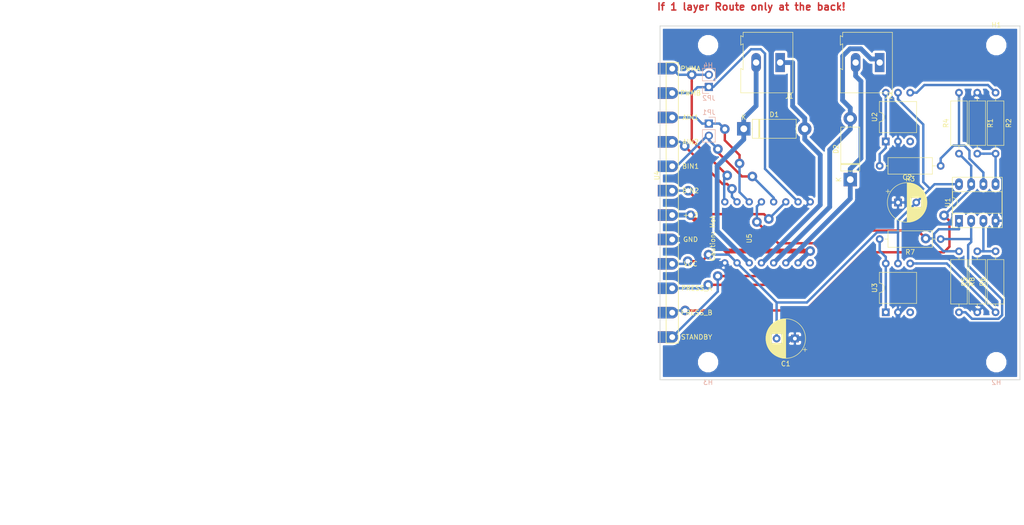
<source format=kicad_pcb>
(kicad_pcb (version 20171130) (host pcbnew "(5.0.1)-4")

  (general
    (thickness 1.6)
    (drawings 5)
    (tracks 281)
    (zones 0)
    (modules 25)
    (nets 28)
  )

  (page A4)
  (layers
    (0 F.Cu signal)
    (31 B.Cu signal)
    (32 B.Adhes user)
    (33 F.Adhes user)
    (34 B.Paste user)
    (35 F.Paste user)
    (36 B.SilkS user)
    (37 F.SilkS user)
    (38 B.Mask user)
    (39 F.Mask user)
    (40 Dwgs.User user)
    (41 Cmts.User user)
    (42 Eco1.User user)
    (43 Eco2.User user)
    (44 Edge.Cuts user)
    (45 Margin user)
    (46 B.CrtYd user)
    (47 F.CrtYd user)
    (48 B.Fab user)
    (49 F.Fab user)
  )

  (setup
    (last_trace_width 0.5)
    (trace_clearance 0.31)
    (zone_clearance 0.508)
    (zone_45_only no)
    (trace_min 0.2)
    (segment_width 0.2)
    (edge_width 0.15)
    (via_size 2)
    (via_drill 1)
    (via_min_size 0.4)
    (via_min_drill 0.3)
    (uvia_size 0.3)
    (uvia_drill 0.1)
    (uvias_allowed no)
    (uvia_min_size 0.2)
    (uvia_min_drill 0.1)
    (pcb_text_width 0.3)
    (pcb_text_size 1.5 1.5)
    (mod_edge_width 0.15)
    (mod_text_size 1 1)
    (mod_text_width 0.15)
    (pad_size 1.524 1.524)
    (pad_drill 0.762)
    (pad_to_mask_clearance 0.051)
    (solder_mask_min_width 0.25)
    (aux_axis_origin 0 0)
    (visible_elements 7FFFFFFF)
    (pcbplotparams
      (layerselection 0x010fc_ffffffff)
      (usegerberextensions false)
      (usegerberattributes false)
      (usegerberadvancedattributes false)
      (creategerberjobfile false)
      (excludeedgelayer true)
      (linewidth 0.100000)
      (plotframeref false)
      (viasonmask false)
      (mode 1)
      (useauxorigin false)
      (hpglpennumber 1)
      (hpglpenspeed 20)
      (hpglpendiameter 15.000000)
      (psnegative false)
      (psa4output false)
      (plotreference true)
      (plotvalue true)
      (plotinvisibletext false)
      (padsonsilk false)
      (subtractmaskfromsilk false)
      (outputformat 1)
      (mirror false)
      (drillshape 1)
      (scaleselection 1)
      (outputdirectory ""))
  )

  (net 0 "")
  (net 1 VCC)
  (net 2 GND)
  (net 3 "Net-(R1-Pad2)")
  (net 4 "Net-(R2-Pad1)")
  (net 5 "Net-(R3-Pad2)")
  (net 6 "Net-(R3-Pad1)")
  (net 7 "Net-(R5-Pad2)")
  (net 8 "Net-(R6-Pad1)")
  (net 9 "Net-(R7-Pad1)")
  (net 10 "Net-(R7-Pad2)")
  (net 11 "Net-(U2-Pad3)")
  (net 12 "Net-(U3-Pad3)")
  (net 13 +12V)
  (net 14 "Net-(U5-Pad8)")
  (net 15 /stby)
  (net 16 /HVA+)
  (net 17 /HVA-)
  (net 18 /HVB-)
  (net 19 /HVB+)
  (net 20 /A.IN.1)
  (net 21 /B.IN.1)
  (net 22 /B.PWM)
  (net 23 /A.PWM)
  (net 24 /B.PRESSURE)
  (net 25 /A.PRESSURE)
  (net 26 /A.IN.2)
  (net 27 /B.IN.2)

  (net_class Default "This is the default net class."
    (clearance 0.31)
    (trace_width 0.5)
    (via_dia 2)
    (via_drill 1)
    (uvia_dia 0.3)
    (uvia_drill 0.1)
    (diff_pair_gap 0.3)
    (diff_pair_width 0.3)
    (add_net /A.IN.1)
    (add_net /A.IN.2)
    (add_net /A.PRESSURE)
    (add_net /A.PWM)
    (add_net /B.IN.1)
    (add_net /B.IN.2)
    (add_net /B.PRESSURE)
    (add_net /B.PWM)
    (add_net /stby)
    (add_net "Net-(R1-Pad2)")
    (add_net "Net-(R2-Pad1)")
    (add_net "Net-(R3-Pad1)")
    (add_net "Net-(R3-Pad2)")
    (add_net "Net-(R5-Pad2)")
    (add_net "Net-(R6-Pad1)")
    (add_net "Net-(R7-Pad1)")
    (add_net "Net-(R7-Pad2)")
    (add_net "Net-(U2-Pad3)")
    (add_net "Net-(U3-Pad3)")
    (add_net "Net-(U5-Pad8)")
    (add_net VCC)
  )

  (net_class Power ""
    (clearance 0.31)
    (trace_width 1)
    (via_dia 2)
    (via_drill 1)
    (uvia_dia 0.3)
    (uvia_drill 0.1)
    (diff_pair_gap 0.3)
    (diff_pair_width 0.3)
    (add_net +12V)
    (add_net /HVA+)
    (add_net /HVA-)
    (add_net /HVB+)
    (add_net /HVB-)
    (add_net GND)
  )

  (module TerminalBlock:TerminalBlock_Altech_AK300-2_P5.00mm (layer F.Cu) (tedit 59FF0306) (tstamp 5CBF33A1)
    (at 45.72 7.62 180)
    (descr "Altech AK300 terminal block, pitch 5.0mm, 45 degree angled, see http://www.mouser.com/ds/2/16/PCBMETRC-24178.pdf")
    (tags "Altech AK300 terminal block pitch 5.0mm")
    (path /5CB7EE44)
    (fp_text reference J2 (at -1.92 -6.99 180) (layer F.SilkS)
      (effects (font (size 1 1) (thickness 0.15)))
    )
    (fp_text value "Solenoid B" (at 2.78 7.75 180) (layer F.Fab)
      (effects (font (size 1 1) (thickness 0.15)))
    )
    (fp_arc (start -1.13 -4.65) (end -1.42 -4.13) (angle 104.2) (layer F.Fab) (width 0.1))
    (fp_arc (start -0.01 -3.71) (end -1.62 -5) (angle 100) (layer F.Fab) (width 0.1))
    (fp_arc (start 0.06 -6.07) (end 1.53 -4.12) (angle 75.5) (layer F.Fab) (width 0.1))
    (fp_arc (start 1.03 -4.59) (end 1.53 -5.05) (angle 90.5) (layer F.Fab) (width 0.1))
    (fp_arc (start 3.87 -4.65) (end 3.58 -4.13) (angle 104.2) (layer F.Fab) (width 0.1))
    (fp_arc (start 4.99 -3.71) (end 3.39 -5) (angle 100) (layer F.Fab) (width 0.1))
    (fp_arc (start 5.07 -6.07) (end 6.53 -4.12) (angle 75.5) (layer F.Fab) (width 0.1))
    (fp_arc (start 6.03 -4.59) (end 6.54 -5.05) (angle 90.5) (layer F.Fab) (width 0.1))
    (fp_line (start 8.36 6.47) (end -2.83 6.47) (layer F.CrtYd) (width 0.05))
    (fp_line (start 8.36 6.47) (end 8.36 -6.47) (layer F.CrtYd) (width 0.05))
    (fp_line (start -2.83 -6.47) (end -2.83 6.47) (layer F.CrtYd) (width 0.05))
    (fp_line (start -2.83 -6.47) (end 8.36 -6.47) (layer F.CrtYd) (width 0.05))
    (fp_line (start 3.36 -0.25) (end 6.67 -0.25) (layer F.Fab) (width 0.1))
    (fp_line (start 2.98 -0.25) (end 3.36 -0.25) (layer F.Fab) (width 0.1))
    (fp_line (start 7.05 -0.25) (end 6.67 -0.25) (layer F.Fab) (width 0.1))
    (fp_line (start 6.67 -0.64) (end 3.36 -0.64) (layer F.Fab) (width 0.1))
    (fp_line (start 7.61 -0.64) (end 6.67 -0.64) (layer F.Fab) (width 0.1))
    (fp_line (start 1.66 -0.64) (end 3.36 -0.64) (layer F.Fab) (width 0.1))
    (fp_line (start -1.64 -0.64) (end 1.66 -0.64) (layer F.Fab) (width 0.1))
    (fp_line (start -2.58 -0.64) (end -1.64 -0.64) (layer F.Fab) (width 0.1))
    (fp_line (start 1.66 -0.25) (end -1.64 -0.25) (layer F.Fab) (width 0.1))
    (fp_line (start 2.04 -0.25) (end 1.66 -0.25) (layer F.Fab) (width 0.1))
    (fp_line (start -2.02 -0.25) (end -1.64 -0.25) (layer F.Fab) (width 0.1))
    (fp_line (start -1.49 -4.32) (end 1.56 -4.95) (layer F.Fab) (width 0.1))
    (fp_line (start -1.62 -4.45) (end 1.44 -5.08) (layer F.Fab) (width 0.1))
    (fp_line (start 3.52 -4.32) (end 6.56 -4.95) (layer F.Fab) (width 0.1))
    (fp_line (start 3.39 -4.45) (end 6.44 -5.08) (layer F.Fab) (width 0.1))
    (fp_line (start 2.04 -5.97) (end -2.02 -5.97) (layer F.Fab) (width 0.1))
    (fp_line (start -2.02 -3.43) (end -2.02 -5.97) (layer F.Fab) (width 0.1))
    (fp_line (start 2.04 -3.43) (end -2.02 -3.43) (layer F.Fab) (width 0.1))
    (fp_line (start 2.04 -3.43) (end 2.04 -5.97) (layer F.Fab) (width 0.1))
    (fp_line (start 7.05 -3.43) (end 2.98 -3.43) (layer F.Fab) (width 0.1))
    (fp_line (start 7.05 -5.97) (end 7.05 -3.43) (layer F.Fab) (width 0.1))
    (fp_line (start 2.98 -5.97) (end 7.05 -5.97) (layer F.Fab) (width 0.1))
    (fp_line (start 2.98 -3.43) (end 2.98 -5.97) (layer F.Fab) (width 0.1))
    (fp_line (start 7.61 -3.17) (end 7.61 -1.65) (layer F.Fab) (width 0.1))
    (fp_line (start -2.58 -3.17) (end -2.58 -6.22) (layer F.Fab) (width 0.1))
    (fp_line (start -2.58 -3.17) (end 7.61 -3.17) (layer F.Fab) (width 0.1))
    (fp_line (start 7.61 -0.64) (end 7.61 4.06) (layer F.Fab) (width 0.1))
    (fp_line (start 7.61 -1.65) (end 7.61 -0.64) (layer F.Fab) (width 0.1))
    (fp_line (start -2.58 -0.64) (end -2.58 -3.17) (layer F.Fab) (width 0.1))
    (fp_line (start -2.58 6.22) (end -2.58 -0.64) (layer F.Fab) (width 0.1))
    (fp_line (start 6.67 0.51) (end 6.28 0.51) (layer F.Fab) (width 0.1))
    (fp_line (start 3.36 0.51) (end 3.74 0.51) (layer F.Fab) (width 0.1))
    (fp_line (start 1.66 0.51) (end 1.28 0.51) (layer F.Fab) (width 0.1))
    (fp_line (start -1.64 0.51) (end -1.26 0.51) (layer F.Fab) (width 0.1))
    (fp_line (start -1.64 3.68) (end -1.64 0.51) (layer F.Fab) (width 0.1))
    (fp_line (start 1.66 3.68) (end -1.64 3.68) (layer F.Fab) (width 0.1))
    (fp_line (start 1.66 3.68) (end 1.66 0.51) (layer F.Fab) (width 0.1))
    (fp_line (start 3.36 3.68) (end 3.36 0.51) (layer F.Fab) (width 0.1))
    (fp_line (start 6.67 3.68) (end 3.36 3.68) (layer F.Fab) (width 0.1))
    (fp_line (start 6.67 3.68) (end 6.67 0.51) (layer F.Fab) (width 0.1))
    (fp_line (start -2.02 4.32) (end -2.02 6.22) (layer F.Fab) (width 0.1))
    (fp_line (start 2.04 4.32) (end 2.04 -0.25) (layer F.Fab) (width 0.1))
    (fp_line (start 2.04 4.32) (end -2.02 4.32) (layer F.Fab) (width 0.1))
    (fp_line (start 7.05 4.32) (end 7.05 6.22) (layer F.Fab) (width 0.1))
    (fp_line (start 2.98 4.32) (end 2.98 -0.25) (layer F.Fab) (width 0.1))
    (fp_line (start 2.98 4.32) (end 7.05 4.32) (layer F.Fab) (width 0.1))
    (fp_line (start -2.02 6.22) (end 2.04 6.22) (layer F.Fab) (width 0.1))
    (fp_line (start -2.58 6.22) (end -2.02 6.22) (layer F.Fab) (width 0.1))
    (fp_line (start -2.02 -0.25) (end -2.02 4.32) (layer F.Fab) (width 0.1))
    (fp_line (start 2.04 6.22) (end 2.98 6.22) (layer F.Fab) (width 0.1))
    (fp_line (start 2.04 6.22) (end 2.04 4.32) (layer F.Fab) (width 0.1))
    (fp_line (start 7.05 6.22) (end 7.61 6.22) (layer F.Fab) (width 0.1))
    (fp_line (start 2.98 6.22) (end 7.05 6.22) (layer F.Fab) (width 0.1))
    (fp_line (start 7.05 -0.25) (end 7.05 4.32) (layer F.Fab) (width 0.1))
    (fp_line (start 2.98 6.22) (end 2.98 4.32) (layer F.Fab) (width 0.1))
    (fp_line (start 8.11 3.81) (end 8.11 5.46) (layer F.Fab) (width 0.1))
    (fp_line (start 7.61 4.06) (end 7.61 5.21) (layer F.Fab) (width 0.1))
    (fp_line (start 8.11 3.81) (end 7.61 4.06) (layer F.Fab) (width 0.1))
    (fp_line (start 7.61 5.21) (end 7.61 6.22) (layer F.Fab) (width 0.1))
    (fp_line (start 8.11 5.46) (end 7.61 5.21) (layer F.Fab) (width 0.1))
    (fp_line (start 8.11 -1.4) (end 7.61 -1.65) (layer F.Fab) (width 0.1))
    (fp_line (start 8.11 -6.22) (end 8.11 -1.4) (layer F.Fab) (width 0.1))
    (fp_line (start 7.61 -6.22) (end 8.11 -6.22) (layer F.Fab) (width 0.1))
    (fp_line (start 7.61 -6.22) (end -2.58 -6.22) (layer F.Fab) (width 0.1))
    (fp_line (start 7.61 -6.22) (end 7.61 -3.17) (layer F.Fab) (width 0.1))
    (fp_line (start 3.74 2.54) (end 3.74 -0.25) (layer F.Fab) (width 0.1))
    (fp_line (start 3.74 -0.25) (end 6.28 -0.25) (layer F.Fab) (width 0.1))
    (fp_line (start 6.28 2.54) (end 6.28 -0.25) (layer F.Fab) (width 0.1))
    (fp_line (start 3.74 2.54) (end 6.28 2.54) (layer F.Fab) (width 0.1))
    (fp_line (start -1.26 2.54) (end -1.26 -0.25) (layer F.Fab) (width 0.1))
    (fp_line (start -1.26 -0.25) (end 1.28 -0.25) (layer F.Fab) (width 0.1))
    (fp_line (start 1.28 2.54) (end 1.28 -0.25) (layer F.Fab) (width 0.1))
    (fp_line (start -1.26 2.54) (end 1.28 2.54) (layer F.Fab) (width 0.1))
    (fp_line (start 8.2 -6.3) (end -2.65 -6.3) (layer F.SilkS) (width 0.12))
    (fp_line (start 8.2 -1.2) (end 8.2 -6.3) (layer F.SilkS) (width 0.12))
    (fp_line (start 7.7 -1.5) (end 8.2 -1.2) (layer F.SilkS) (width 0.12))
    (fp_line (start 7.7 3.9) (end 7.7 -1.5) (layer F.SilkS) (width 0.12))
    (fp_line (start 8.2 3.65) (end 7.7 3.9) (layer F.SilkS) (width 0.12))
    (fp_line (start 8.2 3.7) (end 8.2 3.65) (layer F.SilkS) (width 0.12))
    (fp_line (start 8.2 5.6) (end 8.2 3.7) (layer F.SilkS) (width 0.12))
    (fp_line (start 7.7 5.35) (end 8.2 5.6) (layer F.SilkS) (width 0.12))
    (fp_line (start 7.7 6.3) (end 7.7 5.35) (layer F.SilkS) (width 0.12))
    (fp_line (start -2.65 6.3) (end 7.7 6.3) (layer F.SilkS) (width 0.12))
    (fp_line (start -2.65 -6.3) (end -2.65 6.3) (layer F.SilkS) (width 0.12))
    (fp_text user %R (at 2.5 -2 180) (layer F.Fab)
      (effects (font (size 1 1) (thickness 0.15)))
    )
    (pad 2 thru_hole oval (at 5 0 180) (size 1.98 3.96) (drill 1.32) (layers *.Cu *.Mask)
      (net 19 /HVB+))
    (pad 1 thru_hole rect (at 0 0 180) (size 1.98 3.96) (drill 1.32) (layers *.Cu *.Mask)
      (net 18 /HVB-))
    (model ${KISYS3DMOD}/TerminalBlock.3dshapes/TerminalBlock_Altech_AK300-2_P5.00mm.wrl
      (at (xyz 0 0 0))
      (scale (xyz 1 1 1))
      (rotate (xyz 0 0 0))
    )
  )

  (module chamber_board_holder:chamber_board_holder (layer F.Cu) (tedit 5CBF2B62) (tstamp 5CD216CC)
    (at 2.54 8.89)
    (path /5CC01EC3)
    (fp_text reference U4 (at -3.175 22.225 90) (layer F.SilkS)
      (effects (font (size 1 1) (thickness 0.15)))
    )
    (fp_text value ChamberBoard_Holder (at -3.175 6.985 90) (layer F.Fab) hide
      (effects (font (size 1 1) (thickness 0.15)))
    )
    (fp_line (start 1.27 -1.27) (end 1.27 57.15) (layer F.SilkS) (width 0.15))
    (fp_line (start 1.27 57.15) (end -1.27 57.15) (layer F.SilkS) (width 0.15))
    (fp_line (start -1.27 57.15) (end -1.27 -1.27) (layer F.SilkS) (width 0.15))
    (fp_line (start -1.27 -1.27) (end 1.27 -1.27) (layer F.SilkS) (width 0.15))
    (fp_text user STANDBY (at 5.08 55.88) (layer F.SilkS)
      (effects (font (size 1 1) (thickness 0.15)))
    )
    (fp_text user PRESS_B (at 5.08 50.8) (layer F.SilkS)
      (effects (font (size 1 1) (thickness 0.15)))
    )
    (fp_text user PRESS_A (at 5.08 45.72) (layer F.SilkS)
      (effects (font (size 1 1) (thickness 0.15)))
    )
    (fp_text user VCC (at 3.81 40.64) (layer F.SilkS)
      (effects (font (size 1 1) (thickness 0.15)))
    )
    (fp_text user GND (at 3.81 35.56) (layer F.SilkS)
      (effects (font (size 1 1) (thickness 0.15)))
    )
    (fp_text user +12 (at 3.81 30.48) (layer F.SilkS)
      (effects (font (size 1 1) (thickness 0.15)))
    )
    (fp_text user BIN2 (at 3.81 25.4) (layer F.SilkS)
      (effects (font (size 1 1) (thickness 0.15)))
    )
    (fp_text user BIN1 (at 3.81 20.32) (layer F.SilkS)
      (effects (font (size 1 1) (thickness 0.15)))
    )
    (fp_text user AIN2 (at 3.81 15.24) (layer F.SilkS)
      (effects (font (size 1 1) (thickness 0.15)))
    )
    (fp_text user AIN1 (at 3.81 10.16) (layer F.SilkS)
      (effects (font (size 1 1) (thickness 0.15)))
    )
    (fp_text user PWMB (at 3.81 5.08) (layer F.SilkS)
      (effects (font (size 1 1) (thickness 0.15)))
    )
    (fp_text user PWMA (at 3.81 0) (layer F.SilkS)
      (effects (font (size 1 1) (thickness 0.15)))
    )
    (pad 1 thru_hole custom (at 0 0) (size 2.4 2.4) (drill 1.2) (layers *.Cu *.Mask)
      (net 23 /A.PWM) (zone_connect 0)
      (options (clearance outline) (anchor circle))
      (primitives
        (gr_poly (pts
           (xy -3 -1.2) (xy 0 -1.2) (xy 0 1.2) (xy -3 1.2)) (width 0))
      ))
    (pad 3 thru_hole custom (at 0 10.16) (size 2.4 2.4) (drill 1.2) (layers *.Cu *.Mask)
      (net 20 /A.IN.1) (zone_connect 0)
      (options (clearance outline) (anchor circle))
      (primitives
        (gr_poly (pts
           (xy -3 -1.2) (xy 0 -1.2) (xy 0 1.2) (xy -3 1.2)) (width 0))
      ))
    (pad 4 thru_hole custom (at 0 15.24) (size 2.4 2.4) (drill 1.2) (layers *.Cu *.Mask)
      (net 26 /A.IN.2) (zone_connect 0)
      (options (clearance outline) (anchor circle))
      (primitives
        (gr_poly (pts
           (xy -3 -1.2) (xy 0 -1.2) (xy 0 1.2) (xy -3 1.2)) (width 0))
      ))
    (pad 5 thru_hole custom (at 0 20.32) (size 2.4 2.4) (drill 1.2) (layers *.Cu *.Mask)
      (net 21 /B.IN.1) (zone_connect 0)
      (options (clearance outline) (anchor circle))
      (primitives
        (gr_poly (pts
           (xy -3 -1.2) (xy 0 -1.2) (xy 0 1.2) (xy -3 1.2)) (width 0))
      ))
    (pad 6 thru_hole custom (at 0 25.4) (size 2.4 2.4) (drill 1.2) (layers *.Cu *.Mask)
      (net 27 /B.IN.2) (zone_connect 0)
      (options (clearance outline) (anchor circle))
      (primitives
        (gr_poly (pts
           (xy -3 -1.2) (xy 0 -1.2) (xy 0 1.2) (xy -3 1.2)) (width 0))
      ))
    (pad 7 thru_hole custom (at 0 30.48) (size 2.4 2.4) (drill 1.2) (layers *.Cu *.Mask)
      (net 13 +12V) (zone_connect 0)
      (options (clearance outline) (anchor circle))
      (primitives
        (gr_poly (pts
           (xy -3 -1.2) (xy 0 -1.2) (xy 0 1.2) (xy -3 1.2)) (width 0))
      ))
    (pad 8 thru_hole custom (at 0 35.56) (size 2.4 2.4) (drill 1.2) (layers *.Cu *.Mask)
      (net 2 GND) (zone_connect 0)
      (options (clearance outline) (anchor circle))
      (primitives
        (gr_poly (pts
           (xy -3 -1.2) (xy 0 -1.2) (xy 0 1.2) (xy -3 1.2)) (width 0))
      ))
    (pad 9 thru_hole custom (at 0 40.64) (size 2.4 2.4) (drill 1.2) (layers *.Cu *.Mask)
      (net 1 VCC) (zone_connect 0)
      (options (clearance outline) (anchor circle))
      (primitives
        (gr_poly (pts
           (xy -3 -1.2) (xy 0 -1.2) (xy 0 1.2) (xy -3 1.2)) (width 0))
      ))
    (pad 10 thru_hole custom (at 0 45.72) (size 2.4 2.4) (drill 1.2) (layers *.Cu *.Mask)
      (net 25 /A.PRESSURE) (zone_connect 0)
      (options (clearance outline) (anchor circle))
      (primitives
        (gr_poly (pts
           (xy -3 -1.2) (xy 0 -1.2) (xy 0 1.2) (xy -3 1.2)) (width 0))
      ))
    (pad 11 thru_hole custom (at 0 50.8) (size 2.4 2.4) (drill 1.2) (layers *.Cu *.Mask)
      (net 24 /B.PRESSURE) (zone_connect 0)
      (options (clearance outline) (anchor circle))
      (primitives
        (gr_poly (pts
           (xy -3 -1.2) (xy 0 -1.2) (xy 0 1.2) (xy -3 1.2)) (width 0))
      ))
    (pad 12 thru_hole custom (at 0 55.88) (size 2.4 2.4) (drill 1.2) (layers *.Cu *.Mask)
      (net 15 /stby) (zone_connect 0)
      (options (clearance outline) (anchor circle))
      (primitives
        (gr_poly (pts
           (xy -3 -1.2) (xy 0 -1.2) (xy 0 1.2) (xy -3 1.2)) (width 0))
      ))
    (pad 2 thru_hole custom (at 0 5.08) (size 2.4 2.4) (drill 1.2) (layers *.Cu *.Mask Eco2.User)
      (net 22 /B.PWM) (zone_connect 0)
      (options (clearance outline) (anchor circle))
      (primitives
        (gr_poly (pts
           (xy -3 -1.2) (xy 0 -1.2) (xy 0 1.2) (xy -3 1.2)) (width 0))
      ))
  )

  (module Resistor_THT:R_Axial_DIN0309_L9.0mm_D3.2mm_P12.70mm_Horizontal (layer F.Cu) (tedit 5AE5139B) (tstamp 5CB7848D)
    (at 69.8534 59.6081 90)
    (descr "Resistor, Axial_DIN0309 series, Axial, Horizontal, pin pitch=12.7mm, 0.5W = 1/2W, length*diameter=9*3.2mm^2, http://cdn-reichelt.de/documents/datenblatt/B400/1_4W%23YAG.pdf")
    (tags "Resistor Axial_DIN0309 series Axial Horizontal pin pitch 12.7mm 0.5W = 1/2W length 9mm diameter 3.2mm")
    (path /5CB66D71)
    (fp_text reference R6 (at 6.35 -2.72 90) (layer F.SilkS)
      (effects (font (size 1 1) (thickness 0.15)))
    )
    (fp_text value 10K (at 6.35 2.72 90) (layer F.Fab)
      (effects (font (size 1 1) (thickness 0.15)))
    )
    (fp_text user %R (at 6.35 0 90) (layer F.Fab)
      (effects (font (size 1 1) (thickness 0.15)))
    )
    (fp_line (start 13.75 -1.85) (end -1.05 -1.85) (layer F.CrtYd) (width 0.05))
    (fp_line (start 13.75 1.85) (end 13.75 -1.85) (layer F.CrtYd) (width 0.05))
    (fp_line (start -1.05 1.85) (end 13.75 1.85) (layer F.CrtYd) (width 0.05))
    (fp_line (start -1.05 -1.85) (end -1.05 1.85) (layer F.CrtYd) (width 0.05))
    (fp_line (start 11.66 0) (end 10.97 0) (layer F.SilkS) (width 0.12))
    (fp_line (start 1.04 0) (end 1.73 0) (layer F.SilkS) (width 0.12))
    (fp_line (start 10.97 -1.72) (end 1.73 -1.72) (layer F.SilkS) (width 0.12))
    (fp_line (start 10.97 1.72) (end 10.97 -1.72) (layer F.SilkS) (width 0.12))
    (fp_line (start 1.73 1.72) (end 10.97 1.72) (layer F.SilkS) (width 0.12))
    (fp_line (start 1.73 -1.72) (end 1.73 1.72) (layer F.SilkS) (width 0.12))
    (fp_line (start 12.7 0) (end 10.85 0) (layer F.Fab) (width 0.1))
    (fp_line (start 0 0) (end 1.85 0) (layer F.Fab) (width 0.1))
    (fp_line (start 10.85 -1.6) (end 1.85 -1.6) (layer F.Fab) (width 0.1))
    (fp_line (start 10.85 1.6) (end 10.85 -1.6) (layer F.Fab) (width 0.1))
    (fp_line (start 1.85 1.6) (end 10.85 1.6) (layer F.Fab) (width 0.1))
    (fp_line (start 1.85 -1.6) (end 1.85 1.6) (layer F.Fab) (width 0.1))
    (pad 2 thru_hole oval (at 12.7 0 90) (size 1.6 1.6) (drill 0.8) (layers *.Cu *.Mask)
      (net 7 "Net-(R5-Pad2)"))
    (pad 1 thru_hole circle (at 0 0 90) (size 1.6 1.6) (drill 0.8) (layers *.Cu *.Mask)
      (net 8 "Net-(R6-Pad1)"))
    (model ${KISYS3DMOD}/Resistor_THT.3dshapes/R_Axial_DIN0309_L9.0mm_D3.2mm_P12.70mm_Horizontal.wrl
      (at (xyz 0 0 0))
      (scale (xyz 1 1 1))
      (rotate (xyz 0 0 0))
    )
  )

  (module Pololu713_breakout:pololu713 (layer F.Cu) (tedit 5CB5C127) (tstamp 5CB780C8)
    (at 13.4874 49.3268 90)
    (path /5CB5ABE5)
    (fp_text reference U5 (at 5.08 5.08 90) (layer F.SilkS)
      (effects (font (size 1 1) (thickness 0.15)))
    )
    (fp_text value Pololu-713 (at 10.16 7.62) (layer F.Fab)
      (effects (font (size 1 1) (thickness 0.15)))
    )
    (fp_text user "Caution: Hot" (at 5.08 -2.54 90) (layer F.SilkS)
      (effects (font (size 1 1) (thickness 0.15)))
    )
    (pad 1 thru_hole circle (at 0 0 90) (size 1.524 1.524) (drill 0.762) (layers *.Cu *.Mask)
      (net 2 GND))
    (pad 2 thru_hole circle (at 0 2.54 90) (size 1.524 1.524) (drill 0.762) (layers *.Cu *.Mask)
      (net 1 VCC))
    (pad 3 thru_hole circle (at 0 5.08 90) (size 1.524 1.524) (drill 0.762) (layers *.Cu *.Mask)
      (net 16 /HVA+))
    (pad 4 thru_hole circle (at 0 7.62 90) (size 1.524 1.524) (drill 0.762) (layers *.Cu *.Mask)
      (net 17 /HVA-))
    (pad 5 thru_hole circle (at 0 10.16 90) (size 1.524 1.524) (drill 0.762) (layers *.Cu *.Mask)
      (net 18 /HVB-))
    (pad 6 thru_hole circle (at 0 12.7 90) (size 1.524 1.524) (drill 0.762) (layers *.Cu *.Mask)
      (net 19 /HVB+))
    (pad 7 thru_hole circle (at 0 15.24 90) (size 1.524 1.524) (drill 0.762) (layers *.Cu *.Mask)
      (net 13 +12V))
    (pad 8 thru_hole circle (at 0 17.78 90) (size 1.524 1.524) (drill 0.762) (layers *.Cu *.Mask)
      (net 14 "Net-(U5-Pad8)"))
    (pad 9 thru_hole circle (at 12.7 17.78 90) (size 1.524 1.524) (drill 0.762) (layers *.Cu *.Mask)
      (net 2 GND))
    (pad 10 thru_hole circle (at 12.7 15.24 90) (size 1.524 1.524) (drill 0.762) (layers *.Cu *.Mask)
      (net 22 /B.PWM))
    (pad 11 thru_hole circle (at 12.7 12.7 90) (size 1.524 1.524) (drill 0.762) (layers *.Cu *.Mask)
      (net 27 /B.IN.2))
    (pad 12 thru_hole circle (at 12.7 10.16 90) (size 1.524 1.524) (drill 0.762) (layers *.Cu *.Mask)
      (net 21 /B.IN.1))
    (pad 13 thru_hole circle (at 12.7 7.62 90) (size 1.524 1.524) (drill 0.762) (layers *.Cu *.Mask)
      (net 15 /stby))
    (pad 14 thru_hole circle (at 12.7 5.08 90) (size 1.524 1.524) (drill 0.762) (layers *.Cu *.Mask)
      (net 20 /A.IN.1))
    (pad 15 thru_hole circle (at 12.7 2.54 90) (size 1.524 1.524) (drill 0.762) (layers *.Cu *.Mask)
      (net 26 /A.IN.2))
    (pad 16 thru_hole circle (at 12.7 0 90) (size 1.524 1.524) (drill 0.762) (layers *.Cu *.Mask)
      (net 23 /A.PWM))
  )

  (module Resistor_THT:R_Axial_DIN0309_L9.0mm_D3.2mm_P12.70mm_Horizontal (layer F.Cu) (tedit 5AE5139B) (tstamp 5CB77D16)
    (at 58.4234 29.1281 180)
    (descr "Resistor, Axial_DIN0309 series, Axial, Horizontal, pin pitch=12.7mm, 0.5W = 1/2W, length*diameter=9*3.2mm^2, http://cdn-reichelt.de/documents/datenblatt/B400/1_4W%23YAG.pdf")
    (tags "Resistor Axial_DIN0309 series Axial Horizontal pin pitch 12.7mm 0.5W = 1/2W length 9mm diameter 3.2mm")
    (path /5CB72FFF)
    (fp_text reference R3 (at 6.35 -2.72 180) (layer F.SilkS)
      (effects (font (size 1 1) (thickness 0.15)))
    )
    (fp_text value 3.3K (at 6.35 2.72 180) (layer F.Fab)
      (effects (font (size 1 1) (thickness 0.15)))
    )
    (fp_text user %R (at 6.544999 0 180) (layer F.Fab)
      (effects (font (size 1 1) (thickness 0.15)))
    )
    (fp_line (start 13.75 -1.85) (end -1.05 -1.85) (layer F.CrtYd) (width 0.05))
    (fp_line (start 13.75 1.85) (end 13.75 -1.85) (layer F.CrtYd) (width 0.05))
    (fp_line (start -1.05 1.85) (end 13.75 1.85) (layer F.CrtYd) (width 0.05))
    (fp_line (start -1.05 -1.85) (end -1.05 1.85) (layer F.CrtYd) (width 0.05))
    (fp_line (start 11.66 0) (end 10.97 0) (layer F.SilkS) (width 0.12))
    (fp_line (start 1.04 0) (end 1.73 0) (layer F.SilkS) (width 0.12))
    (fp_line (start 10.97 -1.72) (end 1.73 -1.72) (layer F.SilkS) (width 0.12))
    (fp_line (start 10.97 1.72) (end 10.97 -1.72) (layer F.SilkS) (width 0.12))
    (fp_line (start 1.73 1.72) (end 10.97 1.72) (layer F.SilkS) (width 0.12))
    (fp_line (start 1.73 -1.72) (end 1.73 1.72) (layer F.SilkS) (width 0.12))
    (fp_line (start 12.7 0) (end 10.85 0) (layer F.Fab) (width 0.1))
    (fp_line (start 0 0) (end 1.85 0) (layer F.Fab) (width 0.1))
    (fp_line (start 10.85 -1.6) (end 1.85 -1.6) (layer F.Fab) (width 0.1))
    (fp_line (start 10.85 1.6) (end 10.85 -1.6) (layer F.Fab) (width 0.1))
    (fp_line (start 1.85 1.6) (end 10.85 1.6) (layer F.Fab) (width 0.1))
    (fp_line (start 1.85 -1.6) (end 1.85 1.6) (layer F.Fab) (width 0.1))
    (pad 2 thru_hole oval (at 12.7 0 180) (size 1.6 1.6) (drill 0.8) (layers *.Cu *.Mask)
      (net 5 "Net-(R3-Pad2)"))
    (pad 1 thru_hole circle (at 0 0 180) (size 1.6 1.6) (drill 0.8) (layers *.Cu *.Mask)
      (net 6 "Net-(R3-Pad1)"))
    (model ${KISYS3DMOD}/Resistor_THT.3dshapes/R_Axial_DIN0309_L9.0mm_D3.2mm_P12.70mm_Horizontal.wrl
      (at (xyz 0 0 0))
      (scale (xyz 1 1 1))
      (rotate (xyz 0 0 0))
    )
  )

  (module Package_DIP:DIP-8_W7.62mm_Socket_LongPads (layer F.Cu) (tedit 5A02E8C5) (tstamp 5CB78155)
    (at 62.2334 40.5581 90)
    (descr "8-lead though-hole mounted DIP package, row spacing 7.62 mm (300 mils), Socket, LongPads")
    (tags "THT DIP DIL PDIP 2.54mm 7.62mm 300mil Socket LongPads")
    (path /5CB5AD09)
    (fp_text reference U1 (at 3.81 -2.33 90) (layer F.SilkS)
      (effects (font (size 1 1) (thickness 0.15)))
    )
    (fp_text value LM358 (at 2.764999 9.864999 90) (layer F.Fab)
      (effects (font (size 1 1) (thickness 0.15)))
    )
    (fp_arc (start 3.81 -1.33) (end 2.81 -1.33) (angle -180) (layer F.SilkS) (width 0.12))
    (fp_line (start 1.635 -1.27) (end 6.985 -1.27) (layer F.Fab) (width 0.1))
    (fp_line (start 6.985 -1.27) (end 6.985 8.89) (layer F.Fab) (width 0.1))
    (fp_line (start 6.985 8.89) (end 0.635 8.89) (layer F.Fab) (width 0.1))
    (fp_line (start 0.635 8.89) (end 0.635 -0.27) (layer F.Fab) (width 0.1))
    (fp_line (start 0.635 -0.27) (end 1.635 -1.27) (layer F.Fab) (width 0.1))
    (fp_line (start -1.27 -1.33) (end -1.27 8.95) (layer F.Fab) (width 0.1))
    (fp_line (start -1.27 8.95) (end 8.89 8.95) (layer F.Fab) (width 0.1))
    (fp_line (start 8.89 8.95) (end 8.89 -1.33) (layer F.Fab) (width 0.1))
    (fp_line (start 8.89 -1.33) (end -1.27 -1.33) (layer F.Fab) (width 0.1))
    (fp_line (start 2.81 -1.33) (end 1.56 -1.33) (layer F.SilkS) (width 0.12))
    (fp_line (start 1.56 -1.33) (end 1.56 8.95) (layer F.SilkS) (width 0.12))
    (fp_line (start 1.56 8.95) (end 6.06 8.95) (layer F.SilkS) (width 0.12))
    (fp_line (start 6.06 8.95) (end 6.06 -1.33) (layer F.SilkS) (width 0.12))
    (fp_line (start 6.06 -1.33) (end 4.81 -1.33) (layer F.SilkS) (width 0.12))
    (fp_line (start -1.44 -1.39) (end -1.44 9.01) (layer F.SilkS) (width 0.12))
    (fp_line (start -1.44 9.01) (end 9.06 9.01) (layer F.SilkS) (width 0.12))
    (fp_line (start 9.06 9.01) (end 9.06 -1.39) (layer F.SilkS) (width 0.12))
    (fp_line (start 9.06 -1.39) (end -1.44 -1.39) (layer F.SilkS) (width 0.12))
    (fp_line (start -1.55 -1.6) (end -1.55 9.2) (layer F.CrtYd) (width 0.05))
    (fp_line (start -1.55 9.2) (end 9.15 9.2) (layer F.CrtYd) (width 0.05))
    (fp_line (start 9.15 9.2) (end 9.15 -1.6) (layer F.CrtYd) (width 0.05))
    (fp_line (start 9.15 -1.6) (end -1.55 -1.6) (layer F.CrtYd) (width 0.05))
    (fp_text user %R (at 3.81 3.81 90) (layer F.Fab)
      (effects (font (size 1 1) (thickness 0.15)))
    )
    (pad 1 thru_hole rect (at 0 0 90) (size 2.4 1.6) (drill 0.8) (layers *.Cu *.Mask)
      (net 25 /A.PRESSURE))
    (pad 5 thru_hole oval (at 7.62 7.62 90) (size 2.4 1.6) (drill 0.8) (layers *.Cu *.Mask)
      (net 3 "Net-(R1-Pad2)"))
    (pad 2 thru_hole oval (at 0 2.54 90) (size 2.4 1.6) (drill 0.8) (layers *.Cu *.Mask)
      (net 9 "Net-(R7-Pad1)"))
    (pad 6 thru_hole oval (at 7.62 5.08 90) (size 2.4 1.6) (drill 0.8) (layers *.Cu *.Mask)
      (net 6 "Net-(R3-Pad1)"))
    (pad 3 thru_hole oval (at 0 5.08 90) (size 2.4 1.6) (drill 0.8) (layers *.Cu *.Mask)
      (net 7 "Net-(R5-Pad2)"))
    (pad 7 thru_hole oval (at 7.62 2.54 90) (size 2.4 1.6) (drill 0.8) (layers *.Cu *.Mask)
      (net 24 /B.PRESSURE))
    (pad 4 thru_hole oval (at 0 7.62 90) (size 2.4 1.6) (drill 0.8) (layers *.Cu *.Mask)
      (net 2 GND))
    (pad 8 thru_hole oval (at 7.62 0 90) (size 2.4 1.6) (drill 0.8) (layers *.Cu *.Mask)
      (net 1 VCC))
    (model ${KISYS3DMOD}/Package_DIP.3dshapes/DIP-8_W7.62mm_Socket.wrl
      (at (xyz 0 0 0))
      (scale (xyz 1 1 1))
      (rotate (xyz 0 0 0))
    )
  )

  (module Capacitor_THT:CP_Radial_D8.0mm_P3.80mm (layer F.Cu) (tedit 5AE50EF0) (tstamp 5CB77F64)
    (at 28.067 65.0748 180)
    (descr "CP, Radial series, Radial, pin pitch=3.80mm, , diameter=8mm, Electrolytic Capacitor")
    (tags "CP Radial series Radial pin pitch 3.80mm  diameter 8mm Electrolytic Capacitor")
    (path /5CB5D66C)
    (fp_text reference C1 (at 1.9 -5.25 180) (layer F.SilkS)
      (effects (font (size 1 1) (thickness 0.15)))
    )
    (fp_text value "100uF 25v" (at 1.9 5.25 180) (layer F.Fab)
      (effects (font (size 1 1) (thickness 0.15)))
    )
    (fp_text user %R (at 1.9 0 180) (layer F.Fab)
      (effects (font (size 1 1) (thickness 0.15)))
    )
    (fp_line (start -2.109698 -2.715) (end -2.109698 -1.915) (layer F.SilkS) (width 0.12))
    (fp_line (start -2.509698 -2.315) (end -1.709698 -2.315) (layer F.SilkS) (width 0.12))
    (fp_line (start 5.981 -0.533) (end 5.981 0.533) (layer F.SilkS) (width 0.12))
    (fp_line (start 5.941 -0.768) (end 5.941 0.768) (layer F.SilkS) (width 0.12))
    (fp_line (start 5.901 -0.948) (end 5.901 0.948) (layer F.SilkS) (width 0.12))
    (fp_line (start 5.861 -1.098) (end 5.861 1.098) (layer F.SilkS) (width 0.12))
    (fp_line (start 5.821 -1.229) (end 5.821 1.229) (layer F.SilkS) (width 0.12))
    (fp_line (start 5.781 -1.346) (end 5.781 1.346) (layer F.SilkS) (width 0.12))
    (fp_line (start 5.741 -1.453) (end 5.741 1.453) (layer F.SilkS) (width 0.12))
    (fp_line (start 5.701 -1.552) (end 5.701 1.552) (layer F.SilkS) (width 0.12))
    (fp_line (start 5.661 -1.645) (end 5.661 1.645) (layer F.SilkS) (width 0.12))
    (fp_line (start 5.621 -1.731) (end 5.621 1.731) (layer F.SilkS) (width 0.12))
    (fp_line (start 5.581 -1.813) (end 5.581 1.813) (layer F.SilkS) (width 0.12))
    (fp_line (start 5.541 -1.89) (end 5.541 1.89) (layer F.SilkS) (width 0.12))
    (fp_line (start 5.501 -1.964) (end 5.501 1.964) (layer F.SilkS) (width 0.12))
    (fp_line (start 5.461 -2.034) (end 5.461 2.034) (layer F.SilkS) (width 0.12))
    (fp_line (start 5.421 -2.102) (end 5.421 2.102) (layer F.SilkS) (width 0.12))
    (fp_line (start 5.381 -2.166) (end 5.381 2.166) (layer F.SilkS) (width 0.12))
    (fp_line (start 5.341 -2.228) (end 5.341 2.228) (layer F.SilkS) (width 0.12))
    (fp_line (start 5.301 -2.287) (end 5.301 2.287) (layer F.SilkS) (width 0.12))
    (fp_line (start 5.261 -2.345) (end 5.261 2.345) (layer F.SilkS) (width 0.12))
    (fp_line (start 5.221 -2.4) (end 5.221 2.4) (layer F.SilkS) (width 0.12))
    (fp_line (start 5.181 -2.454) (end 5.181 2.454) (layer F.SilkS) (width 0.12))
    (fp_line (start 5.141 -2.505) (end 5.141 2.505) (layer F.SilkS) (width 0.12))
    (fp_line (start 5.101 -2.556) (end 5.101 2.556) (layer F.SilkS) (width 0.12))
    (fp_line (start 5.061 -2.604) (end 5.061 2.604) (layer F.SilkS) (width 0.12))
    (fp_line (start 5.021 -2.651) (end 5.021 2.651) (layer F.SilkS) (width 0.12))
    (fp_line (start 4.981 -2.697) (end 4.981 2.697) (layer F.SilkS) (width 0.12))
    (fp_line (start 4.941 -2.741) (end 4.941 2.741) (layer F.SilkS) (width 0.12))
    (fp_line (start 4.901 -2.784) (end 4.901 2.784) (layer F.SilkS) (width 0.12))
    (fp_line (start 4.861 -2.826) (end 4.861 2.826) (layer F.SilkS) (width 0.12))
    (fp_line (start 4.821 1.04) (end 4.821 2.867) (layer F.SilkS) (width 0.12))
    (fp_line (start 4.821 -2.867) (end 4.821 -1.04) (layer F.SilkS) (width 0.12))
    (fp_line (start 4.781 1.04) (end 4.781 2.907) (layer F.SilkS) (width 0.12))
    (fp_line (start 4.781 -2.907) (end 4.781 -1.04) (layer F.SilkS) (width 0.12))
    (fp_line (start 4.741 1.04) (end 4.741 2.945) (layer F.SilkS) (width 0.12))
    (fp_line (start 4.741 -2.945) (end 4.741 -1.04) (layer F.SilkS) (width 0.12))
    (fp_line (start 4.701 1.04) (end 4.701 2.983) (layer F.SilkS) (width 0.12))
    (fp_line (start 4.701 -2.983) (end 4.701 -1.04) (layer F.SilkS) (width 0.12))
    (fp_line (start 4.661 1.04) (end 4.661 3.019) (layer F.SilkS) (width 0.12))
    (fp_line (start 4.661 -3.019) (end 4.661 -1.04) (layer F.SilkS) (width 0.12))
    (fp_line (start 4.621 1.04) (end 4.621 3.055) (layer F.SilkS) (width 0.12))
    (fp_line (start 4.621 -3.055) (end 4.621 -1.04) (layer F.SilkS) (width 0.12))
    (fp_line (start 4.581 1.04) (end 4.581 3.09) (layer F.SilkS) (width 0.12))
    (fp_line (start 4.581 -3.09) (end 4.581 -1.04) (layer F.SilkS) (width 0.12))
    (fp_line (start 4.541 1.04) (end 4.541 3.124) (layer F.SilkS) (width 0.12))
    (fp_line (start 4.541 -3.124) (end 4.541 -1.04) (layer F.SilkS) (width 0.12))
    (fp_line (start 4.501 1.04) (end 4.501 3.156) (layer F.SilkS) (width 0.12))
    (fp_line (start 4.501 -3.156) (end 4.501 -1.04) (layer F.SilkS) (width 0.12))
    (fp_line (start 4.461 1.04) (end 4.461 3.189) (layer F.SilkS) (width 0.12))
    (fp_line (start 4.461 -3.189) (end 4.461 -1.04) (layer F.SilkS) (width 0.12))
    (fp_line (start 4.421 1.04) (end 4.421 3.22) (layer F.SilkS) (width 0.12))
    (fp_line (start 4.421 -3.22) (end 4.421 -1.04) (layer F.SilkS) (width 0.12))
    (fp_line (start 4.381 1.04) (end 4.381 3.25) (layer F.SilkS) (width 0.12))
    (fp_line (start 4.381 -3.25) (end 4.381 -1.04) (layer F.SilkS) (width 0.12))
    (fp_line (start 4.341 1.04) (end 4.341 3.28) (layer F.SilkS) (width 0.12))
    (fp_line (start 4.341 -3.28) (end 4.341 -1.04) (layer F.SilkS) (width 0.12))
    (fp_line (start 4.301 1.04) (end 4.301 3.309) (layer F.SilkS) (width 0.12))
    (fp_line (start 4.301 -3.309) (end 4.301 -1.04) (layer F.SilkS) (width 0.12))
    (fp_line (start 4.261 1.04) (end 4.261 3.338) (layer F.SilkS) (width 0.12))
    (fp_line (start 4.261 -3.338) (end 4.261 -1.04) (layer F.SilkS) (width 0.12))
    (fp_line (start 4.221 1.04) (end 4.221 3.365) (layer F.SilkS) (width 0.12))
    (fp_line (start 4.221 -3.365) (end 4.221 -1.04) (layer F.SilkS) (width 0.12))
    (fp_line (start 4.181 1.04) (end 4.181 3.392) (layer F.SilkS) (width 0.12))
    (fp_line (start 4.181 -3.392) (end 4.181 -1.04) (layer F.SilkS) (width 0.12))
    (fp_line (start 4.141 1.04) (end 4.141 3.418) (layer F.SilkS) (width 0.12))
    (fp_line (start 4.141 -3.418) (end 4.141 -1.04) (layer F.SilkS) (width 0.12))
    (fp_line (start 4.101 1.04) (end 4.101 3.444) (layer F.SilkS) (width 0.12))
    (fp_line (start 4.101 -3.444) (end 4.101 -1.04) (layer F.SilkS) (width 0.12))
    (fp_line (start 4.061 1.04) (end 4.061 3.469) (layer F.SilkS) (width 0.12))
    (fp_line (start 4.061 -3.469) (end 4.061 -1.04) (layer F.SilkS) (width 0.12))
    (fp_line (start 4.021 1.04) (end 4.021 3.493) (layer F.SilkS) (width 0.12))
    (fp_line (start 4.021 -3.493) (end 4.021 -1.04) (layer F.SilkS) (width 0.12))
    (fp_line (start 3.981 1.04) (end 3.981 3.517) (layer F.SilkS) (width 0.12))
    (fp_line (start 3.981 -3.517) (end 3.981 -1.04) (layer F.SilkS) (width 0.12))
    (fp_line (start 3.941 1.04) (end 3.941 3.54) (layer F.SilkS) (width 0.12))
    (fp_line (start 3.941 -3.54) (end 3.941 -1.04) (layer F.SilkS) (width 0.12))
    (fp_line (start 3.901 1.04) (end 3.901 3.562) (layer F.SilkS) (width 0.12))
    (fp_line (start 3.901 -3.562) (end 3.901 -1.04) (layer F.SilkS) (width 0.12))
    (fp_line (start 3.861 1.04) (end 3.861 3.584) (layer F.SilkS) (width 0.12))
    (fp_line (start 3.861 -3.584) (end 3.861 -1.04) (layer F.SilkS) (width 0.12))
    (fp_line (start 3.821 1.04) (end 3.821 3.606) (layer F.SilkS) (width 0.12))
    (fp_line (start 3.821 -3.606) (end 3.821 -1.04) (layer F.SilkS) (width 0.12))
    (fp_line (start 3.781 1.04) (end 3.781 3.627) (layer F.SilkS) (width 0.12))
    (fp_line (start 3.781 -3.627) (end 3.781 -1.04) (layer F.SilkS) (width 0.12))
    (fp_line (start 3.741 1.04) (end 3.741 3.647) (layer F.SilkS) (width 0.12))
    (fp_line (start 3.741 -3.647) (end 3.741 -1.04) (layer F.SilkS) (width 0.12))
    (fp_line (start 3.701 1.04) (end 3.701 3.666) (layer F.SilkS) (width 0.12))
    (fp_line (start 3.701 -3.666) (end 3.701 -1.04) (layer F.SilkS) (width 0.12))
    (fp_line (start 3.661 1.04) (end 3.661 3.686) (layer F.SilkS) (width 0.12))
    (fp_line (start 3.661 -3.686) (end 3.661 -1.04) (layer F.SilkS) (width 0.12))
    (fp_line (start 3.621 1.04) (end 3.621 3.704) (layer F.SilkS) (width 0.12))
    (fp_line (start 3.621 -3.704) (end 3.621 -1.04) (layer F.SilkS) (width 0.12))
    (fp_line (start 3.581 1.04) (end 3.581 3.722) (layer F.SilkS) (width 0.12))
    (fp_line (start 3.581 -3.722) (end 3.581 -1.04) (layer F.SilkS) (width 0.12))
    (fp_line (start 3.541 1.04) (end 3.541 3.74) (layer F.SilkS) (width 0.12))
    (fp_line (start 3.541 -3.74) (end 3.541 -1.04) (layer F.SilkS) (width 0.12))
    (fp_line (start 3.501 1.04) (end 3.501 3.757) (layer F.SilkS) (width 0.12))
    (fp_line (start 3.501 -3.757) (end 3.501 -1.04) (layer F.SilkS) (width 0.12))
    (fp_line (start 3.461 1.04) (end 3.461 3.774) (layer F.SilkS) (width 0.12))
    (fp_line (start 3.461 -3.774) (end 3.461 -1.04) (layer F.SilkS) (width 0.12))
    (fp_line (start 3.421 1.04) (end 3.421 3.79) (layer F.SilkS) (width 0.12))
    (fp_line (start 3.421 -3.79) (end 3.421 -1.04) (layer F.SilkS) (width 0.12))
    (fp_line (start 3.381 1.04) (end 3.381 3.805) (layer F.SilkS) (width 0.12))
    (fp_line (start 3.381 -3.805) (end 3.381 -1.04) (layer F.SilkS) (width 0.12))
    (fp_line (start 3.341 1.04) (end 3.341 3.821) (layer F.SilkS) (width 0.12))
    (fp_line (start 3.341 -3.821) (end 3.341 -1.04) (layer F.SilkS) (width 0.12))
    (fp_line (start 3.301 1.04) (end 3.301 3.835) (layer F.SilkS) (width 0.12))
    (fp_line (start 3.301 -3.835) (end 3.301 -1.04) (layer F.SilkS) (width 0.12))
    (fp_line (start 3.261 1.04) (end 3.261 3.85) (layer F.SilkS) (width 0.12))
    (fp_line (start 3.261 -3.85) (end 3.261 -1.04) (layer F.SilkS) (width 0.12))
    (fp_line (start 3.221 1.04) (end 3.221 3.863) (layer F.SilkS) (width 0.12))
    (fp_line (start 3.221 -3.863) (end 3.221 -1.04) (layer F.SilkS) (width 0.12))
    (fp_line (start 3.181 1.04) (end 3.181 3.877) (layer F.SilkS) (width 0.12))
    (fp_line (start 3.181 -3.877) (end 3.181 -1.04) (layer F.SilkS) (width 0.12))
    (fp_line (start 3.141 1.04) (end 3.141 3.889) (layer F.SilkS) (width 0.12))
    (fp_line (start 3.141 -3.889) (end 3.141 -1.04) (layer F.SilkS) (width 0.12))
    (fp_line (start 3.101 1.04) (end 3.101 3.902) (layer F.SilkS) (width 0.12))
    (fp_line (start 3.101 -3.902) (end 3.101 -1.04) (layer F.SilkS) (width 0.12))
    (fp_line (start 3.061 1.04) (end 3.061 3.914) (layer F.SilkS) (width 0.12))
    (fp_line (start 3.061 -3.914) (end 3.061 -1.04) (layer F.SilkS) (width 0.12))
    (fp_line (start 3.021 1.04) (end 3.021 3.925) (layer F.SilkS) (width 0.12))
    (fp_line (start 3.021 -3.925) (end 3.021 -1.04) (layer F.SilkS) (width 0.12))
    (fp_line (start 2.981 1.04) (end 2.981 3.936) (layer F.SilkS) (width 0.12))
    (fp_line (start 2.981 -3.936) (end 2.981 -1.04) (layer F.SilkS) (width 0.12))
    (fp_line (start 2.941 1.04) (end 2.941 3.947) (layer F.SilkS) (width 0.12))
    (fp_line (start 2.941 -3.947) (end 2.941 -1.04) (layer F.SilkS) (width 0.12))
    (fp_line (start 2.901 1.04) (end 2.901 3.957) (layer F.SilkS) (width 0.12))
    (fp_line (start 2.901 -3.957) (end 2.901 -1.04) (layer F.SilkS) (width 0.12))
    (fp_line (start 2.861 1.04) (end 2.861 3.967) (layer F.SilkS) (width 0.12))
    (fp_line (start 2.861 -3.967) (end 2.861 -1.04) (layer F.SilkS) (width 0.12))
    (fp_line (start 2.821 1.04) (end 2.821 3.976) (layer F.SilkS) (width 0.12))
    (fp_line (start 2.821 -3.976) (end 2.821 -1.04) (layer F.SilkS) (width 0.12))
    (fp_line (start 2.781 1.04) (end 2.781 3.985) (layer F.SilkS) (width 0.12))
    (fp_line (start 2.781 -3.985) (end 2.781 -1.04) (layer F.SilkS) (width 0.12))
    (fp_line (start 2.741 -3.994) (end 2.741 3.994) (layer F.SilkS) (width 0.12))
    (fp_line (start 2.701 -4.002) (end 2.701 4.002) (layer F.SilkS) (width 0.12))
    (fp_line (start 2.661 -4.01) (end 2.661 4.01) (layer F.SilkS) (width 0.12))
    (fp_line (start 2.621 -4.017) (end 2.621 4.017) (layer F.SilkS) (width 0.12))
    (fp_line (start 2.58 -4.024) (end 2.58 4.024) (layer F.SilkS) (width 0.12))
    (fp_line (start 2.54 -4.03) (end 2.54 4.03) (layer F.SilkS) (width 0.12))
    (fp_line (start 2.5 -4.037) (end 2.5 4.037) (layer F.SilkS) (width 0.12))
    (fp_line (start 2.46 -4.042) (end 2.46 4.042) (layer F.SilkS) (width 0.12))
    (fp_line (start 2.42 -4.048) (end 2.42 4.048) (layer F.SilkS) (width 0.12))
    (fp_line (start 2.38 -4.052) (end 2.38 4.052) (layer F.SilkS) (width 0.12))
    (fp_line (start 2.34 -4.057) (end 2.34 4.057) (layer F.SilkS) (width 0.12))
    (fp_line (start 2.3 -4.061) (end 2.3 4.061) (layer F.SilkS) (width 0.12))
    (fp_line (start 2.26 -4.065) (end 2.26 4.065) (layer F.SilkS) (width 0.12))
    (fp_line (start 2.22 -4.068) (end 2.22 4.068) (layer F.SilkS) (width 0.12))
    (fp_line (start 2.18 -4.071) (end 2.18 4.071) (layer F.SilkS) (width 0.12))
    (fp_line (start 2.14 -4.074) (end 2.14 4.074) (layer F.SilkS) (width 0.12))
    (fp_line (start 2.1 -4.076) (end 2.1 4.076) (layer F.SilkS) (width 0.12))
    (fp_line (start 2.06 -4.077) (end 2.06 4.077) (layer F.SilkS) (width 0.12))
    (fp_line (start 2.02 -4.079) (end 2.02 4.079) (layer F.SilkS) (width 0.12))
    (fp_line (start 1.98 -4.08) (end 1.98 4.08) (layer F.SilkS) (width 0.12))
    (fp_line (start 1.94 -4.08) (end 1.94 4.08) (layer F.SilkS) (width 0.12))
    (fp_line (start 1.9 -4.08) (end 1.9 4.08) (layer F.SilkS) (width 0.12))
    (fp_line (start -1.126759 -2.1475) (end -1.126759 -1.3475) (layer F.Fab) (width 0.1))
    (fp_line (start -1.526759 -1.7475) (end -0.726759 -1.7475) (layer F.Fab) (width 0.1))
    (fp_circle (center 1.9 0) (end 6.15 0) (layer F.CrtYd) (width 0.05))
    (fp_circle (center 1.9 0) (end 6.02 0) (layer F.SilkS) (width 0.12))
    (fp_circle (center 1.9 0) (end 5.9 0) (layer F.Fab) (width 0.1))
    (pad 2 thru_hole circle (at 3.8 0 180) (size 1.6 1.6) (drill 0.8) (layers *.Cu *.Mask)
      (net 1 VCC))
    (pad 1 thru_hole rect (at 0 0 180) (size 1.6 1.6) (drill 0.8) (layers *.Cu *.Mask)
      (net 2 GND))
    (model ${KISYS3DMOD}/Capacitor_THT.3dshapes/CP_Radial_D8.0mm_P3.80mm.wrl
      (at (xyz 0 0 0))
      (scale (xyz 1 1 1))
      (rotate (xyz 0 0 0))
    )
  )

  (module Resistor_THT:R_Axial_DIN0309_L9.0mm_D3.2mm_P12.70mm_Horizontal (layer F.Cu) (tedit 5AE5139B) (tstamp 5CB77DB2)
    (at 66.0434 13.8881 270)
    (descr "Resistor, Axial_DIN0309 series, Axial, Horizontal, pin pitch=12.7mm, 0.5W = 1/2W, length*diameter=9*3.2mm^2, http://cdn-reichelt.de/documents/datenblatt/B400/1_4W%23YAG.pdf")
    (tags "Resistor Axial_DIN0309 series Axial Horizontal pin pitch 12.7mm 0.5W = 1/2W length 9mm diameter 3.2mm")
    (path /5CB75F55)
    (fp_text reference R1 (at 6.35 -2.72 270) (layer F.SilkS)
      (effects (font (size 1 1) (thickness 0.15)))
    )
    (fp_text value 80K (at 6.35 2.72 270) (layer F.Fab)
      (effects (font (size 1 1) (thickness 0.15)))
    )
    (fp_line (start 1.85 -1.6) (end 1.85 1.6) (layer F.Fab) (width 0.1))
    (fp_line (start 1.85 1.6) (end 10.85 1.6) (layer F.Fab) (width 0.1))
    (fp_line (start 10.85 1.6) (end 10.85 -1.6) (layer F.Fab) (width 0.1))
    (fp_line (start 10.85 -1.6) (end 1.85 -1.6) (layer F.Fab) (width 0.1))
    (fp_line (start 0 0) (end 1.85 0) (layer F.Fab) (width 0.1))
    (fp_line (start 12.7 0) (end 10.85 0) (layer F.Fab) (width 0.1))
    (fp_line (start 1.73 -1.72) (end 1.73 1.72) (layer F.SilkS) (width 0.12))
    (fp_line (start 1.73 1.72) (end 10.97 1.72) (layer F.SilkS) (width 0.12))
    (fp_line (start 10.97 1.72) (end 10.97 -1.72) (layer F.SilkS) (width 0.12))
    (fp_line (start 10.97 -1.72) (end 1.73 -1.72) (layer F.SilkS) (width 0.12))
    (fp_line (start 1.04 0) (end 1.73 0) (layer F.SilkS) (width 0.12))
    (fp_line (start 11.66 0) (end 10.97 0) (layer F.SilkS) (width 0.12))
    (fp_line (start -1.05 -1.85) (end -1.05 1.85) (layer F.CrtYd) (width 0.05))
    (fp_line (start -1.05 1.85) (end 13.75 1.85) (layer F.CrtYd) (width 0.05))
    (fp_line (start 13.75 1.85) (end 13.75 -1.85) (layer F.CrtYd) (width 0.05))
    (fp_line (start 13.75 -1.85) (end -1.05 -1.85) (layer F.CrtYd) (width 0.05))
    (fp_text user %R (at 6.35 0 270) (layer F.Fab)
      (effects (font (size 1 1) (thickness 0.15)))
    )
    (pad 1 thru_hole circle (at 0 0 270) (size 1.6 1.6) (drill 0.8) (layers *.Cu *.Mask)
      (net 2 GND))
    (pad 2 thru_hole oval (at 12.7 0 270) (size 1.6 1.6) (drill 0.8) (layers *.Cu *.Mask)
      (net 3 "Net-(R1-Pad2)"))
    (model ${KISYS3DMOD}/Resistor_THT.3dshapes/R_Axial_DIN0309_L9.0mm_D3.2mm_P12.70mm_Horizontal.wrl
      (at (xyz 0 0 0))
      (scale (xyz 1 1 1))
      (rotate (xyz 0 0 0))
    )
  )

  (module Resistor_THT:R_Axial_DIN0309_L9.0mm_D3.2mm_P12.70mm_Horizontal (layer F.Cu) (tedit 5AE5139B) (tstamp 5CB77E36)
    (at 66.0434 59.6081 90)
    (descr "Resistor, Axial_DIN0309 series, Axial, Horizontal, pin pitch=12.7mm, 0.5W = 1/2W, length*diameter=9*3.2mm^2, http://cdn-reichelt.de/documents/datenblatt/B400/1_4W%23YAG.pdf")
    (tags "Resistor Axial_DIN0309 series Axial Horizontal pin pitch 12.7mm 0.5W = 1/2W length 9mm diameter 3.2mm")
    (path /5CB749BA)
    (fp_text reference R5 (at 6.35 -2.72 90) (layer F.SilkS)
      (effects (font (size 1 1) (thickness 0.15)))
    )
    (fp_text value 80K (at 6.35 2.72 90) (layer F.Fab)
      (effects (font (size 1 1) (thickness 0.15)))
    )
    (fp_line (start 1.85 -1.6) (end 1.85 1.6) (layer F.Fab) (width 0.1))
    (fp_line (start 1.85 1.6) (end 10.85 1.6) (layer F.Fab) (width 0.1))
    (fp_line (start 10.85 1.6) (end 10.85 -1.6) (layer F.Fab) (width 0.1))
    (fp_line (start 10.85 -1.6) (end 1.85 -1.6) (layer F.Fab) (width 0.1))
    (fp_line (start 0 0) (end 1.85 0) (layer F.Fab) (width 0.1))
    (fp_line (start 12.7 0) (end 10.85 0) (layer F.Fab) (width 0.1))
    (fp_line (start 1.73 -1.72) (end 1.73 1.72) (layer F.SilkS) (width 0.12))
    (fp_line (start 1.73 1.72) (end 10.97 1.72) (layer F.SilkS) (width 0.12))
    (fp_line (start 10.97 1.72) (end 10.97 -1.72) (layer F.SilkS) (width 0.12))
    (fp_line (start 10.97 -1.72) (end 1.73 -1.72) (layer F.SilkS) (width 0.12))
    (fp_line (start 1.04 0) (end 1.73 0) (layer F.SilkS) (width 0.12))
    (fp_line (start 11.66 0) (end 10.97 0) (layer F.SilkS) (width 0.12))
    (fp_line (start -1.05 -1.85) (end -1.05 1.85) (layer F.CrtYd) (width 0.05))
    (fp_line (start -1.05 1.85) (end 13.75 1.85) (layer F.CrtYd) (width 0.05))
    (fp_line (start 13.75 1.85) (end 13.75 -1.85) (layer F.CrtYd) (width 0.05))
    (fp_line (start 13.75 -1.85) (end -1.05 -1.85) (layer F.CrtYd) (width 0.05))
    (fp_text user %R (at 6.35 0 90) (layer F.Fab)
      (effects (font (size 1 1) (thickness 0.15)))
    )
    (pad 1 thru_hole circle (at 0 0 90) (size 1.6 1.6) (drill 0.8) (layers *.Cu *.Mask)
      (net 2 GND))
    (pad 2 thru_hole oval (at 12.7 0 90) (size 1.6 1.6) (drill 0.8) (layers *.Cu *.Mask)
      (net 7 "Net-(R5-Pad2)"))
    (model ${KISYS3DMOD}/Resistor_THT.3dshapes/R_Axial_DIN0309_L9.0mm_D3.2mm_P12.70mm_Horizontal.wrl
      (at (xyz 0 0 0))
      (scale (xyz 1 1 1))
      (rotate (xyz 0 0 0))
    )
  )

  (module Resistor_THT:R_Axial_DIN0309_L9.0mm_D3.2mm_P12.70mm_Horizontal (layer F.Cu) (tedit 5AE5139B) (tstamp 5CB78106)
    (at 58.4234 44.3681 180)
    (descr "Resistor, Axial_DIN0309 series, Axial, Horizontal, pin pitch=12.7mm, 0.5W = 1/2W, length*diameter=9*3.2mm^2, http://cdn-reichelt.de/documents/datenblatt/B400/1_4W%23YAG.pdf")
    (tags "Resistor Axial_DIN0309 series Axial Horizontal pin pitch 12.7mm 0.5W = 1/2W length 9mm diameter 3.2mm")
    (path /5CB6EB75)
    (fp_text reference R7 (at 6.35 -2.72 180) (layer F.SilkS)
      (effects (font (size 1 1) (thickness 0.15)))
    )
    (fp_text value 3.3K (at 6.35 2.72 180) (layer F.Fab)
      (effects (font (size 1 1) (thickness 0.15)))
    )
    (fp_line (start 1.85 -1.6) (end 1.85 1.6) (layer F.Fab) (width 0.1))
    (fp_line (start 1.85 1.6) (end 10.85 1.6) (layer F.Fab) (width 0.1))
    (fp_line (start 10.85 1.6) (end 10.85 -1.6) (layer F.Fab) (width 0.1))
    (fp_line (start 10.85 -1.6) (end 1.85 -1.6) (layer F.Fab) (width 0.1))
    (fp_line (start 0 0) (end 1.85 0) (layer F.Fab) (width 0.1))
    (fp_line (start 12.7 0) (end 10.85 0) (layer F.Fab) (width 0.1))
    (fp_line (start 1.73 -1.72) (end 1.73 1.72) (layer F.SilkS) (width 0.12))
    (fp_line (start 1.73 1.72) (end 10.97 1.72) (layer F.SilkS) (width 0.12))
    (fp_line (start 10.97 1.72) (end 10.97 -1.72) (layer F.SilkS) (width 0.12))
    (fp_line (start 10.97 -1.72) (end 1.73 -1.72) (layer F.SilkS) (width 0.12))
    (fp_line (start 1.04 0) (end 1.73 0) (layer F.SilkS) (width 0.12))
    (fp_line (start 11.66 0) (end 10.97 0) (layer F.SilkS) (width 0.12))
    (fp_line (start -1.05 -1.85) (end -1.05 1.85) (layer F.CrtYd) (width 0.05))
    (fp_line (start -1.05 1.85) (end 13.75 1.85) (layer F.CrtYd) (width 0.05))
    (fp_line (start 13.75 1.85) (end 13.75 -1.85) (layer F.CrtYd) (width 0.05))
    (fp_line (start 13.75 -1.85) (end -1.05 -1.85) (layer F.CrtYd) (width 0.05))
    (fp_text user %R (at 6.35 0 180) (layer F.Fab)
      (effects (font (size 1 1) (thickness 0.15)))
    )
    (pad 1 thru_hole circle (at 0 0 180) (size 1.6 1.6) (drill 0.8) (layers *.Cu *.Mask)
      (net 9 "Net-(R7-Pad1)"))
    (pad 2 thru_hole oval (at 12.7 0 180) (size 1.6 1.6) (drill 0.8) (layers *.Cu *.Mask)
      (net 10 "Net-(R7-Pad2)"))
    (model ${KISYS3DMOD}/Resistor_THT.3dshapes/R_Axial_DIN0309_L9.0mm_D3.2mm_P12.70mm_Horizontal.wrl
      (at (xyz 0 0 0))
      (scale (xyz 1 1 1))
      (rotate (xyz 0 0 0))
    )
  )

  (module Resistor_THT:R_Axial_DIN0309_L9.0mm_D3.2mm_P12.70mm_Horizontal (layer F.Cu) (tedit 5AE5139B) (tstamp 5CB781CC)
    (at 69.8534 13.8881 270)
    (descr "Resistor, Axial_DIN0309 series, Axial, Horizontal, pin pitch=12.7mm, 0.5W = 1/2W, length*diameter=9*3.2mm^2, http://cdn-reichelt.de/documents/datenblatt/B400/1_4W%23YAG.pdf")
    (tags "Resistor Axial_DIN0309 series Axial Horizontal pin pitch 12.7mm 0.5W = 1/2W length 9mm diameter 3.2mm")
    (path /5CB72FE3)
    (fp_text reference R2 (at 6.35 -2.72 270) (layer F.SilkS)
      (effects (font (size 1 1) (thickness 0.15)))
    )
    (fp_text value 10K (at 6.35 2.72 270) (layer F.Fab)
      (effects (font (size 1 1) (thickness 0.15)))
    )
    (fp_line (start 1.85 -1.6) (end 1.85 1.6) (layer F.Fab) (width 0.1))
    (fp_line (start 1.85 1.6) (end 10.85 1.6) (layer F.Fab) (width 0.1))
    (fp_line (start 10.85 1.6) (end 10.85 -1.6) (layer F.Fab) (width 0.1))
    (fp_line (start 10.85 -1.6) (end 1.85 -1.6) (layer F.Fab) (width 0.1))
    (fp_line (start 0 0) (end 1.85 0) (layer F.Fab) (width 0.1))
    (fp_line (start 12.7 0) (end 10.85 0) (layer F.Fab) (width 0.1))
    (fp_line (start 1.73 -1.72) (end 1.73 1.72) (layer F.SilkS) (width 0.12))
    (fp_line (start 1.73 1.72) (end 10.97 1.72) (layer F.SilkS) (width 0.12))
    (fp_line (start 10.97 1.72) (end 10.97 -1.72) (layer F.SilkS) (width 0.12))
    (fp_line (start 10.97 -1.72) (end 1.73 -1.72) (layer F.SilkS) (width 0.12))
    (fp_line (start 1.04 0) (end 1.73 0) (layer F.SilkS) (width 0.12))
    (fp_line (start 11.66 0) (end 10.97 0) (layer F.SilkS) (width 0.12))
    (fp_line (start -1.05 -1.85) (end -1.05 1.85) (layer F.CrtYd) (width 0.05))
    (fp_line (start -1.05 1.85) (end 13.75 1.85) (layer F.CrtYd) (width 0.05))
    (fp_line (start 13.75 1.85) (end 13.75 -1.85) (layer F.CrtYd) (width 0.05))
    (fp_line (start 13.75 -1.85) (end -1.05 -1.85) (layer F.CrtYd) (width 0.05))
    (fp_text user %R (at 6.35 0 270) (layer F.Fab)
      (effects (font (size 1 1) (thickness 0.15)))
    )
    (pad 1 thru_hole circle (at 0 0 270) (size 1.6 1.6) (drill 0.8) (layers *.Cu *.Mask)
      (net 4 "Net-(R2-Pad1)"))
    (pad 2 thru_hole oval (at 12.7 0 270) (size 1.6 1.6) (drill 0.8) (layers *.Cu *.Mask)
      (net 3 "Net-(R1-Pad2)"))
    (model ${KISYS3DMOD}/Resistor_THT.3dshapes/R_Axial_DIN0309_L9.0mm_D3.2mm_P12.70mm_Horizontal.wrl
      (at (xyz 0 0 0))
      (scale (xyz 1 1 1))
      (rotate (xyz 0 0 0))
    )
  )

  (module Diode_THT:D_5W_P12.70mm_Horizontal (layer F.Cu) (tedit 5AE50CD5) (tstamp 5CB77D60)
    (at 39.5986 31.9786 90)
    (descr "Diode, 5W series, Axial, Horizontal, pin pitch=12.7mm, , length*diameter=8.9*3.7mm^2, , http://www.diodes.com/_files/packages/8686949.gif")
    (tags "Diode 5W series Axial Horizontal pin pitch 12.7mm  length 8.9mm diameter 3.7mm")
    (path /5CB9904C)
    (fp_text reference D2 (at 6.35 -2.97 90) (layer F.SilkS)
      (effects (font (size 1 1) (thickness 0.15)))
    )
    (fp_text value D (at 6.35 2.97 90) (layer F.Fab)
      (effects (font (size 1 1) (thickness 0.15)))
    )
    (fp_text user K (at 0 -2.4 90) (layer F.SilkS)
      (effects (font (size 1 1) (thickness 0.15)))
    )
    (fp_text user K (at 0 -2.4 90) (layer F.Fab)
      (effects (font (size 1 1) (thickness 0.15)))
    )
    (fp_text user %R (at 7.0175 0 90) (layer F.Fab)
      (effects (font (size 1 1) (thickness 0.15)))
    )
    (fp_line (start 14.35 -2.1) (end -1.65 -2.1) (layer F.CrtYd) (width 0.05))
    (fp_line (start 14.35 2.1) (end 14.35 -2.1) (layer F.CrtYd) (width 0.05))
    (fp_line (start -1.65 2.1) (end 14.35 2.1) (layer F.CrtYd) (width 0.05))
    (fp_line (start -1.65 -2.1) (end -1.65 2.1) (layer F.CrtYd) (width 0.05))
    (fp_line (start 3.115 -1.97) (end 3.115 1.97) (layer F.SilkS) (width 0.12))
    (fp_line (start 3.355 -1.97) (end 3.355 1.97) (layer F.SilkS) (width 0.12))
    (fp_line (start 3.235 -1.97) (end 3.235 1.97) (layer F.SilkS) (width 0.12))
    (fp_line (start 11.06 0) (end 10.92 0) (layer F.SilkS) (width 0.12))
    (fp_line (start 1.64 0) (end 1.78 0) (layer F.SilkS) (width 0.12))
    (fp_line (start 10.92 -1.97) (end 1.78 -1.97) (layer F.SilkS) (width 0.12))
    (fp_line (start 10.92 1.97) (end 10.92 -1.97) (layer F.SilkS) (width 0.12))
    (fp_line (start 1.78 1.97) (end 10.92 1.97) (layer F.SilkS) (width 0.12))
    (fp_line (start 1.78 -1.97) (end 1.78 1.97) (layer F.SilkS) (width 0.12))
    (fp_line (start 3.135 -1.85) (end 3.135 1.85) (layer F.Fab) (width 0.1))
    (fp_line (start 3.335 -1.85) (end 3.335 1.85) (layer F.Fab) (width 0.1))
    (fp_line (start 3.235 -1.85) (end 3.235 1.85) (layer F.Fab) (width 0.1))
    (fp_line (start 12.7 0) (end 10.8 0) (layer F.Fab) (width 0.1))
    (fp_line (start 0 0) (end 1.9 0) (layer F.Fab) (width 0.1))
    (fp_line (start 10.8 -1.85) (end 1.9 -1.85) (layer F.Fab) (width 0.1))
    (fp_line (start 10.8 1.85) (end 10.8 -1.85) (layer F.Fab) (width 0.1))
    (fp_line (start 1.9 1.85) (end 10.8 1.85) (layer F.Fab) (width 0.1))
    (fp_line (start 1.9 -1.85) (end 1.9 1.85) (layer F.Fab) (width 0.1))
    (pad 2 thru_hole oval (at 12.7 0 90) (size 2.8 2.8) (drill 1.4) (layers *.Cu *.Mask)
      (net 18 /HVB-))
    (pad 1 thru_hole rect (at 0 0 90) (size 2.8 2.8) (drill 1.4) (layers *.Cu *.Mask)
      (net 19 /HVB+))
    (model ${KISYS3DMOD}/Diode_THT.3dshapes/D_5W_P12.70mm_Horizontal.wrl
      (at (xyz 0 0 0))
      (scale (xyz 1 1 1))
      (rotate (xyz 0 0 0))
    )
  )

  (module Resistor_THT:R_Axial_DIN0309_L9.0mm_D3.2mm_P12.70mm_Horizontal (layer F.Cu) (tedit 5AE5139B) (tstamp 5CB77DF4)
    (at 62.2334 26.5881 90)
    (descr "Resistor, Axial_DIN0309 series, Axial, Horizontal, pin pitch=12.7mm, 0.5W = 1/2W, length*diameter=9*3.2mm^2, http://cdn-reichelt.de/documents/datenblatt/B400/1_4W%23YAG.pdf")
    (tags "Resistor Axial_DIN0309 series Axial Horizontal pin pitch 12.7mm 0.5W = 1/2W length 9mm diameter 3.2mm")
    (path /5CB72FF0)
    (fp_text reference R4 (at 6.35 -2.72 90) (layer F.SilkS)
      (effects (font (size 1 1) (thickness 0.15)))
    )
    (fp_text value 33K (at 6.35 2.72 90) (layer F.Fab)
      (effects (font (size 1 1) (thickness 0.15)))
    )
    (fp_line (start 1.85 -1.6) (end 1.85 1.6) (layer F.Fab) (width 0.1))
    (fp_line (start 1.85 1.6) (end 10.85 1.6) (layer F.Fab) (width 0.1))
    (fp_line (start 10.85 1.6) (end 10.85 -1.6) (layer F.Fab) (width 0.1))
    (fp_line (start 10.85 -1.6) (end 1.85 -1.6) (layer F.Fab) (width 0.1))
    (fp_line (start 0 0) (end 1.85 0) (layer F.Fab) (width 0.1))
    (fp_line (start 12.7 0) (end 10.85 0) (layer F.Fab) (width 0.1))
    (fp_line (start 1.73 -1.72) (end 1.73 1.72) (layer F.SilkS) (width 0.12))
    (fp_line (start 1.73 1.72) (end 10.97 1.72) (layer F.SilkS) (width 0.12))
    (fp_line (start 10.97 1.72) (end 10.97 -1.72) (layer F.SilkS) (width 0.12))
    (fp_line (start 10.97 -1.72) (end 1.73 -1.72) (layer F.SilkS) (width 0.12))
    (fp_line (start 1.04 0) (end 1.73 0) (layer F.SilkS) (width 0.12))
    (fp_line (start 11.66 0) (end 10.97 0) (layer F.SilkS) (width 0.12))
    (fp_line (start -1.05 -1.85) (end -1.05 1.85) (layer F.CrtYd) (width 0.05))
    (fp_line (start -1.05 1.85) (end 13.75 1.85) (layer F.CrtYd) (width 0.05))
    (fp_line (start 13.75 1.85) (end 13.75 -1.85) (layer F.CrtYd) (width 0.05))
    (fp_line (start 13.75 -1.85) (end -1.05 -1.85) (layer F.CrtYd) (width 0.05))
    (fp_text user %R (at 6.35 0 90) (layer F.Fab)
      (effects (font (size 1 1) (thickness 0.15)))
    )
    (pad 1 thru_hole circle (at 0 0 90) (size 1.6 1.6) (drill 0.8) (layers *.Cu *.Mask)
      (net 24 /B.PRESSURE))
    (pad 2 thru_hole oval (at 12.7 0 90) (size 1.6 1.6) (drill 0.8) (layers *.Cu *.Mask)
      (net 6 "Net-(R3-Pad1)"))
    (model ${KISYS3DMOD}/Resistor_THT.3dshapes/R_Axial_DIN0309_L9.0mm_D3.2mm_P12.70mm_Horizontal.wrl
      (at (xyz 0 0 0))
      (scale (xyz 1 1 1))
      (rotate (xyz 0 0 0))
    )
  )

  (module Capacitor_THT:CP_Radial_D8.0mm_P3.80mm (layer F.Cu) (tedit 5AE50EF0) (tstamp 5CB78597)
    (at 49.5434 36.7481)
    (descr "CP, Radial series, Radial, pin pitch=3.80mm, , diameter=8mm, Electrolytic Capacitor")
    (tags "CP Radial series Radial pin pitch 3.80mm  diameter 8mm Electrolytic Capacitor")
    (path /5CB5E2B4)
    (fp_text reference C2 (at 1.9 -5.25) (layer F.SilkS)
      (effects (font (size 1 1) (thickness 0.15)))
    )
    (fp_text value "100uF 25v" (at 1.9 5.25) (layer F.Fab)
      (effects (font (size 1 1) (thickness 0.15)))
    )
    (fp_circle (center 1.9 0) (end 5.9 0) (layer F.Fab) (width 0.1))
    (fp_circle (center 1.9 0) (end 6.02 0) (layer F.SilkS) (width 0.12))
    (fp_circle (center 1.9 0) (end 6.15 0) (layer F.CrtYd) (width 0.05))
    (fp_line (start -1.526759 -1.7475) (end -0.726759 -1.7475) (layer F.Fab) (width 0.1))
    (fp_line (start -1.126759 -2.1475) (end -1.126759 -1.3475) (layer F.Fab) (width 0.1))
    (fp_line (start 1.9 -4.08) (end 1.9 4.08) (layer F.SilkS) (width 0.12))
    (fp_line (start 1.94 -4.08) (end 1.94 4.08) (layer F.SilkS) (width 0.12))
    (fp_line (start 1.98 -4.08) (end 1.98 4.08) (layer F.SilkS) (width 0.12))
    (fp_line (start 2.02 -4.079) (end 2.02 4.079) (layer F.SilkS) (width 0.12))
    (fp_line (start 2.06 -4.077) (end 2.06 4.077) (layer F.SilkS) (width 0.12))
    (fp_line (start 2.1 -4.076) (end 2.1 4.076) (layer F.SilkS) (width 0.12))
    (fp_line (start 2.14 -4.074) (end 2.14 4.074) (layer F.SilkS) (width 0.12))
    (fp_line (start 2.18 -4.071) (end 2.18 4.071) (layer F.SilkS) (width 0.12))
    (fp_line (start 2.22 -4.068) (end 2.22 4.068) (layer F.SilkS) (width 0.12))
    (fp_line (start 2.26 -4.065) (end 2.26 4.065) (layer F.SilkS) (width 0.12))
    (fp_line (start 2.3 -4.061) (end 2.3 4.061) (layer F.SilkS) (width 0.12))
    (fp_line (start 2.34 -4.057) (end 2.34 4.057) (layer F.SilkS) (width 0.12))
    (fp_line (start 2.38 -4.052) (end 2.38 4.052) (layer F.SilkS) (width 0.12))
    (fp_line (start 2.42 -4.048) (end 2.42 4.048) (layer F.SilkS) (width 0.12))
    (fp_line (start 2.46 -4.042) (end 2.46 4.042) (layer F.SilkS) (width 0.12))
    (fp_line (start 2.5 -4.037) (end 2.5 4.037) (layer F.SilkS) (width 0.12))
    (fp_line (start 2.54 -4.03) (end 2.54 4.03) (layer F.SilkS) (width 0.12))
    (fp_line (start 2.58 -4.024) (end 2.58 4.024) (layer F.SilkS) (width 0.12))
    (fp_line (start 2.621 -4.017) (end 2.621 4.017) (layer F.SilkS) (width 0.12))
    (fp_line (start 2.661 -4.01) (end 2.661 4.01) (layer F.SilkS) (width 0.12))
    (fp_line (start 2.701 -4.002) (end 2.701 4.002) (layer F.SilkS) (width 0.12))
    (fp_line (start 2.741 -3.994) (end 2.741 3.994) (layer F.SilkS) (width 0.12))
    (fp_line (start 2.781 -3.985) (end 2.781 -1.04) (layer F.SilkS) (width 0.12))
    (fp_line (start 2.781 1.04) (end 2.781 3.985) (layer F.SilkS) (width 0.12))
    (fp_line (start 2.821 -3.976) (end 2.821 -1.04) (layer F.SilkS) (width 0.12))
    (fp_line (start 2.821 1.04) (end 2.821 3.976) (layer F.SilkS) (width 0.12))
    (fp_line (start 2.861 -3.967) (end 2.861 -1.04) (layer F.SilkS) (width 0.12))
    (fp_line (start 2.861 1.04) (end 2.861 3.967) (layer F.SilkS) (width 0.12))
    (fp_line (start 2.901 -3.957) (end 2.901 -1.04) (layer F.SilkS) (width 0.12))
    (fp_line (start 2.901 1.04) (end 2.901 3.957) (layer F.SilkS) (width 0.12))
    (fp_line (start 2.941 -3.947) (end 2.941 -1.04) (layer F.SilkS) (width 0.12))
    (fp_line (start 2.941 1.04) (end 2.941 3.947) (layer F.SilkS) (width 0.12))
    (fp_line (start 2.981 -3.936) (end 2.981 -1.04) (layer F.SilkS) (width 0.12))
    (fp_line (start 2.981 1.04) (end 2.981 3.936) (layer F.SilkS) (width 0.12))
    (fp_line (start 3.021 -3.925) (end 3.021 -1.04) (layer F.SilkS) (width 0.12))
    (fp_line (start 3.021 1.04) (end 3.021 3.925) (layer F.SilkS) (width 0.12))
    (fp_line (start 3.061 -3.914) (end 3.061 -1.04) (layer F.SilkS) (width 0.12))
    (fp_line (start 3.061 1.04) (end 3.061 3.914) (layer F.SilkS) (width 0.12))
    (fp_line (start 3.101 -3.902) (end 3.101 -1.04) (layer F.SilkS) (width 0.12))
    (fp_line (start 3.101 1.04) (end 3.101 3.902) (layer F.SilkS) (width 0.12))
    (fp_line (start 3.141 -3.889) (end 3.141 -1.04) (layer F.SilkS) (width 0.12))
    (fp_line (start 3.141 1.04) (end 3.141 3.889) (layer F.SilkS) (width 0.12))
    (fp_line (start 3.181 -3.877) (end 3.181 -1.04) (layer F.SilkS) (width 0.12))
    (fp_line (start 3.181 1.04) (end 3.181 3.877) (layer F.SilkS) (width 0.12))
    (fp_line (start 3.221 -3.863) (end 3.221 -1.04) (layer F.SilkS) (width 0.12))
    (fp_line (start 3.221 1.04) (end 3.221 3.863) (layer F.SilkS) (width 0.12))
    (fp_line (start 3.261 -3.85) (end 3.261 -1.04) (layer F.SilkS) (width 0.12))
    (fp_line (start 3.261 1.04) (end 3.261 3.85) (layer F.SilkS) (width 0.12))
    (fp_line (start 3.301 -3.835) (end 3.301 -1.04) (layer F.SilkS) (width 0.12))
    (fp_line (start 3.301 1.04) (end 3.301 3.835) (layer F.SilkS) (width 0.12))
    (fp_line (start 3.341 -3.821) (end 3.341 -1.04) (layer F.SilkS) (width 0.12))
    (fp_line (start 3.341 1.04) (end 3.341 3.821) (layer F.SilkS) (width 0.12))
    (fp_line (start 3.381 -3.805) (end 3.381 -1.04) (layer F.SilkS) (width 0.12))
    (fp_line (start 3.381 1.04) (end 3.381 3.805) (layer F.SilkS) (width 0.12))
    (fp_line (start 3.421 -3.79) (end 3.421 -1.04) (layer F.SilkS) (width 0.12))
    (fp_line (start 3.421 1.04) (end 3.421 3.79) (layer F.SilkS) (width 0.12))
    (fp_line (start 3.461 -3.774) (end 3.461 -1.04) (layer F.SilkS) (width 0.12))
    (fp_line (start 3.461 1.04) (end 3.461 3.774) (layer F.SilkS) (width 0.12))
    (fp_line (start 3.501 -3.757) (end 3.501 -1.04) (layer F.SilkS) (width 0.12))
    (fp_line (start 3.501 1.04) (end 3.501 3.757) (layer F.SilkS) (width 0.12))
    (fp_line (start 3.541 -3.74) (end 3.541 -1.04) (layer F.SilkS) (width 0.12))
    (fp_line (start 3.541 1.04) (end 3.541 3.74) (layer F.SilkS) (width 0.12))
    (fp_line (start 3.581 -3.722) (end 3.581 -1.04) (layer F.SilkS) (width 0.12))
    (fp_line (start 3.581 1.04) (end 3.581 3.722) (layer F.SilkS) (width 0.12))
    (fp_line (start 3.621 -3.704) (end 3.621 -1.04) (layer F.SilkS) (width 0.12))
    (fp_line (start 3.621 1.04) (end 3.621 3.704) (layer F.SilkS) (width 0.12))
    (fp_line (start 3.661 -3.686) (end 3.661 -1.04) (layer F.SilkS) (width 0.12))
    (fp_line (start 3.661 1.04) (end 3.661 3.686) (layer F.SilkS) (width 0.12))
    (fp_line (start 3.701 -3.666) (end 3.701 -1.04) (layer F.SilkS) (width 0.12))
    (fp_line (start 3.701 1.04) (end 3.701 3.666) (layer F.SilkS) (width 0.12))
    (fp_line (start 3.741 -3.647) (end 3.741 -1.04) (layer F.SilkS) (width 0.12))
    (fp_line (start 3.741 1.04) (end 3.741 3.647) (layer F.SilkS) (width 0.12))
    (fp_line (start 3.781 -3.627) (end 3.781 -1.04) (layer F.SilkS) (width 0.12))
    (fp_line (start 3.781 1.04) (end 3.781 3.627) (layer F.SilkS) (width 0.12))
    (fp_line (start 3.821 -3.606) (end 3.821 -1.04) (layer F.SilkS) (width 0.12))
    (fp_line (start 3.821 1.04) (end 3.821 3.606) (layer F.SilkS) (width 0.12))
    (fp_line (start 3.861 -3.584) (end 3.861 -1.04) (layer F.SilkS) (width 0.12))
    (fp_line (start 3.861 1.04) (end 3.861 3.584) (layer F.SilkS) (width 0.12))
    (fp_line (start 3.901 -3.562) (end 3.901 -1.04) (layer F.SilkS) (width 0.12))
    (fp_line (start 3.901 1.04) (end 3.901 3.562) (layer F.SilkS) (width 0.12))
    (fp_line (start 3.941 -3.54) (end 3.941 -1.04) (layer F.SilkS) (width 0.12))
    (fp_line (start 3.941 1.04) (end 3.941 3.54) (layer F.SilkS) (width 0.12))
    (fp_line (start 3.981 -3.517) (end 3.981 -1.04) (layer F.SilkS) (width 0.12))
    (fp_line (start 3.981 1.04) (end 3.981 3.517) (layer F.SilkS) (width 0.12))
    (fp_line (start 4.021 -3.493) (end 4.021 -1.04) (layer F.SilkS) (width 0.12))
    (fp_line (start 4.021 1.04) (end 4.021 3.493) (layer F.SilkS) (width 0.12))
    (fp_line (start 4.061 -3.469) (end 4.061 -1.04) (layer F.SilkS) (width 0.12))
    (fp_line (start 4.061 1.04) (end 4.061 3.469) (layer F.SilkS) (width 0.12))
    (fp_line (start 4.101 -3.444) (end 4.101 -1.04) (layer F.SilkS) (width 0.12))
    (fp_line (start 4.101 1.04) (end 4.101 3.444) (layer F.SilkS) (width 0.12))
    (fp_line (start 4.141 -3.418) (end 4.141 -1.04) (layer F.SilkS) (width 0.12))
    (fp_line (start 4.141 1.04) (end 4.141 3.418) (layer F.SilkS) (width 0.12))
    (fp_line (start 4.181 -3.392) (end 4.181 -1.04) (layer F.SilkS) (width 0.12))
    (fp_line (start 4.181 1.04) (end 4.181 3.392) (layer F.SilkS) (width 0.12))
    (fp_line (start 4.221 -3.365) (end 4.221 -1.04) (layer F.SilkS) (width 0.12))
    (fp_line (start 4.221 1.04) (end 4.221 3.365) (layer F.SilkS) (width 0.12))
    (fp_line (start 4.261 -3.338) (end 4.261 -1.04) (layer F.SilkS) (width 0.12))
    (fp_line (start 4.261 1.04) (end 4.261 3.338) (layer F.SilkS) (width 0.12))
    (fp_line (start 4.301 -3.309) (end 4.301 -1.04) (layer F.SilkS) (width 0.12))
    (fp_line (start 4.301 1.04) (end 4.301 3.309) (layer F.SilkS) (width 0.12))
    (fp_line (start 4.341 -3.28) (end 4.341 -1.04) (layer F.SilkS) (width 0.12))
    (fp_line (start 4.341 1.04) (end 4.341 3.28) (layer F.SilkS) (width 0.12))
    (fp_line (start 4.381 -3.25) (end 4.381 -1.04) (layer F.SilkS) (width 0.12))
    (fp_line (start 4.381 1.04) (end 4.381 3.25) (layer F.SilkS) (width 0.12))
    (fp_line (start 4.421 -3.22) (end 4.421 -1.04) (layer F.SilkS) (width 0.12))
    (fp_line (start 4.421 1.04) (end 4.421 3.22) (layer F.SilkS) (width 0.12))
    (fp_line (start 4.461 -3.189) (end 4.461 -1.04) (layer F.SilkS) (width 0.12))
    (fp_line (start 4.461 1.04) (end 4.461 3.189) (layer F.SilkS) (width 0.12))
    (fp_line (start 4.501 -3.156) (end 4.501 -1.04) (layer F.SilkS) (width 0.12))
    (fp_line (start 4.501 1.04) (end 4.501 3.156) (layer F.SilkS) (width 0.12))
    (fp_line (start 4.541 -3.124) (end 4.541 -1.04) (layer F.SilkS) (width 0.12))
    (fp_line (start 4.541 1.04) (end 4.541 3.124) (layer F.SilkS) (width 0.12))
    (fp_line (start 4.581 -3.09) (end 4.581 -1.04) (layer F.SilkS) (width 0.12))
    (fp_line (start 4.581 1.04) (end 4.581 3.09) (layer F.SilkS) (width 0.12))
    (fp_line (start 4.621 -3.055) (end 4.621 -1.04) (layer F.SilkS) (width 0.12))
    (fp_line (start 4.621 1.04) (end 4.621 3.055) (layer F.SilkS) (width 0.12))
    (fp_line (start 4.661 -3.019) (end 4.661 -1.04) (layer F.SilkS) (width 0.12))
    (fp_line (start 4.661 1.04) (end 4.661 3.019) (layer F.SilkS) (width 0.12))
    (fp_line (start 4.701 -2.983) (end 4.701 -1.04) (layer F.SilkS) (width 0.12))
    (fp_line (start 4.701 1.04) (end 4.701 2.983) (layer F.SilkS) (width 0.12))
    (fp_line (start 4.741 -2.945) (end 4.741 -1.04) (layer F.SilkS) (width 0.12))
    (fp_line (start 4.741 1.04) (end 4.741 2.945) (layer F.SilkS) (width 0.12))
    (fp_line (start 4.781 -2.907) (end 4.781 -1.04) (layer F.SilkS) (width 0.12))
    (fp_line (start 4.781 1.04) (end 4.781 2.907) (layer F.SilkS) (width 0.12))
    (fp_line (start 4.821 -2.867) (end 4.821 -1.04) (layer F.SilkS) (width 0.12))
    (fp_line (start 4.821 1.04) (end 4.821 2.867) (layer F.SilkS) (width 0.12))
    (fp_line (start 4.861 -2.826) (end 4.861 2.826) (layer F.SilkS) (width 0.12))
    (fp_line (start 4.901 -2.784) (end 4.901 2.784) (layer F.SilkS) (width 0.12))
    (fp_line (start 4.941 -2.741) (end 4.941 2.741) (layer F.SilkS) (width 0.12))
    (fp_line (start 4.981 -2.697) (end 4.981 2.697) (layer F.SilkS) (width 0.12))
    (fp_line (start 5.021 -2.651) (end 5.021 2.651) (layer F.SilkS) (width 0.12))
    (fp_line (start 5.061 -2.604) (end 5.061 2.604) (layer F.SilkS) (width 0.12))
    (fp_line (start 5.101 -2.556) (end 5.101 2.556) (layer F.SilkS) (width 0.12))
    (fp_line (start 5.141 -2.505) (end 5.141 2.505) (layer F.SilkS) (width 0.12))
    (fp_line (start 5.181 -2.454) (end 5.181 2.454) (layer F.SilkS) (width 0.12))
    (fp_line (start 5.221 -2.4) (end 5.221 2.4) (layer F.SilkS) (width 0.12))
    (fp_line (start 5.261 -2.345) (end 5.261 2.345) (layer F.SilkS) (width 0.12))
    (fp_line (start 5.301 -2.287) (end 5.301 2.287) (layer F.SilkS) (width 0.12))
    (fp_line (start 5.341 -2.228) (end 5.341 2.228) (layer F.SilkS) (width 0.12))
    (fp_line (start 5.381 -2.166) (end 5.381 2.166) (layer F.SilkS) (width 0.12))
    (fp_line (start 5.421 -2.102) (end 5.421 2.102) (layer F.SilkS) (width 0.12))
    (fp_line (start 5.461 -2.034) (end 5.461 2.034) (layer F.SilkS) (width 0.12))
    (fp_line (start 5.501 -1.964) (end 5.501 1.964) (layer F.SilkS) (width 0.12))
    (fp_line (start 5.541 -1.89) (end 5.541 1.89) (layer F.SilkS) (width 0.12))
    (fp_line (start 5.581 -1.813) (end 5.581 1.813) (layer F.SilkS) (width 0.12))
    (fp_line (start 5.621 -1.731) (end 5.621 1.731) (layer F.SilkS) (width 0.12))
    (fp_line (start 5.661 -1.645) (end 5.661 1.645) (layer F.SilkS) (width 0.12))
    (fp_line (start 5.701 -1.552) (end 5.701 1.552) (layer F.SilkS) (width 0.12))
    (fp_line (start 5.741 -1.453) (end 5.741 1.453) (layer F.SilkS) (width 0.12))
    (fp_line (start 5.781 -1.346) (end 5.781 1.346) (layer F.SilkS) (width 0.12))
    (fp_line (start 5.821 -1.229) (end 5.821 1.229) (layer F.SilkS) (width 0.12))
    (fp_line (start 5.861 -1.098) (end 5.861 1.098) (layer F.SilkS) (width 0.12))
    (fp_line (start 5.901 -0.948) (end 5.901 0.948) (layer F.SilkS) (width 0.12))
    (fp_line (start 5.941 -0.768) (end 5.941 0.768) (layer F.SilkS) (width 0.12))
    (fp_line (start 5.981 -0.533) (end 5.981 0.533) (layer F.SilkS) (width 0.12))
    (fp_line (start -2.509698 -2.315) (end -1.709698 -2.315) (layer F.SilkS) (width 0.12))
    (fp_line (start -2.109698 -2.715) (end -2.109698 -1.915) (layer F.SilkS) (width 0.12))
    (fp_text user %R (at 1.9 0 -270) (layer F.Fab)
      (effects (font (size 1 1) (thickness 0.15)))
    )
    (pad 1 thru_hole rect (at 0 0) (size 1.6 1.6) (drill 0.8) (layers *.Cu *.Mask)
      (net 2 GND))
    (pad 2 thru_hole circle (at 3.8 0) (size 1.6 1.6) (drill 0.8) (layers *.Cu *.Mask)
      (net 1 VCC))
    (model ${KISYS3DMOD}/Capacitor_THT.3dshapes/CP_Radial_D8.0mm_P3.80mm.wrl
      (at (xyz 0 0 0))
      (scale (xyz 1 1 1))
      (rotate (xyz 0 0 0))
    )
  )

  (module Diode_THT:D_5W_P12.70mm_Horizontal (layer F.Cu) (tedit 5AE50CD5) (tstamp 5CB7843B)
    (at 17.4244 21.4122)
    (descr "Diode, 5W series, Axial, Horizontal, pin pitch=12.7mm, , length*diameter=8.9*3.7mm^2, , http://www.diodes.com/_files/packages/8686949.gif")
    (tags "Diode 5W series Axial Horizontal pin pitch 12.7mm  length 8.9mm diameter 3.7mm")
    (path /5CB98FCA)
    (fp_text reference D1 (at 6.35 -2.97) (layer F.SilkS)
      (effects (font (size 1 1) (thickness 0.15)))
    )
    (fp_text value D (at 6.35 2.97) (layer F.Fab)
      (effects (font (size 1 1) (thickness 0.15)))
    )
    (fp_line (start 1.9 -1.85) (end 1.9 1.85) (layer F.Fab) (width 0.1))
    (fp_line (start 1.9 1.85) (end 10.8 1.85) (layer F.Fab) (width 0.1))
    (fp_line (start 10.8 1.85) (end 10.8 -1.85) (layer F.Fab) (width 0.1))
    (fp_line (start 10.8 -1.85) (end 1.9 -1.85) (layer F.Fab) (width 0.1))
    (fp_line (start 0 0) (end 1.9 0) (layer F.Fab) (width 0.1))
    (fp_line (start 12.7 0) (end 10.8 0) (layer F.Fab) (width 0.1))
    (fp_line (start 3.235 -1.85) (end 3.235 1.85) (layer F.Fab) (width 0.1))
    (fp_line (start 3.335 -1.85) (end 3.335 1.85) (layer F.Fab) (width 0.1))
    (fp_line (start 3.135 -1.85) (end 3.135 1.85) (layer F.Fab) (width 0.1))
    (fp_line (start 1.78 -1.97) (end 1.78 1.97) (layer F.SilkS) (width 0.12))
    (fp_line (start 1.78 1.97) (end 10.92 1.97) (layer F.SilkS) (width 0.12))
    (fp_line (start 10.92 1.97) (end 10.92 -1.97) (layer F.SilkS) (width 0.12))
    (fp_line (start 10.92 -1.97) (end 1.78 -1.97) (layer F.SilkS) (width 0.12))
    (fp_line (start 1.64 0) (end 1.78 0) (layer F.SilkS) (width 0.12))
    (fp_line (start 11.06 0) (end 10.92 0) (layer F.SilkS) (width 0.12))
    (fp_line (start 3.235 -1.97) (end 3.235 1.97) (layer F.SilkS) (width 0.12))
    (fp_line (start 3.355 -1.97) (end 3.355 1.97) (layer F.SilkS) (width 0.12))
    (fp_line (start 3.115 -1.97) (end 3.115 1.97) (layer F.SilkS) (width 0.12))
    (fp_line (start -1.65 -2.1) (end -1.65 2.1) (layer F.CrtYd) (width 0.05))
    (fp_line (start -1.65 2.1) (end 14.35 2.1) (layer F.CrtYd) (width 0.05))
    (fp_line (start 14.35 2.1) (end 14.35 -2.1) (layer F.CrtYd) (width 0.05))
    (fp_line (start 14.35 -2.1) (end -1.65 -2.1) (layer F.CrtYd) (width 0.05))
    (fp_text user %R (at 7.0175 0) (layer F.Fab)
      (effects (font (size 1 1) (thickness 0.15)))
    )
    (fp_text user K (at 0 -2.4) (layer F.Fab)
      (effects (font (size 1 1) (thickness 0.15)))
    )
    (fp_text user K (at 0 -2.4) (layer F.SilkS)
      (effects (font (size 1 1) (thickness 0.15)))
    )
    (pad 1 thru_hole rect (at 0 0) (size 2.8 2.8) (drill 1.4) (layers *.Cu *.Mask)
      (net 16 /HVA+))
    (pad 2 thru_hole oval (at 12.7 0) (size 2.8 2.8) (drill 1.4) (layers *.Cu *.Mask)
      (net 17 /HVA-))
    (model ${KISYS3DMOD}/Diode_THT.3dshapes/D_5W_P12.70mm_Horizontal.wrl
      (at (xyz 0 0 0))
      (scale (xyz 1 1 1))
      (rotate (xyz 0 0 0))
    )
  )

  (module Package_DIP:DIP-6_W10.16mm (layer F.Cu) (tedit 5A02E8C5) (tstamp 5CB78244)
    (at 46.9934 59.6081 90)
    (descr "6-lead though-hole mounted DIP package, row spacing 10.16 mm (400 mils)")
    (tags "THT DIP DIL PDIP 2.54mm 10.16mm 400mil")
    (path /5CB6597A)
    (fp_text reference U3 (at 5.08 -2.33 90) (layer F.SilkS)
      (effects (font (size 1 1) (thickness 0.15)))
    )
    (fp_text value Pressure_a (at 7.62297 7.41 90) (layer F.Fab)
      (effects (font (size 1 1) (thickness 0.15)))
    )
    (fp_text user %R (at 5.08 2.54 90) (layer F.Fab)
      (effects (font (size 1 1) (thickness 0.15)))
    )
    (fp_line (start 11.25 -1.55) (end -1.05 -1.55) (layer F.CrtYd) (width 0.05))
    (fp_line (start 11.25 6.6) (end 11.25 -1.55) (layer F.CrtYd) (width 0.05))
    (fp_line (start -1.05 6.6) (end 11.25 6.6) (layer F.CrtYd) (width 0.05))
    (fp_line (start -1.05 -1.55) (end -1.05 6.6) (layer F.CrtYd) (width 0.05))
    (fp_line (start 8.315 -1.33) (end 6.08 -1.33) (layer F.SilkS) (width 0.12))
    (fp_line (start 8.315 6.41) (end 8.315 -1.33) (layer F.SilkS) (width 0.12))
    (fp_line (start 1.845 6.41) (end 8.315 6.41) (layer F.SilkS) (width 0.12))
    (fp_line (start 1.845 -1.33) (end 1.845 6.41) (layer F.SilkS) (width 0.12))
    (fp_line (start 4.08 -1.33) (end 1.845 -1.33) (layer F.SilkS) (width 0.12))
    (fp_line (start 1.905 -0.27) (end 2.905 -1.27) (layer F.Fab) (width 0.1))
    (fp_line (start 1.905 6.35) (end 1.905 -0.27) (layer F.Fab) (width 0.1))
    (fp_line (start 8.255 6.35) (end 1.905 6.35) (layer F.Fab) (width 0.1))
    (fp_line (start 8.255 -1.27) (end 8.255 6.35) (layer F.Fab) (width 0.1))
    (fp_line (start 2.905 -1.27) (end 8.255 -1.27) (layer F.Fab) (width 0.1))
    (fp_arc (start 5.08 -1.33) (end 4.08 -1.33) (angle -180) (layer F.SilkS) (width 0.12))
    (pad 6 thru_hole oval (at 10.16 0 90) (size 1.6 1.6) (drill 0.8) (layers *.Cu *.Mask)
      (net 10 "Net-(R7-Pad2)"))
    (pad 3 thru_hole oval (at 0 5.08 90) (size 1.6 1.6) (drill 0.8) (layers *.Cu *.Mask)
      (net 12 "Net-(U3-Pad3)"))
    (pad 5 thru_hole oval (at 10.16 2.54 90) (size 1.6 1.6) (drill 0.8) (layers *.Cu *.Mask)
      (net 1 VCC))
    (pad 2 thru_hole oval (at 0 2.54 90) (size 1.6 1.6) (drill 0.8) (layers *.Cu *.Mask)
      (net 2 GND))
    (pad 4 thru_hole oval (at 10.16 5.08 90) (size 1.6 1.6) (drill 0.8) (layers *.Cu *.Mask)
      (net 8 "Net-(R6-Pad1)"))
    (pad 1 thru_hole rect (at 0 0 90) (size 1.6 1.6) (drill 0.8) (layers *.Cu *.Mask)
      (net 10 "Net-(R7-Pad2)"))
    (model ${KISYS3DMOD}/Package_DIP.3dshapes/DIP-6_W10.16mm.wrl
      (at (xyz 0 0 0))
      (scale (xyz 1 1 1))
      (rotate (xyz 0 0 0))
    )
  )

  (module Package_DIP:DIP-6_W10.16mm (layer F.Cu) (tedit 5A02E8C5) (tstamp 5CB783EB)
    (at 46.9934 24.0481 90)
    (descr "6-lead though-hole mounted DIP package, row spacing 10.16 mm (400 mils)")
    (tags "THT DIP DIL PDIP 2.54mm 10.16mm 400mil")
    (path /5CB72FD8)
    (fp_text reference U2 (at 5.08 -2.33 90) (layer F.SilkS)
      (effects (font (size 1 1) (thickness 0.15)))
    )
    (fp_text value Pressure_b (at 5.08 7.41 90) (layer F.Fab)
      (effects (font (size 1 1) (thickness 0.15)))
    )
    (fp_arc (start 5.08 -1.33) (end 4.08 -1.33) (angle -180) (layer F.SilkS) (width 0.12))
    (fp_line (start 2.905 -1.27) (end 8.255 -1.27) (layer F.Fab) (width 0.1))
    (fp_line (start 8.255 -1.27) (end 8.255 6.35) (layer F.Fab) (width 0.1))
    (fp_line (start 8.255 6.35) (end 1.905 6.35) (layer F.Fab) (width 0.1))
    (fp_line (start 1.905 6.35) (end 1.905 -0.27) (layer F.Fab) (width 0.1))
    (fp_line (start 1.905 -0.27) (end 2.905 -1.27) (layer F.Fab) (width 0.1))
    (fp_line (start 4.08 -1.33) (end 1.845 -1.33) (layer F.SilkS) (width 0.12))
    (fp_line (start 1.845 -1.33) (end 1.845 6.41) (layer F.SilkS) (width 0.12))
    (fp_line (start 1.845 6.41) (end 8.315 6.41) (layer F.SilkS) (width 0.12))
    (fp_line (start 8.315 6.41) (end 8.315 -1.33) (layer F.SilkS) (width 0.12))
    (fp_line (start 8.315 -1.33) (end 6.08 -1.33) (layer F.SilkS) (width 0.12))
    (fp_line (start -1.05 -1.55) (end -1.05 6.6) (layer F.CrtYd) (width 0.05))
    (fp_line (start -1.05 6.6) (end 11.25 6.6) (layer F.CrtYd) (width 0.05))
    (fp_line (start 11.25 6.6) (end 11.25 -1.55) (layer F.CrtYd) (width 0.05))
    (fp_line (start 11.25 -1.55) (end -1.05 -1.55) (layer F.CrtYd) (width 0.05))
    (fp_text user %R (at 5.08 2.54 90) (layer F.Fab)
      (effects (font (size 1 1) (thickness 0.15)))
    )
    (pad 1 thru_hole rect (at 0 0 90) (size 1.6 1.6) (drill 0.8) (layers *.Cu *.Mask)
      (net 5 "Net-(R3-Pad2)"))
    (pad 4 thru_hole oval (at 10.16 5.08 90) (size 1.6 1.6) (drill 0.8) (layers *.Cu *.Mask)
      (net 4 "Net-(R2-Pad1)"))
    (pad 2 thru_hole oval (at 0 2.54 90) (size 1.6 1.6) (drill 0.8) (layers *.Cu *.Mask)
      (net 2 GND))
    (pad 5 thru_hole oval (at 10.16 2.54 90) (size 1.6 1.6) (drill 0.8) (layers *.Cu *.Mask)
      (net 1 VCC))
    (pad 3 thru_hole oval (at 0 5.08 90) (size 1.6 1.6) (drill 0.8) (layers *.Cu *.Mask)
      (net 11 "Net-(U2-Pad3)"))
    (pad 6 thru_hole oval (at 10.16 0 90) (size 1.6 1.6) (drill 0.8) (layers *.Cu *.Mask)
      (net 5 "Net-(R3-Pad2)"))
    (model ${KISYS3DMOD}/Package_DIP.3dshapes/DIP-6_W10.16mm.wrl
      (at (xyz 0 0 0))
      (scale (xyz 1 1 1))
      (rotate (xyz 0 0 0))
    )
  )

  (module Resistor_THT:R_Axial_DIN0309_L9.0mm_D3.2mm_P12.70mm_Horizontal (layer F.Cu) (tedit 5AE5139B) (tstamp 5CB78367)
    (at 62.2334 46.9081 270)
    (descr "Resistor, Axial_DIN0309 series, Axial, Horizontal, pin pitch=12.7mm, 0.5W = 1/2W, length*diameter=9*3.2mm^2, http://cdn-reichelt.de/documents/datenblatt/B400/1_4W%23YAG.pdf")
    (tags "Resistor Axial_DIN0309 series Axial Horizontal pin pitch 12.7mm 0.5W = 1/2W length 9mm diameter 3.2mm")
    (path /5CB69EE2)
    (fp_text reference R8 (at 6.35 -2.72 270) (layer F.SilkS)
      (effects (font (size 1 1) (thickness 0.15)))
    )
    (fp_text value 33K (at 6.35 2.72 270) (layer F.Fab)
      (effects (font (size 1 1) (thickness 0.15)))
    )
    (fp_text user %R (at 6.35 0 270) (layer F.Fab)
      (effects (font (size 1 1) (thickness 0.15)))
    )
    (fp_line (start 13.75 -1.85) (end -1.05 -1.85) (layer F.CrtYd) (width 0.05))
    (fp_line (start 13.75 1.85) (end 13.75 -1.85) (layer F.CrtYd) (width 0.05))
    (fp_line (start -1.05 1.85) (end 13.75 1.85) (layer F.CrtYd) (width 0.05))
    (fp_line (start -1.05 -1.85) (end -1.05 1.85) (layer F.CrtYd) (width 0.05))
    (fp_line (start 11.66 0) (end 10.97 0) (layer F.SilkS) (width 0.12))
    (fp_line (start 1.04 0) (end 1.73 0) (layer F.SilkS) (width 0.12))
    (fp_line (start 10.97 -1.72) (end 1.73 -1.72) (layer F.SilkS) (width 0.12))
    (fp_line (start 10.97 1.72) (end 10.97 -1.72) (layer F.SilkS) (width 0.12))
    (fp_line (start 1.73 1.72) (end 10.97 1.72) (layer F.SilkS) (width 0.12))
    (fp_line (start 1.73 -1.72) (end 1.73 1.72) (layer F.SilkS) (width 0.12))
    (fp_line (start 12.7 0) (end 10.85 0) (layer F.Fab) (width 0.1))
    (fp_line (start 0 0) (end 1.85 0) (layer F.Fab) (width 0.1))
    (fp_line (start 10.85 -1.6) (end 1.85 -1.6) (layer F.Fab) (width 0.1))
    (fp_line (start 10.85 1.6) (end 10.85 -1.6) (layer F.Fab) (width 0.1))
    (fp_line (start 1.85 1.6) (end 10.85 1.6) (layer F.Fab) (width 0.1))
    (fp_line (start 1.85 -1.6) (end 1.85 1.6) (layer F.Fab) (width 0.1))
    (pad 2 thru_hole oval (at 12.7 0 270) (size 1.6 1.6) (drill 0.8) (layers *.Cu *.Mask)
      (net 9 "Net-(R7-Pad1)"))
    (pad 1 thru_hole circle (at 0 0 270) (size 1.6 1.6) (drill 0.8) (layers *.Cu *.Mask)
      (net 25 /A.PRESSURE))
    (model ${KISYS3DMOD}/Resistor_THT.3dshapes/R_Axial_DIN0309_L9.0mm_D3.2mm_P12.70mm_Horizontal.wrl
      (at (xyz 0 0 0))
      (scale (xyz 1 1 1))
      (rotate (xyz 0 0 0))
    )
  )

  (module MountingHole:MountingHole_3.2mm_M3 (layer F.Cu) (tedit 56D1B4CB) (tstamp 5CB782F2)
    (at 70 4)
    (descr "Mounting Hole 3.2mm, no annular, M3")
    (tags "mounting hole 3.2mm no annular m3")
    (path /5CB701BB)
    (attr virtual)
    (fp_text reference H1 (at 0 -4.2) (layer F.SilkS)
      (effects (font (size 1 1) (thickness 0.15)))
    )
    (fp_text value MountingHole (at 0 4.2) (layer F.Fab)
      (effects (font (size 1 1) (thickness 0.15)))
    )
    (fp_circle (center 0 0) (end 3.45 0) (layer F.CrtYd) (width 0.05))
    (fp_circle (center 0 0) (end 3.2 0) (layer Cmts.User) (width 0.15))
    (fp_text user %R (at 0.3 0) (layer F.Fab)
      (effects (font (size 1 1) (thickness 0.15)))
    )
    (pad 1 np_thru_hole circle (at 0 0) (size 3.2 3.2) (drill 3.2) (layers *.Cu *.Mask))
  )

  (module MountingHole:MountingHole_3.2mm_M3 (layer B.Cu) (tedit 56D1B4CB) (tstamp 5CB78292)
    (at 70 70)
    (descr "Mounting Hole 3.2mm, no annular, M3")
    (tags "mounting hole 3.2mm no annular m3")
    (path /5CB704E4)
    (attr virtual)
    (fp_text reference H2 (at 0 4.2) (layer B.SilkS)
      (effects (font (size 1 1) (thickness 0.15)) (justify mirror))
    )
    (fp_text value MountingHole (at 0 -4.2) (layer B.Fab)
      (effects (font (size 1 1) (thickness 0.15)) (justify mirror))
    )
    (fp_text user %R (at 0.3 0) (layer B.Fab)
      (effects (font (size 1 1) (thickness 0.15)) (justify mirror))
    )
    (fp_circle (center 0 0) (end 3.2 0) (layer Cmts.User) (width 0.15))
    (fp_circle (center 0 0) (end 3.45 0) (layer B.CrtYd) (width 0.05))
    (pad 1 np_thru_hole circle (at 0 0) (size 3.2 3.2) (drill 3.2) (layers *.Cu *.Mask))
  )

  (module MountingHole:MountingHole_3.2mm_M3 (layer B.Cu) (tedit 5CB5FF28) (tstamp 5CBF0402)
    (at 10 70)
    (descr "Mounting Hole 3.2mm, no annular, M3")
    (tags "mounting hole 3.2mm no annular m3")
    (path /5CB70540)
    (attr virtual)
    (fp_text reference H3 (at 0 4.2) (layer B.SilkS)
      (effects (font (size 1 1) (thickness 0.15)) (justify mirror))
    )
    (fp_text value MountingHole (at 0 6.54) (layer B.Fab)
      (effects (font (size 1 1) (thickness 0.15)) (justify mirror))
    )
    (fp_circle (center 0 0) (end 3.45 0) (layer B.CrtYd) (width 0.05))
    (fp_circle (center 0 0) (end 3.2 0) (layer Cmts.User) (width 0.15))
    (fp_text user %R (at 0.3 0) (layer B.Fab)
      (effects (font (size 1 1) (thickness 0.15)) (justify mirror))
    )
    (pad 1 np_thru_hole circle (at 0 0) (size 3.2 3.2) (drill 3.2) (layers *.Cu *.Mask))
  )

  (module MountingHole:MountingHole_3.2mm_M3 (layer B.Cu) (tedit 56D1B4CB) (tstamp 5CB7827D)
    (at 10 3.9941)
    (descr "Mounting Hole 3.2mm, no annular, M3")
    (tags "mounting hole 3.2mm no annular m3")
    (path /5CB70598)
    (attr virtual)
    (fp_text reference H4 (at 0 4.2) (layer B.SilkS)
      (effects (font (size 1 1) (thickness 0.15)) (justify mirror))
    )
    (fp_text value MountingHole (at 0 -4.2) (layer B.Fab)
      (effects (font (size 1 1) (thickness 0.15)) (justify mirror))
    )
    (fp_text user %R (at 0.3 0) (layer B.Fab)
      (effects (font (size 1 1) (thickness 0.15)) (justify mirror))
    )
    (fp_circle (center 0 0) (end 3.2 0) (layer Cmts.User) (width 0.15))
    (fp_circle (center 0 0) (end 3.45 0) (layer B.CrtYd) (width 0.05))
    (pad 1 np_thru_hole circle (at 0 0) (size 3.2 3.2) (drill 3.2) (layers *.Cu *.Mask))
  )

  (module TerminalBlock:TerminalBlock_Altech_AK300-2_P5.00mm (layer F.Cu) (tedit 59FF0306) (tstamp 5CD215D3)
    (at 25 7.62 180)
    (descr "Altech AK300 terminal block, pitch 5.0mm, 45 degree angled, see http://www.mouser.com/ds/2/16/PCBMETRC-24178.pdf")
    (tags "Altech AK300 terminal block pitch 5.0mm")
    (path /5CB7EF76)
    (fp_text reference J1 (at -1.92 -6.99 180) (layer F.SilkS)
      (effects (font (size 1 1) (thickness 0.15)))
    )
    (fp_text value "Solenoid A" (at 2.78 7.75 180) (layer F.Fab)
      (effects (font (size 1 1) (thickness 0.15)))
    )
    (fp_text user %R (at 2.5 -2 180) (layer F.Fab)
      (effects (font (size 1 1) (thickness 0.15)))
    )
    (fp_line (start -2.65 -6.3) (end -2.65 6.3) (layer F.SilkS) (width 0.12))
    (fp_line (start -2.65 6.3) (end 7.7 6.3) (layer F.SilkS) (width 0.12))
    (fp_line (start 7.7 6.3) (end 7.7 5.35) (layer F.SilkS) (width 0.12))
    (fp_line (start 7.7 5.35) (end 8.2 5.6) (layer F.SilkS) (width 0.12))
    (fp_line (start 8.2 5.6) (end 8.2 3.7) (layer F.SilkS) (width 0.12))
    (fp_line (start 8.2 3.7) (end 8.2 3.65) (layer F.SilkS) (width 0.12))
    (fp_line (start 8.2 3.65) (end 7.7 3.9) (layer F.SilkS) (width 0.12))
    (fp_line (start 7.7 3.9) (end 7.7 -1.5) (layer F.SilkS) (width 0.12))
    (fp_line (start 7.7 -1.5) (end 8.2 -1.2) (layer F.SilkS) (width 0.12))
    (fp_line (start 8.2 -1.2) (end 8.2 -6.3) (layer F.SilkS) (width 0.12))
    (fp_line (start 8.2 -6.3) (end -2.65 -6.3) (layer F.SilkS) (width 0.12))
    (fp_line (start -1.26 2.54) (end 1.28 2.54) (layer F.Fab) (width 0.1))
    (fp_line (start 1.28 2.54) (end 1.28 -0.25) (layer F.Fab) (width 0.1))
    (fp_line (start -1.26 -0.25) (end 1.28 -0.25) (layer F.Fab) (width 0.1))
    (fp_line (start -1.26 2.54) (end -1.26 -0.25) (layer F.Fab) (width 0.1))
    (fp_line (start 3.74 2.54) (end 6.28 2.54) (layer F.Fab) (width 0.1))
    (fp_line (start 6.28 2.54) (end 6.28 -0.25) (layer F.Fab) (width 0.1))
    (fp_line (start 3.74 -0.25) (end 6.28 -0.25) (layer F.Fab) (width 0.1))
    (fp_line (start 3.74 2.54) (end 3.74 -0.25) (layer F.Fab) (width 0.1))
    (fp_line (start 7.61 -6.22) (end 7.61 -3.17) (layer F.Fab) (width 0.1))
    (fp_line (start 7.61 -6.22) (end -2.58 -6.22) (layer F.Fab) (width 0.1))
    (fp_line (start 7.61 -6.22) (end 8.11 -6.22) (layer F.Fab) (width 0.1))
    (fp_line (start 8.11 -6.22) (end 8.11 -1.4) (layer F.Fab) (width 0.1))
    (fp_line (start 8.11 -1.4) (end 7.61 -1.65) (layer F.Fab) (width 0.1))
    (fp_line (start 8.11 5.46) (end 7.61 5.21) (layer F.Fab) (width 0.1))
    (fp_line (start 7.61 5.21) (end 7.61 6.22) (layer F.Fab) (width 0.1))
    (fp_line (start 8.11 3.81) (end 7.61 4.06) (layer F.Fab) (width 0.1))
    (fp_line (start 7.61 4.06) (end 7.61 5.21) (layer F.Fab) (width 0.1))
    (fp_line (start 8.11 3.81) (end 8.11 5.46) (layer F.Fab) (width 0.1))
    (fp_line (start 2.98 6.22) (end 2.98 4.32) (layer F.Fab) (width 0.1))
    (fp_line (start 7.05 -0.25) (end 7.05 4.32) (layer F.Fab) (width 0.1))
    (fp_line (start 2.98 6.22) (end 7.05 6.22) (layer F.Fab) (width 0.1))
    (fp_line (start 7.05 6.22) (end 7.61 6.22) (layer F.Fab) (width 0.1))
    (fp_line (start 2.04 6.22) (end 2.04 4.32) (layer F.Fab) (width 0.1))
    (fp_line (start 2.04 6.22) (end 2.98 6.22) (layer F.Fab) (width 0.1))
    (fp_line (start -2.02 -0.25) (end -2.02 4.32) (layer F.Fab) (width 0.1))
    (fp_line (start -2.58 6.22) (end -2.02 6.22) (layer F.Fab) (width 0.1))
    (fp_line (start -2.02 6.22) (end 2.04 6.22) (layer F.Fab) (width 0.1))
    (fp_line (start 2.98 4.32) (end 7.05 4.32) (layer F.Fab) (width 0.1))
    (fp_line (start 2.98 4.32) (end 2.98 -0.25) (layer F.Fab) (width 0.1))
    (fp_line (start 7.05 4.32) (end 7.05 6.22) (layer F.Fab) (width 0.1))
    (fp_line (start 2.04 4.32) (end -2.02 4.32) (layer F.Fab) (width 0.1))
    (fp_line (start 2.04 4.32) (end 2.04 -0.25) (layer F.Fab) (width 0.1))
    (fp_line (start -2.02 4.32) (end -2.02 6.22) (layer F.Fab) (width 0.1))
    (fp_line (start 6.67 3.68) (end 6.67 0.51) (layer F.Fab) (width 0.1))
    (fp_line (start 6.67 3.68) (end 3.36 3.68) (layer F.Fab) (width 0.1))
    (fp_line (start 3.36 3.68) (end 3.36 0.51) (layer F.Fab) (width 0.1))
    (fp_line (start 1.66 3.68) (end 1.66 0.51) (layer F.Fab) (width 0.1))
    (fp_line (start 1.66 3.68) (end -1.64 3.68) (layer F.Fab) (width 0.1))
    (fp_line (start -1.64 3.68) (end -1.64 0.51) (layer F.Fab) (width 0.1))
    (fp_line (start -1.64 0.51) (end -1.26 0.51) (layer F.Fab) (width 0.1))
    (fp_line (start 1.66 0.51) (end 1.28 0.51) (layer F.Fab) (width 0.1))
    (fp_line (start 3.36 0.51) (end 3.74 0.51) (layer F.Fab) (width 0.1))
    (fp_line (start 6.67 0.51) (end 6.28 0.51) (layer F.Fab) (width 0.1))
    (fp_line (start -2.58 6.22) (end -2.58 -0.64) (layer F.Fab) (width 0.1))
    (fp_line (start -2.58 -0.64) (end -2.58 -3.17) (layer F.Fab) (width 0.1))
    (fp_line (start 7.61 -1.65) (end 7.61 -0.64) (layer F.Fab) (width 0.1))
    (fp_line (start 7.61 -0.64) (end 7.61 4.06) (layer F.Fab) (width 0.1))
    (fp_line (start -2.58 -3.17) (end 7.61 -3.17) (layer F.Fab) (width 0.1))
    (fp_line (start -2.58 -3.17) (end -2.58 -6.22) (layer F.Fab) (width 0.1))
    (fp_line (start 7.61 -3.17) (end 7.61 -1.65) (layer F.Fab) (width 0.1))
    (fp_line (start 2.98 -3.43) (end 2.98 -5.97) (layer F.Fab) (width 0.1))
    (fp_line (start 2.98 -5.97) (end 7.05 -5.97) (layer F.Fab) (width 0.1))
    (fp_line (start 7.05 -5.97) (end 7.05 -3.43) (layer F.Fab) (width 0.1))
    (fp_line (start 7.05 -3.43) (end 2.98 -3.43) (layer F.Fab) (width 0.1))
    (fp_line (start 2.04 -3.43) (end 2.04 -5.97) (layer F.Fab) (width 0.1))
    (fp_line (start 2.04 -3.43) (end -2.02 -3.43) (layer F.Fab) (width 0.1))
    (fp_line (start -2.02 -3.43) (end -2.02 -5.97) (layer F.Fab) (width 0.1))
    (fp_line (start 2.04 -5.97) (end -2.02 -5.97) (layer F.Fab) (width 0.1))
    (fp_line (start 3.39 -4.45) (end 6.44 -5.08) (layer F.Fab) (width 0.1))
    (fp_line (start 3.52 -4.32) (end 6.56 -4.95) (layer F.Fab) (width 0.1))
    (fp_line (start -1.62 -4.45) (end 1.44 -5.08) (layer F.Fab) (width 0.1))
    (fp_line (start -1.49 -4.32) (end 1.56 -4.95) (layer F.Fab) (width 0.1))
    (fp_line (start -2.02 -0.25) (end -1.64 -0.25) (layer F.Fab) (width 0.1))
    (fp_line (start 2.04 -0.25) (end 1.66 -0.25) (layer F.Fab) (width 0.1))
    (fp_line (start 1.66 -0.25) (end -1.64 -0.25) (layer F.Fab) (width 0.1))
    (fp_line (start -2.58 -0.64) (end -1.64 -0.64) (layer F.Fab) (width 0.1))
    (fp_line (start -1.64 -0.64) (end 1.66 -0.64) (layer F.Fab) (width 0.1))
    (fp_line (start 1.66 -0.64) (end 3.36 -0.64) (layer F.Fab) (width 0.1))
    (fp_line (start 7.61 -0.64) (end 6.67 -0.64) (layer F.Fab) (width 0.1))
    (fp_line (start 6.67 -0.64) (end 3.36 -0.64) (layer F.Fab) (width 0.1))
    (fp_line (start 7.05 -0.25) (end 6.67 -0.25) (layer F.Fab) (width 0.1))
    (fp_line (start 2.98 -0.25) (end 3.36 -0.25) (layer F.Fab) (width 0.1))
    (fp_line (start 3.36 -0.25) (end 6.67 -0.25) (layer F.Fab) (width 0.1))
    (fp_line (start -2.83 -6.47) (end 8.36 -6.47) (layer F.CrtYd) (width 0.05))
    (fp_line (start -2.83 -6.47) (end -2.83 6.47) (layer F.CrtYd) (width 0.05))
    (fp_line (start 8.36 6.47) (end 8.36 -6.47) (layer F.CrtYd) (width 0.05))
    (fp_line (start 8.36 6.47) (end -2.83 6.47) (layer F.CrtYd) (width 0.05))
    (fp_arc (start 6.03 -4.59) (end 6.54 -5.05) (angle 90.5) (layer F.Fab) (width 0.1))
    (fp_arc (start 5.07 -6.07) (end 6.53 -4.12) (angle 75.5) (layer F.Fab) (width 0.1))
    (fp_arc (start 4.99 -3.71) (end 3.39 -5) (angle 100) (layer F.Fab) (width 0.1))
    (fp_arc (start 3.87 -4.65) (end 3.58 -4.13) (angle 104.2) (layer F.Fab) (width 0.1))
    (fp_arc (start 1.03 -4.59) (end 1.53 -5.05) (angle 90.5) (layer F.Fab) (width 0.1))
    (fp_arc (start 0.06 -6.07) (end 1.53 -4.12) (angle 75.5) (layer F.Fab) (width 0.1))
    (fp_arc (start -0.01 -3.71) (end -1.62 -5) (angle 100) (layer F.Fab) (width 0.1))
    (fp_arc (start -1.13 -4.65) (end -1.42 -4.13) (angle 104.2) (layer F.Fab) (width 0.1))
    (pad 1 thru_hole rect (at 0 0 180) (size 1.98 3.96) (drill 1.32) (layers *.Cu *.Mask)
      (net 17 /HVA-))
    (pad 2 thru_hole oval (at 5 0 180) (size 1.98 3.96) (drill 1.32) (layers *.Cu *.Mask)
      (net 16 /HVA+))
    (model ${KISYS3DMOD}/TerminalBlock.3dshapes/TerminalBlock_Altech_AK300-2_P5.00mm.wrl
      (at (xyz 0 0 0))
      (scale (xyz 1 1 1))
      (rotate (xyz 0 0 0))
    )
  )

  (module Connector_PinHeader_2.54mm:PinHeader_1x02_P2.54mm_Vertical (layer B.Cu) (tedit 59FED5CC) (tstamp 5CC8E298)
    (at 10.16 20.32 180)
    (descr "Through hole straight pin header, 1x02, 2.54mm pitch, single row")
    (tags "Through hole pin header THT 1x02 2.54mm single row")
    (path /5CB86D71)
    (fp_text reference JP1 (at 0 2.33 180) (layer B.SilkS)
      (effects (font (size 1 1) (thickness 0.15)) (justify mirror))
    )
    (fp_text value "(A,B)IN 1" (at 0 -4.87 180) (layer B.Fab)
      (effects (font (size 1 1) (thickness 0.15)) (justify mirror))
    )
    (fp_line (start -0.635 1.27) (end 1.27 1.27) (layer B.Fab) (width 0.1))
    (fp_line (start 1.27 1.27) (end 1.27 -3.81) (layer B.Fab) (width 0.1))
    (fp_line (start 1.27 -3.81) (end -1.27 -3.81) (layer B.Fab) (width 0.1))
    (fp_line (start -1.27 -3.81) (end -1.27 0.635) (layer B.Fab) (width 0.1))
    (fp_line (start -1.27 0.635) (end -0.635 1.27) (layer B.Fab) (width 0.1))
    (fp_line (start -1.33 -3.87) (end 1.33 -3.87) (layer B.SilkS) (width 0.12))
    (fp_line (start -1.33 -1.27) (end -1.33 -3.87) (layer B.SilkS) (width 0.12))
    (fp_line (start 1.33 -1.27) (end 1.33 -3.87) (layer B.SilkS) (width 0.12))
    (fp_line (start -1.33 -1.27) (end 1.33 -1.27) (layer B.SilkS) (width 0.12))
    (fp_line (start -1.33 0) (end -1.33 1.33) (layer B.SilkS) (width 0.12))
    (fp_line (start -1.33 1.33) (end 0 1.33) (layer B.SilkS) (width 0.12))
    (fp_line (start -1.8 1.8) (end -1.8 -4.35) (layer B.CrtYd) (width 0.05))
    (fp_line (start -1.8 -4.35) (end 1.8 -4.35) (layer B.CrtYd) (width 0.05))
    (fp_line (start 1.8 -4.35) (end 1.8 1.8) (layer B.CrtYd) (width 0.05))
    (fp_line (start 1.8 1.8) (end -1.8 1.8) (layer B.CrtYd) (width 0.05))
    (fp_text user %R (at 0 -1.27 90) (layer B.Fab)
      (effects (font (size 1 1) (thickness 0.15)) (justify mirror))
    )
    (pad 1 thru_hole rect (at 0 0 180) (size 1.7 1.7) (drill 1) (layers *.Cu *.Mask)
      (net 20 /A.IN.1))
    (pad 2 thru_hole oval (at 0 -2.54 180) (size 1.7 1.7) (drill 1) (layers *.Cu *.Mask)
      (net 21 /B.IN.1))
    (model ${KISYS3DMOD}/Connector_PinHeader_2.54mm.3dshapes/PinHeader_1x02_P2.54mm_Vertical.wrl
      (at (xyz 0 0 0))
      (scale (xyz 1 1 1))
      (rotate (xyz 0 0 0))
    )
  )

  (module Connector_PinHeader_2.54mm:PinHeader_1x02_P2.54mm_Vertical (layer B.Cu) (tedit 59FED5CC) (tstamp 5CC8E2AD)
    (at 10.16 12.7)
    (descr "Through hole straight pin header, 1x02, 2.54mm pitch, single row")
    (tags "Through hole pin header THT 1x02 2.54mm single row")
    (path /5CBF1995)
    (fp_text reference JP2 (at 0 2.33) (layer B.SilkS)
      (effects (font (size 1 1) (thickness 0.15)) (justify mirror))
    )
    (fp_text value "(A,B)IN 1" (at 0 -4.87) (layer B.Fab)
      (effects (font (size 1 1) (thickness 0.15)) (justify mirror))
    )
    (fp_text user %R (at 0 -1.27 -90) (layer B.Fab)
      (effects (font (size 1 1) (thickness 0.15)) (justify mirror))
    )
    (fp_line (start 1.8 1.8) (end -1.8 1.8) (layer B.CrtYd) (width 0.05))
    (fp_line (start 1.8 -4.35) (end 1.8 1.8) (layer B.CrtYd) (width 0.05))
    (fp_line (start -1.8 -4.35) (end 1.8 -4.35) (layer B.CrtYd) (width 0.05))
    (fp_line (start -1.8 1.8) (end -1.8 -4.35) (layer B.CrtYd) (width 0.05))
    (fp_line (start -1.33 1.33) (end 0 1.33) (layer B.SilkS) (width 0.12))
    (fp_line (start -1.33 0) (end -1.33 1.33) (layer B.SilkS) (width 0.12))
    (fp_line (start -1.33 -1.27) (end 1.33 -1.27) (layer B.SilkS) (width 0.12))
    (fp_line (start 1.33 -1.27) (end 1.33 -3.87) (layer B.SilkS) (width 0.12))
    (fp_line (start -1.33 -1.27) (end -1.33 -3.87) (layer B.SilkS) (width 0.12))
    (fp_line (start -1.33 -3.87) (end 1.33 -3.87) (layer B.SilkS) (width 0.12))
    (fp_line (start -1.27 0.635) (end -0.635 1.27) (layer B.Fab) (width 0.1))
    (fp_line (start -1.27 -3.81) (end -1.27 0.635) (layer B.Fab) (width 0.1))
    (fp_line (start 1.27 -3.81) (end -1.27 -3.81) (layer B.Fab) (width 0.1))
    (fp_line (start 1.27 1.27) (end 1.27 -3.81) (layer B.Fab) (width 0.1))
    (fp_line (start -0.635 1.27) (end 1.27 1.27) (layer B.Fab) (width 0.1))
    (pad 2 thru_hole oval (at 0 -2.54) (size 1.7 1.7) (drill 1) (layers *.Cu *.Mask)
      (net 23 /A.PWM))
    (pad 1 thru_hole rect (at 0 0) (size 1.7 1.7) (drill 1) (layers *.Cu *.Mask)
      (net 22 /B.PWM))
    (model ${KISYS3DMOD}/Connector_PinHeader_2.54mm.3dshapes/PinHeader_1x02_P2.54mm_Vertical.wrl
      (at (xyz 0 0 0))
      (scale (xyz 1 1 1))
      (rotate (xyz 0 0 0))
    )
  )

  (gr_text "If 1 layer Route only at the back!" (at 19 -4) (layer F.Cu)
    (effects (font (size 1.5 1.5) (thickness 0.3)))
  )
  (gr_line (start 74.93 73.66) (end 74.93 0) (layer Edge.Cuts) (width 0.15) (tstamp 5CBF0397))
  (gr_line (start 0 73.66) (end 74.93 73.66) (layer Edge.Cuts) (width 0.15) (tstamp 5CB781FF))
  (gr_line (start 0 0) (end 0 73.66) (layer Edge.Cuts) (width 0.15) (tstamp 5CB78202))
  (gr_line (start 74.93 0) (end 0 0) (layer Edge.Cuts) (width 0.15) (tstamp 5CB78208))

  (segment (start 49.5334 42.9787) (end 49.5334 40.5581) (width 0.5) (layer B.Cu) (net 1))
  (segment (start 49.5334 40.5581) (end 53.3434 36.7481) (width 0.5) (layer B.Cu) (net 1))
  (segment (start 24.267 57.5664) (end 16.0274 49.3268) (width 0.5) (layer B.Cu) (net 1))
  (segment (start 24.267 65.0748) (end 24.267 57.5664) (width 0.5) (layer B.Cu) (net 1))
  (segment (start 49.5334 42.9787) (end 45.1525 42.9787) (width 0.5) (layer B.Cu) (net 1))
  (segment (start 45.1525 42.9787) (end 30.5648 57.5664) (width 0.5) (layer B.Cu) (net 1))
  (segment (start 30.5648 57.5664) (end 24.267 57.5664) (width 0.5) (layer B.Cu) (net 1))
  (segment (start 49.5334 42.9787) (end 49.5334 49.4481) (width 0.5) (layer B.Cu) (net 1))
  (segment (start 5.7613 48.9732) (end 5.2045 49.53) (width 0.5) (layer B.Cu) (net 1))
  (segment (start 5.2045 49.53) (end 2.54 49.53) (width 0.5) (layer B.Cu) (net 1))
  (segment (start 10.0997 47.6102) (end 8.7367 48.9732) (width 0.5) (layer F.Cu) (net 1))
  (segment (start 8.7367 48.9732) (end 5.7613 48.9732) (width 0.5) (layer F.Cu) (net 1))
  (segment (start 16.0274 49.3268) (end 14.3108 47.6102) (width 0.5) (layer B.Cu) (net 1))
  (segment (start 14.3108 47.6102) (end 10.0997 47.6102) (width 0.5) (layer B.Cu) (net 1))
  (via (at 5.7613 48.9732) (size 2) (layers F.Cu B.Cu) (net 1))
  (via (at 10.0997 47.6102) (size 2) (layers F.Cu B.Cu) (net 1))
  (segment (start 60.93 32.9415) (end 57.15 32.9415) (width 0.5) (layer B.Cu) (net 1))
  (segment (start 60.9334 32.9381) (end 60.93 32.9415) (width 0.5) (layer B.Cu) (net 1))
  (segment (start 62.2334 32.9381) (end 60.9334 32.9381) (width 0.5) (layer B.Cu) (net 1))
  (segment (start 54.8018 32.4933) (end 56.2 33.8915) (width 0.5) (layer B.Cu) (net 1))
  (segment (start 54.8018 20.5168) (end 54.8018 32.4933) (width 0.5) (layer B.Cu) (net 1))
  (segment (start 49.5334 15.2484) (end 54.8018 20.5168) (width 0.5) (layer B.Cu) (net 1))
  (segment (start 49.5334 13.8881) (end 49.5334 15.2484) (width 0.5) (layer B.Cu) (net 1))
  (segment (start 53.3434 36.7481) (end 56.2 33.8915) (width 0.5) (layer B.Cu) (net 1))
  (segment (start 56.2 33.8915) (end 57.15 32.9415) (width 0.5) (layer B.Cu) (net 1))
  (segment (start 49.5334 30.7384) (end 49.5334 35.1278) (width 1) (layer B.Cu) (net 2))
  (segment (start 49.5334 35.1278) (end 49.5434 35.1378) (width 1) (layer B.Cu) (net 2))
  (segment (start 49.5334 24.0481) (end 49.5334 30.7384) (width 1) (layer B.Cu) (net 2))
  (segment (start 49.5334 30.7384) (end 45.0492 30.7384) (width 1) (layer B.Cu) (net 2))
  (segment (start 45.0492 30.7384) (end 44.1076 29.7968) (width 1) (layer B.Cu) (net 2))
  (segment (start 44.1076 29.7968) (end 44.1076 14.4683) (width 1) (layer B.Cu) (net 2))
  (segment (start 44.1076 14.4683) (end 47.5204 11.0555) (width 1) (layer B.Cu) (net 2))
  (segment (start 49.5434 36.7481) (end 49.5434 35.1378) (width 1) (layer B.Cu) (net 2))
  (segment (start 60.6085 57.9911) (end 64.4264 57.9911) (width 1) (layer B.Cu) (net 2))
  (segment (start 64.4264 57.9911) (end 66.0434 59.6081) (width 1) (layer B.Cu) (net 2))
  (segment (start 49.5334 60.2027) (end 49.5334 59.8706) (width 1) (layer B.Cu) (net 2))
  (segment (start 49.5334 59.8706) (end 51.4129 57.9911) (width 1) (layer B.Cu) (net 2))
  (segment (start 51.4129 57.9911) (end 60.6085 57.9911) (width 1) (layer B.Cu) (net 2))
  (segment (start 60.6085 57.9911) (end 60.6085 60.2681) (width 1) (layer B.Cu) (net 2))
  (segment (start 60.6085 60.2681) (end 62.3875 62.0471) (width 1) (layer B.Cu) (net 2))
  (segment (start 62.3875 62.0471) (end 70.9242 62.0471) (width 1) (layer B.Cu) (net 2))
  (segment (start 70.9242 62.0471) (end 72.2907 60.6806) (width 1) (layer B.Cu) (net 2))
  (segment (start 72.2907 60.6806) (end 72.2907 45.0057) (width 1) (layer B.Cu) (net 2))
  (segment (start 72.2907 45.0057) (end 69.8534 42.5684) (width 1) (layer B.Cu) (net 2))
  (segment (start 69.8534 40.5581) (end 69.8534 42.5684) (width 1) (layer B.Cu) (net 2))
  (segment (start 49.5334 60.2027) (end 49.5334 61.2184) (width 1) (layer B.Cu) (net 2))
  (segment (start 49.5334 59.6081) (end 49.5334 60.2027) (width 1) (layer B.Cu) (net 2))
  (segment (start 28.067 65.0748) (end 29.6773 65.0748) (width 1) (layer B.Cu) (net 2))
  (segment (start 49.5334 61.2184) (end 33.5337 61.2184) (width 1) (layer B.Cu) (net 2))
  (segment (start 33.5337 61.2184) (end 29.6773 65.0748) (width 1) (layer B.Cu) (net 2))
  (segment (start 13.4874 49.441) (end 13.4874 49.3268) (width 1) (layer B.Cu) (net 2))
  (segment (start 13.4874 49.441) (end 9.3509 49.441) (width 1) (layer B.Cu) (net 2))
  (segment (start 9.3509 49.441) (end 4.3599 44.45) (width 1) (layer B.Cu) (net 2))
  (segment (start 4.3599 44.45) (end 2.54 44.45) (width 1) (layer B.Cu) (net 2))
  (segment (start 69.3417 11.0555) (end 47.5204 11.0555) (width 1) (layer B.Cu) (net 2))
  (segment (start 71.5088 13.2226) (end 69.3417 11.0555) (width 1) (layer B.Cu) (net 2))
  (segment (start 71.4854 17.25) (end 71.5088 17.2266) (width 1) (layer B.Cu) (net 2))
  (segment (start 71.5088 17.2266) (end 71.5088 13.2226) (width 1) (layer B.Cu) (net 2))
  (segment (start 69.8534 38.5478) (end 69.8534 40.5581) (width 1) (layer B.Cu) (net 2))
  (segment (start 71.5 36.9012) (end 69.8534 38.5478) (width 1) (layer B.Cu) (net 2))
  (segment (start 71.4854 17.25) (end 71.5 17.2646) (width 1) (layer B.Cu) (net 2))
  (segment (start 71.5 17.2646) (end 71.5 36.9012) (width 1) (layer B.Cu) (net 2))
  (segment (start 71.3854 17.15) (end 71.4854 17.25) (width 1) (layer B.Cu) (net 2))
  (segment (start 66.0434 13.8881) (end 69.3053 17.15) (width 1) (layer B.Cu) (net 2))
  (segment (start 69.3053 17.15) (end 71.3854 17.15) (width 1) (layer B.Cu) (net 2))
  (segment (start 47.5204 5.249) (end 47.5204 11.0555) (width 1) (layer B.Cu) (net 2))
  (segment (start 45.711389 3.439989) (end 47.5204 5.249) (width 1) (layer B.Cu) (net 2))
  (segment (start 25.003411 3.439989) (end 45.711389 3.439989) (width 1) (layer B.Cu) (net 2))
  (segment (start 23.1996 5.2438) (end 25.003411 3.439989) (width 1) (layer B.Cu) (net 2))
  (segment (start 31.2674 36.6268) (end 23.1996 28.559) (width 1) (layer B.Cu) (net 2))
  (segment (start 23.1996 28.559) (end 23.1996 5.2438) (width 1) (layer B.Cu) (net 2))
  (segment (start 13.9444 49.898) (end 13.4874 49.441) (width 1) (layer B.Cu) (net 2))
  (segment (start 13.9444 58.0944) (end 13.9444 49.898) (width 1) (layer B.Cu) (net 2))
  (segment (start 22.9 67.05) (end 13.9444 58.0944) (width 1) (layer B.Cu) (net 2))
  (segment (start 25.15 67.05) (end 22.9 67.05) (width 1) (layer B.Cu) (net 2))
  (segment (start 28.067 65.0748) (end 27.1252 65.0748) (width 1) (layer B.Cu) (net 2))
  (segment (start 27.1252 65.0748) (end 25.15 67.05) (width 1) (layer B.Cu) (net 2))
  (segment (start 69.8534 26.5881) (end 67.4037 26.5881) (width 0.5) (layer B.Cu) (net 3))
  (segment (start 69.8534 26.5881) (end 69.8534 32.9381) (width 0.5) (layer B.Cu) (net 3))
  (segment (start 66.0434 26.5881) (end 67.4037 26.5881) (width 0.5) (layer B.Cu) (net 3))
  (segment (start 68.2653 12.3) (end 69.8534 13.8881) (width 0.5) (layer B.Cu) (net 4))
  (segment (start 55.0218 12.3) (end 68.2653 12.3) (width 0.5) (layer B.Cu) (net 4))
  (segment (start 52.0734 13.8881) (end 53.4337 13.8881) (width 0.5) (layer B.Cu) (net 4))
  (segment (start 53.4337 13.8881) (end 55.0218 12.3) (width 0.5) (layer B.Cu) (net 4))
  (segment (start 46.9934 24.0481) (end 46.9934 25.4084) (width 0.5) (layer B.Cu) (net 5))
  (segment (start 46.9934 25.4084) (end 45.7234 26.6784) (width 0.5) (layer B.Cu) (net 5))
  (segment (start 45.7234 26.6784) (end 45.7234 29.1281) (width 0.5) (layer B.Cu) (net 5))
  (segment (start 46.9934 13.8881) (end 46.9934 24.0481) (width 0.5) (layer B.Cu) (net 5))
  (segment (start 58.4234 28.4423) (end 58.4234 29.1281) (width 0.5) (layer B.Cu) (net 6))
  (segment (start 67.3134 30.522) (end 64.413 27.6216) (width 0.5) (layer B.Cu) (net 6))
  (segment (start 67.3134 32.9381) (end 67.3134 30.522) (width 0.5) (layer B.Cu) (net 6))
  (segment (start 64.413 27.6216) (end 64.413 25.963) (width 0.5) (layer B.Cu) (net 6))
  (segment (start 64.413 25.963) (end 63.35 24.9) (width 0.5) (layer B.Cu) (net 6))
  (segment (start 58.4234 27.5766) (end 58.4234 29.1281) (width 0.5) (layer B.Cu) (net 6))
  (segment (start 61.1 24.9) (end 58.4234 27.5766) (width 0.5) (layer B.Cu) (net 6))
  (segment (start 62.2334 24.8834) (end 62.25 24.9) (width 0.5) (layer B.Cu) (net 6))
  (segment (start 62.2334 13.8881) (end 62.2334 24.8834) (width 0.5) (layer B.Cu) (net 6))
  (segment (start 63.35 24.9) (end 62.25 24.9) (width 0.5) (layer B.Cu) (net 6))
  (segment (start 62.25 24.9) (end 61.1 24.9) (width 0.5) (layer B.Cu) (net 6))
  (segment (start 67.3134 46.9081) (end 69.8534 46.9081) (width 0.5) (layer B.Cu) (net 7))
  (segment (start 66.0434 46.9081) (end 67.3134 46.9081) (width 0.5) (layer B.Cu) (net 7))
  (segment (start 67.3134 42.3184) (end 67.3134 46.9081) (width 0.5) (layer B.Cu) (net 7))
  (segment (start 67.3134 40.5581) (end 67.3134 42.3184) (width 0.5) (layer B.Cu) (net 7))
  (segment (start 52.0734 49.4481) (end 53.4337 49.4481) (width 0.5) (layer B.Cu) (net 8))
  (segment (start 53.4337 49.4481) (end 59.6934 49.4481) (width 0.5) (layer B.Cu) (net 8))
  (segment (start 59.6934 49.4481) (end 69.8534 59.6081) (width 0.5) (layer B.Cu) (net 8))
  (segment (start 58.4234 44.3681) (end 64.7681 44.3681) (width 0.5) (layer B.Cu) (net 9))
  (segment (start 63.5937 59.6081) (end 62.2334 59.6081) (width 0.5) (layer B.Cu) (net 9))
  (segment (start 64.9618 60.9762) (end 63.5937 59.6081) (width 0.5) (layer B.Cu) (net 9))
  (segment (start 70.4357 60.9762) (end 64.9618 60.9762) (width 0.5) (layer B.Cu) (net 9))
  (segment (start 64.7734 44.9766) (end 64.1384 45.6116) (width 0.5) (layer B.Cu) (net 9))
  (segment (start 64.1384 45.6116) (end 64.1384 49.8822) (width 0.5) (layer B.Cu) (net 9))
  (segment (start 64.1384 49.8822) (end 71.2176 56.9614) (width 0.5) (layer B.Cu) (net 9))
  (segment (start 64.7734 40.5581) (end 64.7734 44.9766) (width 0.5) (layer B.Cu) (net 9))
  (segment (start 71.2176 56.9614) (end 71.2176 60.1943) (width 0.5) (layer B.Cu) (net 9))
  (segment (start 71.2176 60.1943) (end 70.4357 60.9762) (width 0.5) (layer B.Cu) (net 9))
  (segment (start 46.9934 49.4481) (end 46.9934 48.0878) (width 0.5) (layer B.Cu) (net 10))
  (segment (start 46.9934 48.0878) (end 45.7234 46.8178) (width 0.5) (layer B.Cu) (net 10))
  (segment (start 45.7234 46.8178) (end 45.7234 44.3681) (width 0.5) (layer B.Cu) (net 10))
  (segment (start 46.9934 59.6081) (end 46.9934 49.4481) (width 0.5) (layer B.Cu) (net 10))
  (via (at 6.35 39.4) (size 2) (drill 1) (layers F.Cu B.Cu) (net 13))
  (segment (start 6.32 39.37) (end 6.35 39.4) (width 1) (layer B.Cu) (net 13))
  (segment (start 2.54 39.37) (end 6.32 39.37) (width 1) (layer B.Cu) (net 13))
  (segment (start 28.7274 49.3268) (end 31.199331 46.854869) (width 1) (layer B.Cu) (net 13))
  (segment (start 31.199331 46.854869) (end 31.254873 46.854869) (width 1) (layer B.Cu) (net 13))
  (segment (start 29.84066 46.854869) (end 31.254873 46.854869) (width 1) (layer F.Cu) (net 13))
  (segment (start 6.35 39.4) (end 13.804869 46.854869) (width 1) (layer F.Cu) (net 13))
  (segment (start 13.804869 46.854869) (end 29.84066 46.854869) (width 1) (layer F.Cu) (net 13))
  (via (at 31.254873 46.854869) (size 2) (drill 1) (layers F.Cu B.Cu) (net 13))
  (segment (start 12.0118 52.0664) (end 12.0118 55.2982) (width 0.5) (layer B.Cu) (net 15))
  (segment (start 12.0118 55.2982) (end 2.54 64.77) (width 0.5) (layer B.Cu) (net 15))
  (segment (start 21.1074 36.6268) (end 20.1602 37.574) (width 0.5) (layer B.Cu) (net 15))
  (segment (start 20.1602 37.574) (end 20.1602 40.8015) (width 0.5) (layer B.Cu) (net 15))
  (via (at 12.0118 52.0664) (size 2) (layers F.Cu B.Cu) (net 15))
  (via (at 20.1602 40.8015) (size 2) (layers F.Cu B.Cu) (net 15))
  (segment (start 32.6009 52.0664) (end 13.426013 52.0664) (width 0.5) (layer F.Cu) (net 15))
  (segment (start 31.998801 45.239999) (end 33.5829 46.824098) (width 0.5) (layer F.Cu) (net 15))
  (segment (start 24.598699 45.239999) (end 31.998801 45.239999) (width 0.5) (layer F.Cu) (net 15))
  (segment (start 33.5829 51.0844) (end 32.6009 52.0664) (width 0.5) (layer F.Cu) (net 15))
  (segment (start 13.426013 52.0664) (end 12.0118 52.0664) (width 0.5) (layer F.Cu) (net 15))
  (segment (start 20.1602 40.8015) (end 24.598699 45.239999) (width 0.5) (layer F.Cu) (net 15))
  (segment (start 33.5829 46.824098) (end 33.5829 51.0844) (width 0.5) (layer F.Cu) (net 15))
  (segment (start 18.5674 49.3268) (end 11.8851 42.6445) (width 1) (layer B.Cu) (net 16))
  (segment (start 11.8851 42.6445) (end 11.8851 29.1618) (width 1) (layer B.Cu) (net 16))
  (segment (start 11.8851 29.1618) (end 17.4244 23.6225) (width 1) (layer B.Cu) (net 16))
  (segment (start 17.4244 21.4122) (end 17.4244 19.2019) (width 1) (layer B.Cu) (net 16))
  (segment (start 20 7.62) (end 20 16.6263) (width 1) (layer B.Cu) (net 16))
  (segment (start 20 16.6263) (end 17.4244 19.2019) (width 1) (layer B.Cu) (net 16))
  (segment (start 17.4244 21.4122) (end 17.4244 23.6225) (width 1) (layer B.Cu) (net 16))
  (segment (start 30.1244 19.2019) (end 30.1244 21.4122) (width 1) (layer B.Cu) (net 17))
  (segment (start 27.6 16.6775) (end 30.1244 19.2019) (width 1) (layer B.Cu) (net 17))
  (segment (start 25 7.62) (end 27.6 7.62) (width 1) (layer B.Cu) (net 17))
  (segment (start 27.6 7.62) (end 27.6 16.6775) (width 1) (layer B.Cu) (net 17))
  (segment (start 21.2732 49.3268) (end 21.1074 49.3268) (width 1) (layer B.Cu) (net 17))
  (segment (start 33.35 37.25) (end 21.2732 49.3268) (width 1) (layer B.Cu) (net 17))
  (segment (start 33.35 26.8481) (end 33.35 37.25) (width 1) (layer B.Cu) (net 17))
  (segment (start 30.1244 21.4122) (end 30.1244 23.6225) (width 1) (layer B.Cu) (net 17))
  (segment (start 30.1244 23.6225) (end 33.35 26.8481) (width 1) (layer B.Cu) (net 17))
  (segment (start 23.6732 49.3268) (end 23.6474 49.3268) (width 1) (layer B.Cu) (net 18))
  (segment (start 35.3202 37.6798) (end 23.6732 49.3268) (width 1) (layer B.Cu) (net 18))
  (segment (start 35.3202 25.7673) (end 35.3202 37.6798) (width 1) (layer B.Cu) (net 18))
  (segment (start 39.5986 19.2786) (end 39.5986 21.4889) (width 1) (layer B.Cu) (net 18))
  (segment (start 39.5986 21.4889) (end 35.3202 25.7673) (width 1) (layer B.Cu) (net 18))
  (segment (start 39.55 4.75) (end 41.8 4.75) (width 1) (layer B.Cu) (net 18))
  (segment (start 38 6.3) (end 39.55 4.75) (width 1) (layer B.Cu) (net 18))
  (segment (start 38 15.4697) (end 38 6.3) (width 1) (layer B.Cu) (net 18))
  (segment (start 39.5986 17.0683) (end 38 15.4697) (width 1) (layer B.Cu) (net 18))
  (segment (start 39.5986 19.2786) (end 39.5986 17.0683) (width 1) (layer B.Cu) (net 18))
  (segment (start 43.9197 6.8697) (end 44.9697 6.8697) (width 1) (layer B.Cu) (net 18))
  (segment (start 44.9697 6.8697) (end 45.72 7.62) (width 1) (layer B.Cu) (net 18))
  (segment (start 41.8 4.75) (end 43.9197 6.8697) (width 1) (layer B.Cu) (net 18))
  (segment (start 40.72 7.62) (end 40.72 10.4103) (width 1) (layer B.Cu) (net 19))
  (segment (start 39.5986 31.9786) (end 39.5986 29.7683) (width 1) (layer B.Cu) (net 19))
  (segment (start 39.5986 29.7683) (end 41.8199 27.547) (width 1) (layer B.Cu) (net 19))
  (segment (start 41.8199 27.547) (end 41.8199 11.5102) (width 1) (layer B.Cu) (net 19))
  (segment (start 41.8199 11.5102) (end 40.72 10.4103) (width 1) (layer B.Cu) (net 19))
  (segment (start 26.2232 49.3268) (end 26.1874 49.3268) (width 1) (layer B.Cu) (net 19))
  (segment (start 39.5986 35.9514) (end 26.2232 49.3268) (width 1) (layer B.Cu) (net 19))
  (segment (start 39.5986 31.9786) (end 39.5986 35.9514) (width 1) (layer B.Cu) (net 19))
  (segment (start 10.16 20.32) (end 8.7497 20.32) (width 0.5) (layer B.Cu) (net 20))
  (segment (start 8.7497 20.32) (end 7.4797 19.05) (width 0.5) (layer B.Cu) (net 20))
  (segment (start 7.4797 19.05) (end 2.54 19.05) (width 0.5) (layer B.Cu) (net 20))
  (segment (start 10.16 20.32) (end 12.338 20.32) (width 0.5) (layer B.Cu) (net 20))
  (segment (start 12.338 20.32) (end 13.4844 21.4664) (width 0.5) (layer B.Cu) (net 20))
  (segment (start 16.5464 28.6219) (end 16.5464 34.6058) (width 0.5) (layer B.Cu) (net 20))
  (segment (start 16.5464 34.6058) (end 18.5674 36.6268) (width 0.5) (layer B.Cu) (net 20))
  (segment (start 13.4844 21.4664) (end 13.4844 23.8092) (width 0.5) (layer F.Cu) (net 20))
  (segment (start 13.4844 23.8092) (end 16.5464 26.8712) (width 0.5) (layer F.Cu) (net 20))
  (segment (start 16.5464 26.8712) (end 16.5464 28.6219) (width 0.5) (layer F.Cu) (net 20))
  (via (at 16.5464 28.6219) (size 2) (layers F.Cu B.Cu) (net 20))
  (via (at 13.4844 21.4664) (size 2) (layers F.Cu B.Cu) (net 20))
  (segment (start 12.0432 25.6335) (end 12.0432 26.3253) (width 0.5) (layer F.Cu) (net 21))
  (segment (start 12.0432 26.3253) (end 17.0472 31.3293) (width 0.5) (layer F.Cu) (net 21))
  (segment (start 17.0472 31.3293) (end 19.2167 31.3293) (width 0.5) (layer F.Cu) (net 21))
  (segment (start 23.6474 36.6268) (end 23.6474 35.76) (width 0.5) (layer B.Cu) (net 21))
  (segment (start 23.6474 35.76) (end 19.2167 31.3293) (width 0.5) (layer B.Cu) (net 21))
  (via (at 12.0432 25.6335) (size 2) (layers F.Cu B.Cu) (net 21))
  (via (at 19.2167 31.3293) (size 2) (layers F.Cu B.Cu) (net 21))
  (segment (start 9.79 22.86) (end 10.16 22.86) (width 0.5) (layer B.Cu) (net 21))
  (segment (start 2.54 29.21) (end 3.44 29.21) (width 0.5) (layer B.Cu) (net 21))
  (segment (start 3.44 29.21) (end 9.79 22.86) (width 0.5) (layer B.Cu) (net 21))
  (segment (start 10.16 23.7503) (end 10.16 22.86) (width 0.5) (layer B.Cu) (net 21))
  (segment (start 12.0432 25.6335) (end 10.16 23.7503) (width 0.5) (layer B.Cu) (net 21))
  (segment (start 21.85 29.7494) (end 28.7274 36.6268) (width 0.5) (layer B.Cu) (net 22))
  (segment (start 21.85 5.75) (end 21.85 29.7494) (width 0.5) (layer B.Cu) (net 22))
  (segment (start 20.95 4.85) (end 21.85 5.75) (width 0.5) (layer B.Cu) (net 22))
  (segment (start 18.95 4.85) (end 20.95 4.85) (width 0.5) (layer B.Cu) (net 22))
  (segment (start 10.16 12.7) (end 11.1 12.7) (width 0.5) (layer B.Cu) (net 22))
  (segment (start 11.1 12.7) (end 18.95 4.85) (width 0.5) (layer B.Cu) (net 22))
  (segment (start 10.11 12.75) (end 10.16 12.7) (width 0.5) (layer B.Cu) (net 22))
  (segment (start 7.8 12.75) (end 10.11 12.75) (width 0.5) (layer B.Cu) (net 22))
  (segment (start 6.6 13.95) (end 7.8 12.75) (width 0.5) (layer B.Cu) (net 22))
  (segment (start 2.54 13.97) (end 2.56 13.95) (width 0.5) (layer B.Cu) (net 22))
  (segment (start 2.56 13.95) (end 6.6 13.95) (width 0.5) (layer B.Cu) (net 22))
  (segment (start 6.602 10.16) (end 3.81 10.16) (width 0.5) (layer B.Cu) (net 23))
  (segment (start 3.81 10.16) (end 2.54 8.89) (width 0.5) (layer B.Cu) (net 23))
  (segment (start 10.16 10.16) (end 6.602 10.16) (width 0.5) (layer B.Cu) (net 23))
  (segment (start 13.9876 31.1127) (end 13.3519 31.7484) (width 0.5) (layer B.Cu) (net 23))
  (segment (start 13.3519 31.7484) (end 13.3519 36.4913) (width 0.5) (layer B.Cu) (net 23))
  (segment (start 13.3519 36.4913) (end 13.4874 36.6268) (width 0.5) (layer B.Cu) (net 23))
  (via (at 13.9876 31.1127) (size 2) (layers F.Cu B.Cu) (net 23))
  (via (at 6.6 10.15) (size 2) (drill 1) (layers F.Cu B.Cu) (net 23))
  (segment (start 6.602 10.16) (end 6.602 10.152) (width 0.5) (layer B.Cu) (net 23))
  (segment (start 6.602 10.152) (end 6.6 10.15) (width 0.5) (layer B.Cu) (net 23))
  (segment (start 6.6 11.564213) (end 6.6 10.15) (width 0.5) (layer F.Cu) (net 23))
  (segment (start 13.9876 31.1127) (end 6.6 23.7251) (width 0.5) (layer F.Cu) (net 23))
  (segment (start 6.6 23.7251) (end 6.6 11.564213) (width 0.5) (layer F.Cu) (net 23))
  (segment (start 5.2163 59.2275) (end 3.0025 59.2275) (width 0.5) (layer B.Cu) (net 24))
  (segment (start 3.0025 59.2275) (end 2.54 59.69) (width 0.5) (layer B.Cu) (net 24))
  (segment (start 62.2334 26.5881) (end 64.7734 29.1281) (width 0.5) (layer B.Cu) (net 24))
  (segment (start 64.7734 29.1281) (end 64.7734 32.9381) (width 0.5) (layer B.Cu) (net 24))
  (via (at 5.2163 59.2275) (size 2) (layers F.Cu B.Cu) (net 24))
  (via (at 59.1256 39.4492) (size 2) (layers F.Cu B.Cu) (net 24))
  (segment (start 60.125599 40.449199) (end 59.1256 39.4492) (width 0.5) (layer F.Cu) (net 24))
  (segment (start 59.084576 47.1174) (end 60.25001 45.951966) (width 0.5) (layer F.Cu) (net 24))
  (segment (start 60.25001 45.951966) (end 60.25001 40.57361) (width 0.5) (layer F.Cu) (net 24))
  (segment (start 60.25001 40.57361) (end 60.125599 40.449199) (width 0.5) (layer F.Cu) (net 24))
  (segment (start 5.2163 59.2275) (end 30.2857 59.2275) (width 0.5) (layer F.Cu) (net 24))
  (segment (start 30.2857 59.2275) (end 42.3958 47.1174) (width 0.5) (layer F.Cu) (net 24))
  (segment (start 42.3958 47.1174) (end 59.084576 47.1174) (width 0.5) (layer F.Cu) (net 24))
  (segment (start 60.4248 38.15) (end 59.1256 39.4492) (width 0.5) (layer B.Cu) (net 24))
  (segment (start 64.7734 32.9381) (end 64.7734 33.8014) (width 0.5) (layer B.Cu) (net 24))
  (segment (start 64.7734 33.8014) (end 60.4248 38.15) (width 0.5) (layer B.Cu) (net 24))
  (segment (start 62.2334 42.3184) (end 58.0203 42.3184) (width 0.5) (layer B.Cu) (net 25))
  (segment (start 58.0203 42.3184) (end 57.0609 43.2778) (width 0.5) (layer B.Cu) (net 25))
  (segment (start 57.0609 44.9473) (end 59.0217 46.9081) (width 0.5) (layer B.Cu) (net 25))
  (segment (start 59.0217 46.9081) (end 62.2334 46.9081) (width 0.5) (layer B.Cu) (net 25))
  (segment (start 2.54 54.61) (end 9.3021 54.61) (width 0.5) (layer B.Cu) (net 25))
  (segment (start 9.3021 54.61) (end 10.0185 53.8936) (width 0.5) (layer B.Cu) (net 25))
  (segment (start 62.2334 40.5581) (end 62.2334 42.3184) (width 0.5) (layer B.Cu) (net 25))
  (via (at 10.0185 53.8936) (size 2) (layers F.Cu B.Cu) (net 25))
  (segment (start 57.0609 43.2778) (end 57.0609 44.2) (width 0.5) (layer B.Cu) (net 25))
  (segment (start 57.0609 44.2) (end 57.0609 44.9473) (width 0.5) (layer B.Cu) (net 25))
  (segment (start 54.300001 43.250001) (end 55.3 44.25) (width 0.5) (layer F.Cu) (net 25))
  (via (at 55.3 44.25) (size 2) (drill 1) (layers F.Cu B.Cu) (net 25))
  (segment (start 57.0109 44.25) (end 56.714213 44.25) (width 0.5) (layer B.Cu) (net 25))
  (segment (start 32.1273 53.8936) (end 43.420899 42.600001) (width 0.5) (layer F.Cu) (net 25))
  (segment (start 56.714213 44.25) (end 55.3 44.25) (width 0.5) (layer B.Cu) (net 25))
  (segment (start 57.0609 44.2) (end 57.0109 44.25) (width 0.5) (layer B.Cu) (net 25))
  (segment (start 43.420899 42.600001) (end 53.650001 42.600001) (width 0.5) (layer F.Cu) (net 25))
  (segment (start 10.0185 53.8936) (end 32.1273 53.8936) (width 0.5) (layer F.Cu) (net 25))
  (segment (start 53.650001 42.600001) (end 54.300001 43.250001) (width 0.5) (layer F.Cu) (net 25))
  (segment (start 16.0274 36.6268) (end 14.9679 35.5673) (width 0.5) (layer B.Cu) (net 26))
  (segment (start 14.9679 35.5673) (end 14.9679 33.9002) (width 0.5) (layer B.Cu) (net 26))
  (via (at 14.9679 33.9002) (size 2) (layers F.Cu B.Cu) (net 26))
  (via (at 5.1297 25.010698) (size 2) (drill 1) (layers F.Cu B.Cu) (net 26))
  (segment (start 13.019203 32.900201) (end 6.129699 26.010697) (width 0.5) (layer F.Cu) (net 26))
  (segment (start 6.129699 26.010697) (end 5.1297 25.010698) (width 0.5) (layer F.Cu) (net 26))
  (segment (start 13.967901 32.900201) (end 13.019203 32.900201) (width 0.5) (layer F.Cu) (net 26))
  (segment (start 14.9679 33.9002) (end 13.967901 32.900201) (width 0.5) (layer F.Cu) (net 26))
  (segment (start 4.249002 24.13) (end 5.1297 25.010698) (width 0.5) (layer B.Cu) (net 26))
  (segment (start 2.54 24.13) (end 4.249002 24.13) (width 0.5) (layer B.Cu) (net 26))
  (segment (start 26.1874 36.6268) (end 22.6377 40.1765) (width 0.5) (layer B.Cu) (net 27))
  (via (at 22.6377 40.1765) (size 2) (layers F.Cu B.Cu) (net 27))
  (segment (start 2.54 34.29) (end 5.84 34.29) (width 0.5) (layer B.Cu) (net 27))
  (segment (start 5.84 34.29) (end 5.85 34.3) (width 0.5) (layer B.Cu) (net 27))
  (segment (start 6.849999 35.299999) (end 5.85 34.3) (width 0.5) (layer F.Cu) (net 27))
  (segment (start 10.726501 39.176501) (end 6.849999 35.299999) (width 0.5) (layer F.Cu) (net 27))
  (segment (start 22.6377 40.1765) (end 21.637701 39.176501) (width 0.5) (layer F.Cu) (net 27))
  (segment (start 21.637701 39.176501) (end 10.726501 39.176501) (width 0.5) (layer F.Cu) (net 27))
  (via (at 5.85 34.3) (size 2) (drill 1) (layers F.Cu B.Cu) (net 27))

  (zone (net 0) (net_name "") (layer F.Cu) (tstamp 0) (hatch edge 0.508)
    (connect_pads (clearance 0.508))
    (min_thickness 0.254)
    (keepout (tracks not_allowed) (vias allowed) (copperpour allowed))
    (fill (arc_segments 16) (thermal_gap 0.508) (thermal_bridge_width 0.508))
    (polygon
      (pts
        (xy -136.144 9.906) (xy -57.404 9.906) (xy -56.134 103.886) (xy -137.414 103.886)
      )
    )
  )
  (zone (net 0) (net_name "") (layer F.Cu) (tstamp 0) (hatch edge 0.508)
    (connect_pads (clearance 0.508))
    (min_thickness 0.254)
    (keepout (tracks not_allowed) (vias not_allowed) (copperpour allowed))
    (fill (arc_segments 16) (thermal_gap 0.508) (thermal_bridge_width 0.508))
    (polygon
      (pts
        (xy -3.1496 7.5946) (xy 3.7846 7.6962) (xy 3.81 66.0146) (xy -3.1496 66.04)
      )
    )
  )
  (zone (net 0) (net_name "") (layer F.Cu) (tstamp 0) (hatch edge 0.508)
    (connect_pads (clearance 0.508))
    (min_thickness 0.254)
    (keepout (tracks not_allowed) (vias not_allowed) (copperpour allowed))
    (fill (arc_segments 16) (thermal_gap 0.508) (thermal_bridge_width 0.508))
    (polygon
      (pts
        (xy 12.7 35.56) (xy 12.7 38.1) (xy 33.02 38.1) (xy 33.02 35.56)
      )
    )
  )
  (zone (net 0) (net_name "") (layer F.Cu) (tstamp 5CC8EC5B) (hatch edge 0.508)
    (connect_pads (clearance 0.508))
    (min_thickness 0.254)
    (keepout (tracks not_allowed) (vias not_allowed) (copperpour allowed))
    (fill (arc_segments 16) (thermal_gap 0.508) (thermal_bridge_width 0.508))
    (polygon
      (pts
        (xy 12.7 48.26) (xy 12.7 50.8) (xy 33.02 50.8) (xy 33.02 48.26)
      )
    )
  )
  (zone (net 0) (net_name "") (layer F.Cu) (tstamp 5CC8EC5D) (hatch edge 0.508)
    (connect_pads (clearance 0.508))
    (min_thickness 0.254)
    (keepout (tracks not_allowed) (vias not_allowed) (copperpour allowed))
    (fill (arc_segments 16) (thermal_gap 0.508) (thermal_bridge_width 0.508))
    (polygon
      (pts
        (xy 45.72 48.26) (xy 45.72 50.8) (xy 53.34 50.8) (xy 53.34 48.26)
      )
    )
  )
  (zone (net 0) (net_name "") (layer F.Cu) (tstamp 5CC8EC60) (hatch edge 0.508)
    (connect_pads (clearance 0.508))
    (min_thickness 0.254)
    (keepout (tracks not_allowed) (vias not_allowed) (copperpour allowed))
    (fill (arc_segments 16) (thermal_gap 0.508) (thermal_bridge_width 0.508))
    (polygon
      (pts
        (xy 45.72 58.42) (xy 45.72 60.96) (xy 53.34 60.96) (xy 53.34 58.42)
      )
    )
  )
  (zone (net 0) (net_name "") (layer F.Cu) (tstamp 5CC8EC62) (hatch edge 0.508)
    (connect_pads (clearance 0.508))
    (min_thickness 0.254)
    (keepout (tracks not_allowed) (vias not_allowed) (copperpour allowed))
    (fill (arc_segments 16) (thermal_gap 0.508) (thermal_bridge_width 0.508))
    (polygon
      (pts
        (xy 60.96 58.42) (xy 60.96 60.96) (xy 63.5 60.96) (xy 63.5 58.42)
      )
    )
  )
  (zone (net 0) (net_name "") (layer F.Cu) (tstamp 5CC8EC66) (hatch edge 0.508)
    (connect_pads (clearance 0.508))
    (min_thickness 0.254)
    (keepout (tracks not_allowed) (vias not_allowed) (copperpour allowed))
    (fill (arc_segments 16) (thermal_gap 0.508) (thermal_bridge_width 0.508))
    (polygon
      (pts
        (xy 64.77 58.42) (xy 64.77 60.96) (xy 67.31 60.96) (xy 67.31 58.42)
      )
    )
  )
  (zone (net 0) (net_name "") (layer F.Cu) (tstamp 5CC8EC68) (hatch edge 0.508)
    (connect_pads (clearance 0.508))
    (min_thickness 0.254)
    (keepout (tracks not_allowed) (vias not_allowed) (copperpour allowed))
    (fill (arc_segments 16) (thermal_gap 0.508) (thermal_bridge_width 0.508))
    (polygon
      (pts
        (xy 68.58 58.42) (xy 68.58 60.96) (xy 71.12 60.96) (xy 71.12 58.42)
      )
    )
  )
  (zone (net 0) (net_name "") (layer F.Cu) (tstamp 5CC8EC6A) (hatch edge 0.508)
    (connect_pads (clearance 0.508))
    (min_thickness 0.254)
    (keepout (tracks not_allowed) (vias not_allowed) (copperpour allowed))
    (fill (arc_segments 16) (thermal_gap 0.508) (thermal_bridge_width 0.508))
    (polygon
      (pts
        (xy 68.58 45.72) (xy 68.58 48.26) (xy 71.12 48.26) (xy 71.12 45.72)
      )
    )
  )
  (zone (net 0) (net_name "") (layer F.Cu) (tstamp 5CC8EC6C) (hatch edge 0.508)
    (connect_pads (clearance 0.508))
    (min_thickness 0.254)
    (keepout (tracks not_allowed) (vias not_allowed) (copperpour allowed))
    (fill (arc_segments 16) (thermal_gap 0.508) (thermal_bridge_width 0.508))
    (polygon
      (pts
        (xy 64.77 45.72) (xy 64.77 48.26) (xy 67.31 48.26) (xy 67.31 45.72)
      )
    )
  )
  (zone (net 0) (net_name "") (layer F.Cu) (tstamp 5CC8EC6E) (hatch edge 0.508)
    (connect_pads (clearance 0.508))
    (min_thickness 0.254)
    (keepout (tracks not_allowed) (vias not_allowed) (copperpour allowed))
    (fill (arc_segments 16) (thermal_gap 0.508) (thermal_bridge_width 0.508))
    (polygon
      (pts
        (xy 60.96 45.72) (xy 60.96 48.26) (xy 63.5 48.26) (xy 63.5 45.72)
      )
    )
  )
  (zone (net 0) (net_name "") (layer F.Cu) (tstamp 5CC8EC70) (hatch edge 0.508)
    (connect_pads (clearance 0.508))
    (min_thickness 0.254)
    (keepout (tracks not_allowed) (vias not_allowed) (copperpour allowed))
    (fill (arc_segments 16) (thermal_gap 0.508) (thermal_bridge_width 0.508))
    (polygon
      (pts
        (xy 57.15 43.18) (xy 57.15 45.72) (xy 59.69 45.72) (xy 59.69 43.18)
      )
    )
  )
  (zone (net 0) (net_name "") (layer F.Cu) (tstamp 5CC8EC72) (hatch edge 0.508)
    (connect_pads (clearance 0.508))
    (min_thickness 0.254)
    (keepout (tracks not_allowed) (vias not_allowed) (copperpour allowed))
    (fill (arc_segments 16) (thermal_gap 0.508) (thermal_bridge_width 0.508))
    (polygon
      (pts
        (xy 44.45 43.18) (xy 44.45 45.72) (xy 46.99 45.72) (xy 46.99 43.18)
      )
    )
  )
  (zone (net 0) (net_name "") (layer F.Cu) (tstamp 5CC8ECA8) (hatch edge 0.508)
    (connect_pads (clearance 0.508))
    (min_thickness 0.254)
    (keepout (tracks not_allowed) (vias not_allowed) (copperpour allowed))
    (fill (arc_segments 16) (thermal_gap 0.508) (thermal_bridge_width 0.508))
    (polygon
      (pts
        (xy 60.96 39.116) (xy 60.96 41.91) (xy 71.12 41.91) (xy 71.12 39.116)
      )
    )
  )
  (zone (net 0) (net_name "") (layer F.Cu) (tstamp 5CC8ECB7) (hatch edge 0.508)
    (connect_pads (clearance 0.508))
    (min_thickness 0.254)
    (keepout (tracks not_allowed) (vias not_allowed) (copperpour allowed))
    (fill (arc_segments 16) (thermal_gap 0.508) (thermal_bridge_width 0.508))
    (polygon
      (pts
        (xy 60.96 31.496) (xy 60.96 34.29) (xy 71.12 34.29) (xy 71.12 31.496)
      )
    )
  )
  (zone (net 0) (net_name "") (layer F.Cu) (tstamp 5CC8ECBD) (hatch edge 0.508)
    (connect_pads (clearance 0.508))
    (min_thickness 0.254)
    (keepout (tracks not_allowed) (vias not_allowed) (copperpour allowed))
    (fill (arc_segments 16) (thermal_gap 0.508) (thermal_bridge_width 0.508))
    (polygon
      (pts
        (xy 48.26 35.56) (xy 48.26 38.1) (xy 50.8 38.1) (xy 50.8 35.56)
      )
    )
  )
  (zone (net 0) (net_name "") (layer F.Cu) (tstamp 5CC8ECBF) (hatch edge 0.508)
    (connect_pads (clearance 0.508))
    (min_thickness 0.254)
    (keepout (tracks not_allowed) (vias not_allowed) (copperpour allowed))
    (fill (arc_segments 16) (thermal_gap 0.508) (thermal_bridge_width 0.508))
    (polygon
      (pts
        (xy 52.324 35.56) (xy 52.324 38.1) (xy 54.864 38.1) (xy 54.864 35.56)
      )
    )
  )
  (zone (net 0) (net_name "") (layer F.Cu) (tstamp 5CC8ECC1) (hatch edge 0.508)
    (connect_pads (clearance 0.508))
    (min_thickness 0.254)
    (keepout (tracks not_allowed) (vias not_allowed) (copperpour allowed))
    (fill (arc_segments 16) (thermal_gap 0.508) (thermal_bridge_width 0.508))
    (polygon
      (pts
        (xy 44.704 27.94) (xy 44.704 30.48) (xy 47.244 30.48) (xy 47.244 27.94)
      )
    )
  )
  (zone (net 0) (net_name "") (layer F.Cu) (tstamp 5CC8ECC3) (hatch edge 0.508)
    (connect_pads (clearance 0.508))
    (min_thickness 0.254)
    (keepout (tracks not_allowed) (vias not_allowed) (copperpour allowed))
    (fill (arc_segments 16) (thermal_gap 0.508) (thermal_bridge_width 0.508))
    (polygon
      (pts
        (xy 57.404 27.94) (xy 57.404 30.48) (xy 59.944 30.48) (xy 59.944 27.94)
      )
    )
  )
  (zone (net 0) (net_name "") (layer F.Cu) (tstamp 5CC8ECCA) (hatch edge 0.508)
    (connect_pads (clearance 0.508))
    (min_thickness 0.254)
    (keepout (tracks not_allowed) (vias not_allowed) (copperpour allowed))
    (fill (arc_segments 16) (thermal_gap 0.508) (thermal_bridge_width 0.508))
    (polygon
      (pts
        (xy 45.72 22.86) (xy 45.72 25.4) (xy 53.34 25.4) (xy 53.34 22.86)
      )
    )
  )
  (zone (net 0) (net_name "") (layer F.Cu) (tstamp 5CC8ECCC) (hatch edge 0.508)
    (connect_pads (clearance 0.508))
    (min_thickness 0.254)
    (keepout (tracks not_allowed) (vias not_allowed) (copperpour allowed))
    (fill (arc_segments 16) (thermal_gap 0.508) (thermal_bridge_width 0.508))
    (polygon
      (pts
        (xy 45.72 12.7) (xy 45.72 15.24) (xy 53.34 15.24) (xy 53.34 12.7)
      )
    )
  )
  (zone (net 0) (net_name "") (layer F.Cu) (tstamp 5CC8ECD2) (hatch edge 0.508)
    (connect_pads (clearance 0.508))
    (min_thickness 0.254)
    (keepout (tracks not_allowed) (vias not_allowed) (copperpour allowed))
    (fill (arc_segments 16) (thermal_gap 0.508) (thermal_bridge_width 0.508))
    (polygon
      (pts
        (xy 68.58 25.4) (xy 68.58 27.94) (xy 71.12 27.94) (xy 71.12 25.4)
      )
    )
  )
  (zone (net 0) (net_name "") (layer F.Cu) (tstamp 5CC8ECD3) (hatch edge 0.508)
    (connect_pads (clearance 0.508))
    (min_thickness 0.254)
    (keepout (tracks not_allowed) (vias not_allowed) (copperpour allowed))
    (fill (arc_segments 16) (thermal_gap 0.508) (thermal_bridge_width 0.508))
    (polygon
      (pts
        (xy 64.77 25.4) (xy 64.77 27.94) (xy 67.31 27.94) (xy 67.31 25.4)
      )
    )
  )
  (zone (net 0) (net_name "") (layer F.Cu) (tstamp 5CC8ECD4) (hatch edge 0.508)
    (connect_pads (clearance 0.508))
    (min_thickness 0.254)
    (keepout (tracks not_allowed) (vias not_allowed) (copperpour allowed))
    (fill (arc_segments 16) (thermal_gap 0.508) (thermal_bridge_width 0.508))
    (polygon
      (pts
        (xy 60.96 25.4) (xy 60.96 27.94) (xy 63.5 27.94) (xy 63.5 25.4)
      )
    )
  )
  (zone (net 0) (net_name "") (layer F.Cu) (tstamp 5CC8ECD8) (hatch edge 0.508)
    (connect_pads (clearance 0.508))
    (min_thickness 0.254)
    (keepout (tracks not_allowed) (vias not_allowed) (copperpour allowed))
    (fill (arc_segments 16) (thermal_gap 0.508) (thermal_bridge_width 0.508))
    (polygon
      (pts
        (xy 60.96 12.7) (xy 60.96 15.24) (xy 63.5 15.24) (xy 63.5 12.7)
      )
    )
  )
  (zone (net 0) (net_name "") (layer F.Cu) (tstamp 5CC8ECD9) (hatch edge 0.508)
    (connect_pads (clearance 0.508))
    (min_thickness 0.254)
    (keepout (tracks not_allowed) (vias not_allowed) (copperpour allowed))
    (fill (arc_segments 16) (thermal_gap 0.508) (thermal_bridge_width 0.508))
    (polygon
      (pts
        (xy 68.58 12.7) (xy 68.58 15.24) (xy 71.12 15.24) (xy 71.12 12.7)
      )
    )
  )
  (zone (net 0) (net_name "") (layer F.Cu) (tstamp 5CC8ECDA) (hatch edge 0.508)
    (connect_pads (clearance 0.508))
    (min_thickness 0.254)
    (keepout (tracks not_allowed) (vias not_allowed) (copperpour allowed))
    (fill (arc_segments 16) (thermal_gap 0.508) (thermal_bridge_width 0.508))
    (polygon
      (pts
        (xy 64.77 12.7) (xy 64.77 15.24) (xy 67.31 15.24) (xy 67.31 12.7)
      )
    )
  )
  (zone (net 0) (net_name "") (layer F.Cu) (tstamp 0) (hatch edge 0.508)
    (connect_pads (clearance 0.508))
    (min_thickness 0.254)
    (keepout (tracks not_allowed) (vias not_allowed) (copperpour allowed))
    (fill (arc_segments 16) (thermal_gap 0.508) (thermal_bridge_width 0.508))
    (polygon
      (pts
        (xy 39.624 5.588) (xy 42.164 5.588) (xy 42.164 10.16) (xy 39.624 10.16)
      )
    )
  )
  (zone (net 0) (net_name "") (layer F.Cu) (tstamp 5CC8ECE0) (hatch edge 0.508)
    (connect_pads (clearance 0.508))
    (min_thickness 0.254)
    (keepout (tracks not_allowed) (vias not_allowed) (copperpour allowed))
    (fill (arc_segments 16) (thermal_gap 0.508) (thermal_bridge_width 0.508))
    (polygon
      (pts
        (xy 44.196 5.588) (xy 46.736 5.588) (xy 46.736 10.16) (xy 44.196 10.16)
      )
    )
  )
  (zone (net 0) (net_name "") (layer F.Cu) (tstamp 5CC8ECE8) (hatch edge 0.508)
    (connect_pads (clearance 0.508))
    (min_thickness 0.254)
    (keepout (tracks not_allowed) (vias not_allowed) (copperpour allowed))
    (fill (arc_segments 16) (thermal_gap 0.508) (thermal_bridge_width 0.508))
    (polygon
      (pts
        (xy 23.876 5.588) (xy 26.416 5.588) (xy 26.416 10.16) (xy 23.876 10.16)
      )
    )
  )
  (zone (net 0) (net_name "") (layer F.Cu) (tstamp 5CC8ECE9) (hatch edge 0.508)
    (connect_pads (clearance 0.508))
    (min_thickness 0.254)
    (keepout (tracks not_allowed) (vias not_allowed) (copperpour allowed))
    (fill (arc_segments 16) (thermal_gap 0.508) (thermal_bridge_width 0.508))
    (polygon
      (pts
        (xy 18.796 5.588) (xy 21.336 5.588) (xy 21.336 10.16) (xy 18.796 10.16)
      )
    )
  )
  (zone (net 0) (net_name "") (layer F.Cu) (tstamp 5CC8ECF4) (hatch edge 0.508)
    (connect_pads (clearance 0.508))
    (min_thickness 0.254)
    (keepout (tracks not_allowed) (vias not_allowed) (copperpour allowed))
    (fill (arc_segments 16) (thermal_gap 0.508) (thermal_bridge_width 0.508))
    (polygon
      (pts
        (xy 15.748 19.812) (xy 15.748 23.368) (xy 19.304 23.368) (xy 19.304 19.812)
      )
    )
  )
  (zone (net 0) (net_name "") (layer F.Cu) (tstamp 5CC8ED08) (hatch edge 0.508)
    (connect_pads (clearance 0.508))
    (min_thickness 0.254)
    (keepout (tracks not_allowed) (vias not_allowed) (copperpour allowed))
    (fill (arc_segments 16) (thermal_gap 0.508) (thermal_bridge_width 0.508))
    (polygon
      (pts
        (xy 28.448 19.812) (xy 28.448 23.368) (xy 32.004 23.368) (xy 32.004 19.812)
      )
    )
  )
  (zone (net 0) (net_name "") (layer F.Cu) (tstamp 5CC8ED0A) (hatch edge 0.508)
    (connect_pads (clearance 0.508))
    (min_thickness 0.254)
    (keepout (tracks not_allowed) (vias not_allowed) (copperpour allowed))
    (fill (arc_segments 16) (thermal_gap 0.508) (thermal_bridge_width 0.508))
    (polygon
      (pts
        (xy 37.592 29.972) (xy 37.592 33.528) (xy 41.148 33.528) (xy 41.148 29.972)
      )
    )
  )
  (zone (net 0) (net_name "") (layer F.Cu) (tstamp 5CC8ED0C) (hatch edge 0.508)
    (connect_pads (clearance 0.508))
    (min_thickness 0.254)
    (keepout (tracks not_allowed) (vias not_allowed) (copperpour allowed))
    (fill (arc_segments 16) (thermal_gap 0.508) (thermal_bridge_width 0.508))
    (polygon
      (pts
        (xy 37.592 17.78) (xy 37.592 21.336) (xy 41.148 21.336) (xy 41.148 17.78)
      )
    )
  )
  (zone (net 0) (net_name "") (layer F.Cu) (tstamp 5CC8ED0E) (hatch edge 0.508)
    (connect_pads (clearance 0.508))
    (min_thickness 0.254)
    (keepout (tracks not_allowed) (vias not_allowed) (copperpour allowed))
    (fill (arc_segments 16) (thermal_gap 0.508) (thermal_bridge_width 0.508))
    (polygon
      (pts
        (xy 9.144 19.304) (xy 9.144 24.13) (xy 11.176 24.13) (xy 11.176 19.304)
      )
    )
  )
  (zone (net 0) (net_name "") (layer F.Cu) (tstamp 5CC8ED14) (hatch edge 0.508)
    (connect_pads (clearance 0.508))
    (min_thickness 0.254)
    (keepout (tracks not_allowed) (vias not_allowed) (copperpour allowed))
    (fill (arc_segments 16) (thermal_gap 0.508) (thermal_bridge_width 0.508))
    (polygon
      (pts
        (xy 9.144 8.89) (xy 9.144 13.716) (xy 11.176 13.716) (xy 11.176 8.89)
      )
    )
  )
  (zone (net 0) (net_name "") (layer F.Cu) (tstamp 5CC8ED19) (hatch edge 0.508)
    (connect_pads (clearance 0.508))
    (min_thickness 0.254)
    (keepout (tracks not_allowed) (vias not_allowed) (copperpour allowed))
    (fill (arc_segments 16) (thermal_gap 0.508) (thermal_bridge_width 0.508))
    (polygon
      (pts
        (xy 22.86 64.008) (xy 22.86 66.548) (xy 25.4 66.548) (xy 25.4 64.008)
      )
    )
  )
  (zone (net 0) (net_name "") (layer F.Cu) (tstamp 5CC8ED1B) (hatch edge 0.508)
    (connect_pads (clearance 0.508))
    (min_thickness 0.254)
    (keepout (tracks not_allowed) (vias not_allowed) (copperpour allowed))
    (fill (arc_segments 16) (thermal_gap 0.508) (thermal_bridge_width 0.508))
    (polygon
      (pts
        (xy 26.924 64.008) (xy 26.924 66.548) (xy 29.464 66.548) (xy 29.464 64.008)
      )
    )
  )
  (zone (net 2) (net_name GND) (layer B.Cu) (tstamp 5CDA7D39) (hatch edge 0.508)
    (connect_pads (clearance 0.508))
    (min_thickness 0.254)
    (fill yes (arc_segments 16) (thermal_gap 0.508) (thermal_bridge_width 0.508))
    (polygon
      (pts
        (xy -2.07 -1.91) (xy 75.78 -1.93) (xy 75.78 77.84) (xy -2.15 77.75)
      )
    )
    (filled_polygon
      (pts
        (xy 74.22 72.95) (xy 0.71 72.95) (xy 0.71 69.555431) (xy 7.765 69.555431) (xy 7.765 70.444569)
        (xy 8.105259 71.266026) (xy 8.733974 71.894741) (xy 9.555431 72.235) (xy 10.444569 72.235) (xy 11.266026 71.894741)
        (xy 11.894741 71.266026) (xy 12.235 70.444569) (xy 12.235 69.555431) (xy 67.765 69.555431) (xy 67.765 70.444569)
        (xy 68.105259 71.266026) (xy 68.733974 71.894741) (xy 69.555431 72.235) (xy 70.444569 72.235) (xy 71.266026 71.894741)
        (xy 71.894741 71.266026) (xy 72.235 70.444569) (xy 72.235 69.555431) (xy 71.894741 68.733974) (xy 71.266026 68.105259)
        (xy 70.444569 67.765) (xy 69.555431 67.765) (xy 68.733974 68.105259) (xy 68.105259 68.733974) (xy 67.765 69.555431)
        (xy 12.235 69.555431) (xy 11.894741 68.733974) (xy 11.266026 68.105259) (xy 10.444569 67.765) (xy 9.555431 67.765)
        (xy 8.733974 68.105259) (xy 8.105259 68.733974) (xy 7.765 69.555431) (xy 0.71 69.555431) (xy 0.71 66.61744)
        (xy 2.54 66.61744) (xy 2.569048 66.611662) (xy 2.657621 66.611662) (xy 2.783932 66.599221) (xy 3.014653 66.553327)
        (xy 3.136105 66.516485) (xy 3.353439 66.426463) (xy 3.465374 66.366633) (xy 3.66097 66.23594) (xy 3.759081 66.155422)
        (xy 3.925422 65.989081) (xy 4.00594 65.89097) (xy 4.136633 65.695374) (xy 4.196463 65.583439) (xy 4.286485 65.366105)
        (xy 4.323327 65.244653) (xy 4.369221 65.013932) (xy 4.381662 64.887621) (xy 4.381662 64.652379) (xy 4.369221 64.526068)
        (xy 4.323327 64.295347) (xy 4.310038 64.25154) (xy 12.575956 55.985623) (xy 12.649849 55.936249) (xy 12.734207 55.81)
        (xy 12.845452 55.64351) (xy 12.868309 55.5286) (xy 12.8968 55.385365) (xy 12.8968 55.385362) (xy 12.914137 55.298201)
        (xy 12.8968 55.21104) (xy 12.8968 53.469532) (xy 12.937953 53.452486) (xy 13.397886 52.992553) (xy 13.6468 52.391622)
        (xy 13.6468 51.741178) (xy 13.397886 51.140247) (xy 12.937953 50.680314) (xy 12.337022 50.4314) (xy 11.686578 50.4314)
        (xy 11.085647 50.680314) (xy 10.625714 51.140247) (xy 10.3768 51.741178) (xy 10.3768 52.272301) (xy 10.343722 52.2586)
        (xy 9.693278 52.2586) (xy 9.092347 52.507514) (xy 8.632414 52.967447) (xy 8.3835 53.568378) (xy 8.3835 53.725)
        (xy 4.158213 53.725) (xy 4.136633 53.684626) (xy 4.00594 53.48903) (xy 3.925422 53.390919) (xy 3.759081 53.224578)
        (xy 3.66097 53.14406) (xy 3.465374 53.013367) (xy 3.353439 52.953537) (xy 3.136105 52.863515) (xy 3.014653 52.826673)
        (xy 2.783932 52.780779) (xy 2.657621 52.768338) (xy 2.569048 52.768338) (xy 2.54 52.76256) (xy 0.71 52.76256)
        (xy 0.71 51.37744) (xy 2.54 51.37744) (xy 2.569048 51.371662) (xy 2.657621 51.371662) (xy 2.783932 51.359221)
        (xy 3.014653 51.313327) (xy 3.136105 51.276485) (xy 3.353439 51.186463) (xy 3.465374 51.126633) (xy 3.66097 50.99594)
        (xy 3.759081 50.915422) (xy 3.925422 50.749081) (xy 4.00594 50.65097) (xy 4.136633 50.455374) (xy 4.158213 50.415)
        (xy 4.969652 50.415) (xy 5.436078 50.6082) (xy 6.086522 50.6082) (xy 6.687453 50.359286) (xy 6.739726 50.307013)
        (xy 12.686792 50.307013) (xy 12.756257 50.549197) (xy 13.279702 50.735944) (xy 13.834768 50.708162) (xy 14.218543 50.549197)
        (xy 14.288008 50.307013) (xy 13.4874 49.506405) (xy 12.686792 50.307013) (xy 6.739726 50.307013) (xy 7.147386 49.899353)
        (xy 7.3963 49.298422) (xy 7.3963 48.647978) (xy 7.147386 48.047047) (xy 6.687453 47.587114) (xy 6.086522 47.3382)
        (xy 5.436078 47.3382) (xy 4.835147 47.587114) (xy 4.375214 48.047047) (xy 4.140928 48.612662) (xy 4.136633 48.604626)
        (xy 4.00594 48.40903) (xy 3.925422 48.310919) (xy 3.759081 48.144578) (xy 3.66097 48.06406) (xy 3.465374 47.933367)
        (xy 3.353439 47.873537) (xy 3.136105 47.783515) (xy 3.014653 47.746673) (xy 2.783932 47.700779) (xy 2.657621 47.688338)
        (xy 2.569048 47.688338) (xy 2.54 47.68256) (xy 0.71 47.68256) (xy 0.71 46.29744) (xy 2.54 46.29744)
        (xy 2.569048 46.291662) (xy 2.657621 46.291662) (xy 2.783932 46.279221) (xy 3.014653 46.233327) (xy 3.136105 46.196485)
        (xy 3.353439 46.106463) (xy 3.465374 46.046633) (xy 3.66097 45.91594) (xy 3.759081 45.835422) (xy 3.925422 45.669081)
        (xy 4.00594 45.57097) (xy 4.136633 45.375374) (xy 4.196463 45.263439) (xy 4.286485 45.046105) (xy 4.323327 44.924653)
        (xy 4.369221 44.693932) (xy 4.381662 44.567621) (xy 4.381662 44.332379) (xy 4.369221 44.206068) (xy 4.323327 43.975347)
        (xy 4.286485 43.853895) (xy 4.196463 43.636561) (xy 4.136633 43.524626) (xy 4.00594 43.32903) (xy 3.925422 43.230919)
        (xy 3.759081 43.064578) (xy 3.66097 42.98406) (xy 3.465374 42.853367) (xy 3.353439 42.793537) (xy 3.136105 42.703515)
        (xy 3.014653 42.666673) (xy 2.783932 42.620779) (xy 2.657621 42.608338) (xy 2.569048 42.608338) (xy 2.54 42.60256)
        (xy 0.71 42.60256) (xy 0.71 41.21744) (xy 2.54 41.21744) (xy 2.569048 41.211662) (xy 2.657621 41.211662)
        (xy 2.783932 41.199221) (xy 3.014653 41.153327) (xy 3.136105 41.116485) (xy 3.353439 41.026463) (xy 3.465374 40.966633)
        (xy 3.66097 40.83594) (xy 3.759081 40.755422) (xy 3.925422 40.589081) (xy 3.994426 40.505) (xy 5.142761 40.505)
        (xy 5.423847 40.786086) (xy 6.024778 41.035) (xy 6.675222 41.035) (xy 7.276153 40.786086) (xy 7.736086 40.326153)
        (xy 7.985 39.725222) (xy 7.985 39.074778) (xy 7.736086 38.473847) (xy 7.276153 38.013914) (xy 6.675222 37.765)
        (xy 6.024778 37.765) (xy 5.423847 38.013914) (xy 5.202761 38.235) (xy 3.994426 38.235) (xy 3.925422 38.150919)
        (xy 3.759081 37.984578) (xy 3.66097 37.90406) (xy 3.465374 37.773367) (xy 3.353439 37.713537) (xy 3.136105 37.623515)
        (xy 3.014653 37.586673) (xy 2.783932 37.540779) (xy 2.657621 37.528338) (xy 2.569048 37.528338) (xy 2.54 37.52256)
        (xy 0.71 37.52256) (xy 0.71 36.13744) (xy 2.54 36.13744) (xy 2.569048 36.131662) (xy 2.657621 36.131662)
        (xy 2.783932 36.119221) (xy 3.014653 36.073327) (xy 3.136105 36.036485) (xy 3.353439 35.946463) (xy 3.465374 35.886633)
        (xy 3.66097 35.75594) (xy 3.759081 35.675422) (xy 3.925422 35.509081) (xy 4.00594 35.41097) (xy 4.136633 35.215374)
        (xy 4.158213 35.175) (xy 4.442726 35.175) (xy 4.463914 35.226153) (xy 4.923847 35.686086) (xy 5.524778 35.935)
        (xy 6.175222 35.935) (xy 6.776153 35.686086) (xy 7.236086 35.226153) (xy 7.485 34.625222) (xy 7.485 33.974778)
        (xy 7.236086 33.373847) (xy 6.776153 32.913914) (xy 6.175222 32.665) (xy 5.524778 32.665) (xy 4.923847 32.913914)
        (xy 4.463914 33.373847) (xy 4.45101 33.405) (xy 4.158213 33.405) (xy 4.136633 33.364626) (xy 4.00594 33.16903)
        (xy 3.925422 33.070919) (xy 3.759081 32.904578) (xy 3.66097 32.82406) (xy 3.465374 32.693367) (xy 3.353439 32.633537)
        (xy 3.136105 32.543515) (xy 3.014653 32.506673) (xy 2.783932 32.460779) (xy 2.657621 32.448338) (xy 2.569048 32.448338)
        (xy 2.54 32.44256) (xy 0.71 32.44256) (xy 0.71 31.05744) (xy 2.54 31.05744) (xy 2.569048 31.051662)
        (xy 2.657621 31.051662) (xy 2.783932 31.039221) (xy 3.014653 30.993327) (xy 3.136105 30.956485) (xy 3.353439 30.866463)
        (xy 3.465374 30.806633) (xy 3.66097 30.67594) (xy 3.759081 30.595422) (xy 3.925422 30.429081) (xy 4.00594 30.33097)
        (xy 4.136633 30.135374) (xy 4.196463 30.023439) (xy 4.286485 29.806105) (xy 4.323327 29.684653) (xy 4.349747 29.551831)
        (xy 9.518458 24.383121) (xy 9.521951 24.388349) (xy 9.595847 24.437725) (xy 10.425246 25.267125) (xy 10.4082 25.308278)
        (xy 10.4082 25.958722) (xy 10.657114 26.559653) (xy 11.117047 27.019586) (xy 11.717978 27.2685) (xy 12.173269 27.2685)
        (xy 11.16158 28.280189) (xy 11.066812 28.343511) (xy 10.946255 28.523938) (xy 10.815954 28.718946) (xy 10.727865 29.1618)
        (xy 10.750101 29.273588) (xy 10.7501 42.532717) (xy 10.727865 42.6445) (xy 10.794341 42.9787) (xy 10.815954 43.087354)
        (xy 11.066811 43.462789) (xy 11.161582 43.526113) (xy 14.351409 46.71594) (xy 14.3108 46.707863) (xy 14.223639 46.7252)
        (xy 11.502832 46.7252) (xy 11.485786 46.684047) (xy 11.025853 46.224114) (xy 10.424922 45.9752) (xy 9.774478 45.9752)
        (xy 9.173547 46.224114) (xy 8.713614 46.684047) (xy 8.4647 47.284978) (xy 8.4647 47.935422) (xy 8.713614 48.536353)
        (xy 9.173547 48.996286) (xy 9.774478 49.2452) (xy 10.424922 49.2452) (xy 11.025853 48.996286) (xy 11.485786 48.536353)
        (xy 11.502832 48.4952) (xy 12.476192 48.4952) (xy 12.507185 48.526193) (xy 12.265003 48.595657) (xy 12.078256 49.119102)
        (xy 12.106038 49.674168) (xy 12.265003 50.057943) (xy 12.507187 50.127408) (xy 13.307795 49.3268) (xy 13.293653 49.312658)
        (xy 13.473258 49.133053) (xy 13.4874 49.147195) (xy 13.501543 49.133053) (xy 13.681148 49.312658) (xy 13.667005 49.3268)
        (xy 14.467613 50.127408) (xy 14.709797 50.057943) (xy 14.759935 49.917407) (xy 14.84308 50.118137) (xy 15.236063 50.51112)
        (xy 15.749519 50.7238) (xy 16.172822 50.7238) (xy 23.382001 57.93298) (xy 23.382 63.930404) (xy 23.050466 64.261938)
        (xy 22.832 64.789361) (xy 22.832 65.360239) (xy 23.050466 65.887662) (xy 23.454138 66.291334) (xy 23.981561 66.5098)
        (xy 24.552439 66.5098) (xy 25.079862 66.291334) (xy 25.483534 65.887662) (xy 25.701871 65.36055) (xy 26.632 65.36055)
        (xy 26.632 66.00111) (xy 26.728673 66.234499) (xy 26.907302 66.413127) (xy 27.140691 66.5098) (xy 27.78125 66.5098)
        (xy 27.94 66.35105) (xy 27.94 65.2018) (xy 28.194 65.2018) (xy 28.194 66.35105) (xy 28.35275 66.5098)
        (xy 28.993309 66.5098) (xy 29.226698 66.413127) (xy 29.405327 66.234499) (xy 29.502 66.00111) (xy 29.502 65.36055)
        (xy 29.34325 65.2018) (xy 28.194 65.2018) (xy 27.94 65.2018) (xy 26.79075 65.2018) (xy 26.632 65.36055)
        (xy 25.701871 65.36055) (xy 25.702 65.360239) (xy 25.702 64.789361) (xy 25.483534 64.261938) (xy 25.370086 64.14849)
        (xy 26.632 64.14849) (xy 26.632 64.78905) (xy 26.79075 64.9478) (xy 27.94 64.9478) (xy 27.94 63.79855)
        (xy 28.194 63.79855) (xy 28.194 64.9478) (xy 29.34325 64.9478) (xy 29.502 64.78905) (xy 29.502 64.14849)
        (xy 29.405327 63.915101) (xy 29.226698 63.736473) (xy 28.993309 63.6398) (xy 28.35275 63.6398) (xy 28.194 63.79855)
        (xy 27.94 63.79855) (xy 27.78125 63.6398) (xy 27.140691 63.6398) (xy 26.907302 63.736473) (xy 26.728673 63.915101)
        (xy 26.632 64.14849) (xy 25.370086 64.14849) (xy 25.152 63.930404) (xy 25.152 58.4514) (xy 30.477639 58.4514)
        (xy 30.5648 58.468737) (xy 30.651961 58.4514) (xy 30.651965 58.4514) (xy 30.91011 58.400052) (xy 31.202849 58.204449)
        (xy 31.252225 58.130553) (xy 44.404949 44.97783) (xy 44.688823 45.402677) (xy 44.838401 45.502622) (xy 44.8384 46.730639)
        (xy 44.821063 46.8178) (xy 44.8384 46.904961) (xy 44.8384 46.904964) (xy 44.889748 47.163109) (xy 45.085351 47.455849)
        (xy 45.159247 47.505225) (xy 46.023997 48.369975) (xy 45.958823 48.413523) (xy 45.64166 48.888191) (xy 45.530287 49.4481)
        (xy 45.64166 50.008009) (xy 45.958823 50.482677) (xy 46.108401 50.582622) (xy 46.1084 58.177567) (xy 45.945635 58.209943)
        (xy 45.735591 58.350291) (xy 45.595243 58.560335) (xy 45.54596 58.8081) (xy 45.54596 60.4081) (xy 45.595243 60.655865)
        (xy 45.735591 60.865909) (xy 45.945635 61.006257) (xy 46.1934 61.05554) (xy 47.7934 61.05554) (xy 48.041165 61.006257)
        (xy 48.251209 60.865909) (xy 48.391557 60.655865) (xy 48.422413 60.500739) (xy 48.795977 60.839141) (xy 49.184361 61.000004)
        (xy 49.4064 60.878015) (xy 49.4064 59.7351) (xy 49.3864 59.7351) (xy 49.3864 59.4811) (xy 49.4064 59.4811)
        (xy 49.4064 58.338185) (xy 49.6604 58.338185) (xy 49.6604 59.4811) (xy 49.6804 59.4811) (xy 49.6804 59.7351)
        (xy 49.6604 59.7351) (xy 49.6604 60.878015) (xy 49.882439 61.000004) (xy 50.270823 60.839141) (xy 50.685789 60.463234)
        (xy 50.782453 60.258992) (xy 51.038823 60.642677) (xy 51.513491 60.95984) (xy 51.932067 61.0431) (xy 52.214733 61.0431)
        (xy 52.633309 60.95984) (xy 53.107977 60.642677) (xy 53.42514 60.168009) (xy 53.536513 59.6081) (xy 53.42514 59.048191)
        (xy 53.107977 58.573523) (xy 52.633309 58.25636) (xy 52.214733 58.1731) (xy 51.932067 58.1731) (xy 51.513491 58.25636)
        (xy 51.038823 58.573523) (xy 50.782453 58.957208) (xy 50.685789 58.752966) (xy 50.270823 58.377059) (xy 49.882439 58.216196)
        (xy 49.6604 58.338185) (xy 49.4064 58.338185) (xy 49.184361 58.216196) (xy 48.795977 58.377059) (xy 48.422413 58.715461)
        (xy 48.391557 58.560335) (xy 48.251209 58.350291) (xy 48.041165 58.209943) (xy 47.8784 58.177567) (xy 47.8784 50.582621)
        (xy 48.027977 50.482677) (xy 48.2634 50.130342) (xy 48.498823 50.482677) (xy 48.973491 50.79984) (xy 49.392067 50.8831)
        (xy 49.674733 50.8831) (xy 50.093309 50.79984) (xy 50.567977 50.482677) (xy 50.8034 50.130342) (xy 51.038823 50.482677)
        (xy 51.513491 50.79984) (xy 51.932067 50.8831) (xy 52.214733 50.8831) (xy 52.633309 50.79984) (xy 53.107977 50.482677)
        (xy 53.207921 50.3331) (xy 59.326822 50.3331) (xy 68.4184 59.424679) (xy 68.4184 59.893539) (xy 68.500274 60.0912)
        (xy 67.394638 60.0912) (xy 67.490365 59.824877) (xy 67.463178 59.254646) (xy 67.297264 58.854095) (xy 67.051145 58.779961)
        (xy 66.223005 59.6081) (xy 66.237148 59.622242) (xy 66.057543 59.801848) (xy 66.0434 59.787705) (xy 66.029258 59.801848)
        (xy 65.849652 59.622242) (xy 65.863795 59.6081) (xy 65.035655 58.779961) (xy 64.789536 58.854095) (xy 64.604913 59.367735)
        (xy 64.281125 59.043947) (xy 64.231749 58.970051) (xy 63.93901 58.774448) (xy 63.680865 58.7231) (xy 63.680861 58.7231)
        (xy 63.5937 58.705763) (xy 63.506539 58.7231) (xy 63.367921 58.7231) (xy 63.285906 58.600355) (xy 65.215261 58.600355)
        (xy 66.0434 59.428495) (xy 66.871539 58.600355) (xy 66.797405 58.354236) (xy 66.260177 58.161135) (xy 65.689946 58.188322)
        (xy 65.289395 58.354236) (xy 65.215261 58.600355) (xy 63.285906 58.600355) (xy 63.267977 58.573523) (xy 62.793309 58.25636)
        (xy 62.374733 58.1731) (xy 62.092067 58.1731) (xy 61.673491 58.25636) (xy 61.198823 58.573523) (xy 60.88166 59.048191)
        (xy 60.770287 59.6081) (xy 60.88166 60.168009) (xy 61.198823 60.642677) (xy 61.673491 60.95984) (xy 62.092067 61.0431)
        (xy 62.374733 61.0431) (xy 62.793309 60.95984) (xy 63.267977 60.642677) (xy 63.311525 60.577503) (xy 64.274377 61.540356)
        (xy 64.323751 61.614249) (xy 64.397644 61.663623) (xy 64.397645 61.663624) (xy 64.61649 61.809852) (xy 64.874635 61.8612)
        (xy 64.874639 61.8612) (xy 64.9618 61.878537) (xy 65.048961 61.8612) (xy 70.348539 61.8612) (xy 70.4357 61.878537)
        (xy 70.522861 61.8612) (xy 70.522865 61.8612) (xy 70.78101 61.809852) (xy 71.073749 61.614249) (xy 71.123125 61.540353)
        (xy 71.781756 60.881723) (xy 71.855649 60.832349) (xy 71.973573 60.655865) (xy 72.051252 60.53961) (xy 72.070717 60.441752)
        (xy 72.1026 60.281465) (xy 72.1026 60.281461) (xy 72.119937 60.1943) (xy 72.1026 60.107139) (xy 72.1026 57.048561)
        (xy 72.119937 56.9614) (xy 72.1026 56.874239) (xy 72.1026 56.874235) (xy 72.051252 56.61609) (xy 71.941384 56.451662)
        (xy 71.905024 56.397245) (xy 71.905023 56.397244) (xy 71.855649 56.323351) (xy 71.781756 56.273978) (xy 65.0234 49.515622)
        (xy 65.0234 47.952417) (xy 65.483491 48.25984) (xy 65.902067 48.3431) (xy 66.184733 48.3431) (xy 66.603309 48.25984)
        (xy 67.077977 47.942677) (xy 67.177921 47.7931) (xy 67.226236 47.7931) (xy 67.3134 47.810438) (xy 67.400565 47.7931)
        (xy 68.718879 47.7931) (xy 68.818823 47.942677) (xy 69.293491 48.25984) (xy 69.712067 48.3431) (xy 69.994733 48.3431)
        (xy 70.413309 48.25984) (xy 70.887977 47.942677) (xy 71.20514 47.468009) (xy 71.316513 46.9081) (xy 71.20514 46.348191)
        (xy 70.887977 45.873523) (xy 70.413309 45.55636) (xy 69.994733 45.4731) (xy 69.712067 45.4731) (xy 69.293491 45.55636)
        (xy 68.818823 45.873523) (xy 68.718879 46.0231) (xy 68.1984 46.0231) (xy 68.1984 42.092621) (xy 68.347977 41.992677)
        (xy 68.585899 41.636601) (xy 68.928504 42.0626) (xy 69.421581 42.332467) (xy 69.504361 42.350004) (xy 69.7264 42.228015)
        (xy 69.7264 40.6851) (xy 69.9804 40.6851) (xy 69.9804 42.228015) (xy 70.202439 42.350004) (xy 70.285219 42.332467)
        (xy 70.778296 42.0626) (xy 71.130566 41.624583) (xy 71.2884 41.0851) (xy 71.2884 40.6851) (xy 69.9804 40.6851)
        (xy 69.7264 40.6851) (xy 69.7064 40.6851) (xy 69.7064 40.4311) (xy 69.7264 40.4311) (xy 69.7264 38.888185)
        (xy 69.9804 38.888185) (xy 69.9804 40.4311) (xy 71.2884 40.4311) (xy 71.2884 40.0311) (xy 71.130566 39.491617)
        (xy 70.778296 39.0536) (xy 70.285219 38.783733) (xy 70.202439 38.766196) (xy 69.9804 38.888185) (xy 69.7264 38.888185)
        (xy 69.504361 38.766196) (xy 69.421581 38.783733) (xy 68.928504 39.0536) (xy 68.585899 39.479599) (xy 68.347976 39.123523)
        (xy 67.873308 38.80636) (xy 67.3134 38.694987) (xy 66.753491 38.80636) (xy 66.278823 39.123524) (xy 66.0434 39.475859)
        (xy 65.807976 39.123523) (xy 65.333308 38.80636) (xy 64.7734 38.694987) (xy 64.213491 38.80636) (xy 63.738823 39.123524)
        (xy 63.658185 39.244207) (xy 63.631557 39.110335) (xy 63.491209 38.900291) (xy 63.281165 38.759943) (xy 63.0334 38.71066)
        (xy 61.4334 38.71066) (xy 61.185635 38.759943) (xy 60.975591 38.900291) (xy 60.835243 39.110335) (xy 60.78596 39.3581)
        (xy 60.78596 41.4334) (xy 58.107459 41.4334) (xy 58.020299 41.416063) (xy 57.933139 41.4334) (xy 57.933135 41.4334)
        (xy 57.67499 41.484748) (xy 57.625212 41.518009) (xy 57.456145 41.630976) (xy 57.456144 41.630977) (xy 57.382251 41.680351)
        (xy 57.332877 41.754244) (xy 56.496747 42.590375) (xy 56.422851 42.639751) (xy 56.254278 42.892039) (xy 56.226153 42.863914)
        (xy 55.625222 42.615) (xy 54.974778 42.615) (xy 54.373847 42.863914) (xy 53.913914 43.323847) (xy 53.665 43.924778)
        (xy 53.665 44.575222) (xy 53.913914 45.176153) (xy 54.373847 45.636086) (xy 54.974778 45.885) (xy 55.625222 45.885)
        (xy 56.226153 45.636086) (xy 56.364387 45.497852) (xy 56.373476 45.511454) (xy 56.373478 45.511456) (xy 56.422852 45.585349)
        (xy 56.496745 45.634723) (xy 58.334277 47.472256) (xy 58.383651 47.546149) (xy 58.457544 47.595523) (xy 58.457545 47.595524)
        (xy 58.645276 47.720962) (xy 58.67639 47.741752) (xy 58.934535 47.7931) (xy 58.934539 47.7931) (xy 59.0217 47.810437)
        (xy 59.108861 47.7931) (xy 61.089004 47.7931) (xy 61.420538 48.124634) (xy 61.947961 48.3431) (xy 62.518839 48.3431)
        (xy 63.046262 48.124634) (xy 63.253401 47.917495) (xy 63.253401 49.795035) (xy 63.236063 49.8822) (xy 63.304748 50.227509)
        (xy 63.450976 50.446354) (xy 63.450978 50.446356) (xy 63.500352 50.520249) (xy 63.574245 50.569623) (xy 70.3326 57.327979)
        (xy 70.3326 58.253359) (xy 70.138839 58.1731) (xy 69.669979 58.1731) (xy 60.380824 48.883946) (xy 60.331449 48.810051)
        (xy 60.03871 48.614448) (xy 59.780565 48.5631) (xy 59.780561 48.5631) (xy 59.6934 48.545763) (xy 59.606239 48.5631)
        (xy 53.207921 48.5631) (xy 53.107977 48.413523) (xy 52.633309 48.09636) (xy 52.214733 48.0131) (xy 51.932067 48.0131)
        (xy 51.513491 48.09636) (xy 51.038823 48.413523) (xy 50.8034 48.765858) (xy 50.567977 48.413523) (xy 50.4184 48.313579)
        (xy 50.4184 43.065864) (xy 50.435738 42.9787) (xy 50.4184 42.891535) (xy 50.4184 40.924678) (xy 53.159979 38.1831)
        (xy 53.628839 38.1831) (xy 54.156262 37.964634) (xy 54.559934 37.560962) (xy 54.7784 37.033539) (xy 54.7784 36.564678)
        (xy 56.764157 34.578922) (xy 56.838049 34.529549) (xy 56.887422 34.455657) (xy 56.887424 34.455655) (xy 56.887426 34.455652)
        (xy 57.516579 33.8265) (xy 60.842839 33.8265) (xy 60.868449 33.831594) (xy 60.88166 33.898009) (xy 61.198824 34.372677)
        (xy 61.673492 34.68984) (xy 62.2334 34.801213) (xy 62.593671 34.729551) (xy 59.860648 37.462574) (xy 59.860645 37.462576)
        (xy 59.491975 37.831246) (xy 59.450822 37.8142) (xy 58.800378 37.8142) (xy 58.199447 38.063114) (xy 57.739514 38.523047)
        (xy 57.4906 39.123978) (xy 57.4906 39.774422) (xy 57.739514 40.375353) (xy 58.199447 40.835286) (xy 58.800378 41.0842)
        (xy 59.450822 41.0842) (xy 60.051753 40.835286) (xy 60.511686 40.375353) (xy 60.7606 39.774422) (xy 60.7606 39.123978)
        (xy 60.743554 39.082825) (xy 61.112224 38.714155) (xy 61.112226 38.714152) (xy 65.08768 34.738699) (xy 65.333309 34.68984)
        (xy 65.807977 34.372677) (xy 66.0434 34.020341) (xy 66.278824 34.372677) (xy 66.753492 34.68984) (xy 67.3134 34.801213)
        (xy 67.873309 34.68984) (xy 68.347977 34.372677) (xy 68.5834 34.020341) (xy 68.818824 34.372677) (xy 69.293492 34.68984)
        (xy 69.8534 34.801213) (xy 70.413309 34.68984) (xy 70.887977 34.372677) (xy 71.20514 33.898009) (xy 71.2884 33.479432)
        (xy 71.2884 32.396767) (xy 71.20514 31.978191) (xy 70.887976 31.503523) (xy 70.7384 31.40358) (xy 70.7384 27.722621)
        (xy 70.887977 27.622677) (xy 71.20514 27.148009) (xy 71.316513 26.5881) (xy 71.20514 26.028191) (xy 70.887977 25.553523)
        (xy 70.413309 25.23636) (xy 69.994733 25.1531) (xy 69.712067 25.1531) (xy 69.293491 25.23636) (xy 68.818823 25.553523)
        (xy 68.718879 25.7031) (xy 67.177921 25.7031) (xy 67.077977 25.553523) (xy 66.603309 25.23636) (xy 66.184733 25.1531)
        (xy 65.902067 25.1531) (xy 65.483491 25.23636) (xy 65.143603 25.463466) (xy 65.100424 25.398845) (xy 65.100423 25.398844)
        (xy 65.051049 25.324951) (xy 64.977156 25.275577) (xy 64.037424 24.335846) (xy 63.988049 24.261951) (xy 63.69531 24.066348)
        (xy 63.437165 24.015) (xy 63.437161 24.015) (xy 63.35 23.997663) (xy 63.262839 24.015) (xy 63.1184 24.015)
        (xy 63.1184 15.022621) (xy 63.267977 14.922677) (xy 63.285905 14.895845) (xy 65.215261 14.895845) (xy 65.289395 15.141964)
        (xy 65.826623 15.335065) (xy 66.396854 15.307878) (xy 66.797405 15.141964) (xy 66.871539 14.895845) (xy 66.0434 14.067705)
        (xy 65.215261 14.895845) (xy 63.285905 14.895845) (xy 63.58514 14.448009) (xy 63.696513 13.8881) (xy 63.58514 13.328191)
        (xy 63.489463 13.185) (xy 64.771239 13.185) (xy 64.596435 13.671323) (xy 64.623622 14.241554) (xy 64.789536 14.642105)
        (xy 65.035655 14.716239) (xy 65.863795 13.8881) (xy 65.849652 13.873958) (xy 66.029258 13.694352) (xy 66.0434 13.708495)
        (xy 66.057542 13.694352) (xy 66.237148 13.873958) (xy 66.223005 13.8881) (xy 67.051145 14.716239) (xy 67.297264 14.642105)
        (xy 67.490365 14.104877) (xy 67.463178 13.534646) (xy 67.31835 13.185) (xy 67.898722 13.185) (xy 68.4184 13.704678)
        (xy 68.4184 14.173539) (xy 68.636866 14.700962) (xy 69.040538 15.104634) (xy 69.567961 15.3231) (xy 70.138839 15.3231)
        (xy 70.666262 15.104634) (xy 71.069934 14.700962) (xy 71.2884 14.173539) (xy 71.2884 13.602661) (xy 71.069934 13.075238)
        (xy 70.666262 12.671566) (xy 70.138839 12.4531) (xy 69.669978 12.4531) (xy 68.952725 11.735847) (xy 68.903349 11.661951)
        (xy 68.61061 11.466348) (xy 68.352465 11.415) (xy 68.352461 11.415) (xy 68.2653 11.397663) (xy 68.178139 11.415)
        (xy 55.108961 11.415) (xy 55.0218 11.397663) (xy 54.934639 11.415) (xy 54.934635 11.415) (xy 54.67649 11.466348)
        (xy 54.457645 11.612576) (xy 54.457644 11.612577) (xy 54.383751 11.661951) (xy 54.334377 11.735844) (xy 53.151525 12.918697)
        (xy 53.107977 12.853523) (xy 52.633309 12.53636) (xy 52.214733 12.4531) (xy 51.932067 12.4531) (xy 51.513491 12.53636)
        (xy 51.038823 12.853523) (xy 50.8034 13.205858) (xy 50.567977 12.853523) (xy 50.093309 12.53636) (xy 49.674733 12.4531)
        (xy 49.392067 12.4531) (xy 48.973491 12.53636) (xy 48.498823 12.853523) (xy 48.2634 13.205858) (xy 48.027977 12.853523)
        (xy 47.553309 12.53636) (xy 47.134733 12.4531) (xy 46.852067 12.4531) (xy 46.433491 12.53636) (xy 45.958823 12.853523)
        (xy 45.64166 13.328191) (xy 45.530287 13.8881) (xy 45.64166 14.448009) (xy 45.958823 14.922677) (xy 46.1084 15.022621)
        (xy 46.108401 22.617567) (xy 45.945635 22.649943) (xy 45.735591 22.790291) (xy 45.595243 23.000335) (xy 45.54596 23.2481)
        (xy 45.54596 24.8481) (xy 45.595243 25.095865) (xy 45.735591 25.305909) (xy 45.800765 25.349457) (xy 45.159247 25.990975)
        (xy 45.085351 26.040351) (xy 44.889748 26.333091) (xy 44.8384 26.591236) (xy 44.8384 26.591239) (xy 44.821063 26.6784)
        (xy 44.8384 26.765561) (xy 44.838401 27.993578) (xy 44.688823 28.093523) (xy 44.37166 28.568191) (xy 44.260287 29.1281)
        (xy 44.37166 29.688009) (xy 44.688823 30.162677) (xy 45.163491 30.47984) (xy 45.582067 30.5631) (xy 45.864733 30.5631)
        (xy 46.283309 30.47984) (xy 46.757977 30.162677) (xy 47.07514 29.688009) (xy 47.186513 29.1281) (xy 47.07514 28.568191)
        (xy 46.757977 28.093523) (xy 46.6084 27.993579) (xy 46.6084 27.044978) (xy 47.557556 26.095823) (xy 47.631449 26.046449)
        (xy 47.681421 25.971662) (xy 47.79456 25.802337) (xy 47.827052 25.75371) (xy 47.8784 25.495565) (xy 47.8784 25.495561)
        (xy 47.881906 25.477935) (xy 48.041165 25.446257) (xy 48.251209 25.305909) (xy 48.391557 25.095865) (xy 48.422413 24.940739)
        (xy 48.795977 25.279141) (xy 49.184361 25.440004) (xy 49.4064 25.318015) (xy 49.4064 24.1751) (xy 49.3864 24.1751)
        (xy 49.3864 23.9211) (xy 49.4064 23.9211) (xy 49.4064 22.778185) (xy 49.6604 22.778185) (xy 49.6604 23.9211)
        (xy 49.6804 23.9211) (xy 49.6804 24.1751) (xy 49.6604 24.1751) (xy 49.6604 25.318015) (xy 49.882439 25.440004)
        (xy 50.270823 25.279141) (xy 50.685789 24.903234) (xy 50.782453 24.698992) (xy 51.038823 25.082677) (xy 51.513491 25.39984)
        (xy 51.932067 25.4831) (xy 52.214733 25.4831) (xy 52.633309 25.39984) (xy 53.107977 25.082677) (xy 53.42514 24.608009)
        (xy 53.536513 24.0481) (xy 53.42514 23.488191) (xy 53.107977 23.013523) (xy 52.633309 22.69636) (xy 52.214733 22.6131)
        (xy 51.932067 22.6131) (xy 51.513491 22.69636) (xy 51.038823 23.013523) (xy 50.782453 23.397208) (xy 50.685789 23.192966)
        (xy 50.270823 22.817059) (xy 49.882439 22.656196) (xy 49.6604 22.778185) (xy 49.4064 22.778185) (xy 49.184361 22.656196)
        (xy 48.795977 22.817059) (xy 48.422413 23.155461) (xy 48.391557 23.000335) (xy 48.251209 22.790291) (xy 48.041165 22.649943)
        (xy 47.8784 22.617567) (xy 47.8784 15.022621) (xy 48.027977 14.922677) (xy 48.2634 14.570342) (xy 48.498823 14.922677)
        (xy 48.648401 15.022622) (xy 48.648401 15.161235) (xy 48.631063 15.2484) (xy 48.699748 15.593709) (xy 48.845976 15.812554)
        (xy 48.845978 15.812556) (xy 48.895352 15.886449) (xy 48.969245 15.935823) (xy 53.9168 20.883379) (xy 53.916801 32.406134)
        (xy 53.899463 32.4933) (xy 53.968148 32.838609) (xy 54.114376 33.057454) (xy 54.114378 33.057456) (xy 54.163752 33.131349)
        (xy 54.237645 33.180723) (xy 54.948421 33.8915) (xy 53.526822 35.3131) (xy 53.057961 35.3131) (xy 52.530538 35.531566)
        (xy 52.126866 35.935238) (xy 51.9084 36.462661) (xy 51.9084 36.931521) (xy 48.969245 39.870677) (xy 48.895352 39.920051)
        (xy 48.845978 39.993944) (xy 48.845976 39.993946) (xy 48.699748 40.212791) (xy 48.631063 40.5581) (xy 48.648401 40.645265)
        (xy 48.6484 42.0937) (xy 45.239659 42.0937) (xy 45.152499 42.076363) (xy 45.065339 42.0937) (xy 45.065335 42.0937)
        (xy 44.80719 42.145048) (xy 44.807188 42.145049) (xy 44.807189 42.145049) (xy 44.588345 42.291276) (xy 44.588344 42.291277)
        (xy 44.514451 42.340651) (xy 44.465077 42.414544) (xy 30.198222 56.6814) (xy 24.633579 56.6814) (xy 18.675978 50.7238)
        (xy 18.845281 50.7238) (xy 19.358737 50.51112) (xy 19.75172 50.118137) (xy 19.8374 49.911287) (xy 19.92308 50.118137)
        (xy 20.316063 50.51112) (xy 20.829519 50.7238) (xy 21.385281 50.7238) (xy 21.898737 50.51112) (xy 22.29172 50.118137)
        (xy 22.3774 49.911287) (xy 22.46308 50.118137) (xy 22.856063 50.51112) (xy 23.369519 50.7238) (xy 23.925281 50.7238)
        (xy 24.438737 50.51112) (xy 24.83172 50.118137) (xy 24.9174 49.911287) (xy 25.00308 50.118137) (xy 25.396063 50.51112)
        (xy 25.909519 50.7238) (xy 26.465281 50.7238) (xy 26.978737 50.51112) (xy 27.37172 50.118137) (xy 27.4574 49.911287)
        (xy 27.54308 50.118137) (xy 27.936063 50.51112) (xy 28.449519 50.7238) (xy 29.005281 50.7238) (xy 29.518737 50.51112)
        (xy 29.91172 50.118137) (xy 29.9974 49.911287) (xy 30.08308 50.118137) (xy 30.476063 50.51112) (xy 30.989519 50.7238)
        (xy 31.545281 50.7238) (xy 32.058737 50.51112) (xy 32.45172 50.118137) (xy 32.6644 49.604681) (xy 32.6644 49.048919)
        (xy 32.45172 48.535463) (xy 32.164187 48.24793) (xy 32.181026 48.240955) (xy 32.640959 47.781022) (xy 32.889873 47.180091)
        (xy 32.889873 46.529647) (xy 32.640959 45.928716) (xy 32.181026 45.468783) (xy 31.831236 45.323895) (xy 40.121281 37.03385)
        (xy 48.1084 37.03385) (xy 48.1084 37.67441) (xy 48.205073 37.907799) (xy 48.383702 38.086427) (xy 48.617091 38.1831)
        (xy 49.25765 38.1831) (xy 49.4164 38.02435) (xy 49.4164 36.8751) (xy 49.6704 36.8751) (xy 49.6704 38.02435)
        (xy 49.82915 38.1831) (xy 50.469709 38.1831) (xy 50.703098 38.086427) (xy 50.881727 37.907799) (xy 50.9784 37.67441)
        (xy 50.9784 37.03385) (xy 50.81965 36.8751) (xy 49.6704 36.8751) (xy 49.4164 36.8751) (xy 48.26715 36.8751)
        (xy 48.1084 37.03385) (xy 40.121281 37.03385) (xy 40.322121 36.833011) (xy 40.416889 36.769689) (xy 40.667746 36.394255)
        (xy 40.690176 36.28149) (xy 40.755835 35.951401) (xy 40.7336 35.839618) (xy 40.7336 35.82179) (xy 48.1084 35.82179)
        (xy 48.1084 36.46235) (xy 48.26715 36.6211) (xy 49.4164 36.6211) (xy 49.4164 35.47185) (xy 49.6704 35.47185)
        (xy 49.6704 36.6211) (xy 50.81965 36.6211) (xy 50.9784 36.46235) (xy 50.9784 35.82179) (xy 50.881727 35.588401)
        (xy 50.703098 35.409773) (xy 50.469709 35.3131) (xy 49.82915 35.3131) (xy 49.6704 35.47185) (xy 49.4164 35.47185)
        (xy 49.25765 35.3131) (xy 48.617091 35.3131) (xy 48.383702 35.409773) (xy 48.205073 35.588401) (xy 48.1084 35.82179)
        (xy 40.7336 35.82179) (xy 40.7336 34.02604) (xy 40.9986 34.02604) (xy 41.246365 33.976757) (xy 41.456409 33.836409)
        (xy 41.596757 33.626365) (xy 41.64604 33.3786) (xy 41.64604 30.5786) (xy 41.596757 30.330835) (xy 41.456409 30.120791)
        (xy 41.246365 29.980443) (xy 41.033858 29.938173) (xy 42.543424 28.428609) (xy 42.638189 28.365289) (xy 42.889046 27.989855)
        (xy 42.904619 27.911566) (xy 42.977135 27.547) (xy 42.9549 27.435217) (xy 42.9549 11.621981) (xy 42.977135 11.510199)
        (xy 42.953662 11.392191) (xy 42.889046 11.067345) (xy 42.638189 10.691911) (xy 42.543423 10.628591) (xy 41.855 9.940168)
        (xy 41.855 9.805987) (xy 41.891559 9.781559) (xy 42.250716 9.244043) (xy 42.345 8.770045) (xy 42.345 6.900132)
        (xy 43.03809 7.593223) (xy 43.101411 7.687989) (xy 43.476845 7.938846) (xy 43.807917 8.0047) (xy 43.919699 8.026935)
        (xy 44.031481 8.0047) (xy 44.08256 8.0047) (xy 44.08256 9.6) (xy 44.131843 9.847765) (xy 44.272191 10.057809)
        (xy 44.482235 10.198157) (xy 44.73 10.24744) (xy 46.71 10.24744) (xy 46.957765 10.198157) (xy 47.167809 10.057809)
        (xy 47.308157 9.847765) (xy 47.35744 9.6) (xy 47.35744 5.64) (xy 47.308157 5.392235) (xy 47.167809 5.182191)
        (xy 46.957765 5.041843) (xy 46.71 4.99256) (xy 44.73 4.99256) (xy 44.482235 5.041843) (xy 44.272191 5.182191)
        (xy 44.131843 5.392235) (xy 44.117828 5.462695) (xy 42.681613 4.026481) (xy 42.618289 3.931711) (xy 42.242855 3.680854)
        (xy 41.911783 3.615) (xy 41.8 3.592765) (xy 41.688217 3.615) (xy 39.661782 3.615) (xy 39.549999 3.592765)
        (xy 39.107145 3.680854) (xy 38.731711 3.931711) (xy 38.668389 4.026479) (xy 37.27648 5.418389) (xy 37.181712 5.481711)
        (xy 37.027527 5.712465) (xy 36.930854 5.857146) (xy 36.842765 6.3) (xy 36.865001 6.411788) (xy 36.865 15.357917)
        (xy 36.842765 15.4697) (xy 36.865 15.581482) (xy 36.930854 15.912554) (xy 37.181711 16.287989) (xy 37.276482 16.351313)
        (xy 38.463601 17.538433) (xy 38.463601 17.589509) (xy 38.131447 17.811447) (xy 37.681672 18.484582) (xy 37.523732 19.2786)
        (xy 37.681672 20.072618) (xy 38.131447 20.745753) (xy 38.463601 20.967691) (xy 38.463601 21.018767) (xy 34.596682 24.885687)
        (xy 34.501911 24.949011) (xy 34.26344 25.305909) (xy 34.251054 25.324446) (xy 34.162965 25.7673) (xy 34.1852 25.879083)
        (xy 34.1852 26.05512) (xy 34.168289 26.029811) (xy 34.073521 25.96649) (xy 31.2594 23.152369) (xy 31.2594 23.101291)
        (xy 31.591553 22.879353) (xy 32.041328 22.206218) (xy 32.199268 21.4122) (xy 32.041328 20.618182) (xy 31.591553 19.945047)
        (xy 31.2594 19.723109) (xy 31.2594 19.313683) (xy 31.281635 19.2019) (xy 31.193546 18.759045) (xy 31.157227 18.70469)
        (xy 30.942689 18.383611) (xy 30.847921 18.32029) (xy 28.735 16.207369) (xy 28.735 7.731783) (xy 28.757235 7.62)
        (xy 28.669146 7.177145) (xy 28.418289 6.801711) (xy 28.042855 6.550854) (xy 27.711783 6.485) (xy 27.6 6.462765)
        (xy 27.488217 6.485) (xy 26.63744 6.485) (xy 26.63744 5.64) (xy 26.588157 5.392235) (xy 26.447809 5.182191)
        (xy 26.237765 5.041843) (xy 25.99 4.99256) (xy 24.01 4.99256) (xy 23.762235 5.041843) (xy 23.552191 5.182191)
        (xy 23.411843 5.392235) (xy 23.36256 5.64) (xy 23.36256 9.6) (xy 23.411843 9.847765) (xy 23.552191 10.057809)
        (xy 23.762235 10.198157) (xy 24.01 10.24744) (xy 25.99 10.24744) (xy 26.237765 10.198157) (xy 26.447809 10.057809)
        (xy 26.465 10.032081) (xy 26.465001 16.565712) (xy 26.442765 16.6775) (xy 26.530854 17.120354) (xy 26.530855 17.120355)
        (xy 26.781712 17.495789) (xy 26.87648 17.559111) (xy 28.9894 19.672032) (xy 28.9894 19.723109) (xy 28.657247 19.945047)
        (xy 28.207472 20.618182) (xy 28.049532 21.4122) (xy 28.207472 22.206218) (xy 28.657247 22.879353) (xy 28.989401 23.101291)
        (xy 28.989401 23.510712) (xy 28.967165 23.6225) (xy 29.055254 24.065354) (xy 29.068077 24.084545) (xy 29.306112 24.440789)
        (xy 29.40088 24.504111) (xy 32.215 27.318232) (xy 32.215001 35.563557) (xy 32.183018 35.531574) (xy 32.068007 35.646585)
        (xy 31.998543 35.404403) (xy 31.475098 35.217656) (xy 30.920032 35.245438) (xy 30.536257 35.404403) (xy 30.466792 35.646587)
        (xy 31.2674 36.447195) (xy 31.281543 36.433053) (xy 31.461148 36.612658) (xy 31.447005 36.6268) (xy 31.461148 36.640943)
        (xy 31.281543 36.820548) (xy 31.2674 36.806405) (xy 30.466792 37.607013) (xy 30.536257 37.849197) (xy 30.985424 38.009444)
        (xy 21.065069 47.9298) (xy 20.829519 47.9298) (xy 20.316063 48.14248) (xy 19.92308 48.535463) (xy 19.8374 48.742313)
        (xy 19.75172 48.535463) (xy 19.358737 48.14248) (xy 18.845281 47.9298) (xy 18.775532 47.9298) (xy 13.0201 42.174369)
        (xy 13.0201 37.94534) (xy 13.209519 38.0238) (xy 13.765281 38.0238) (xy 14.278737 37.81112) (xy 14.67172 37.418137)
        (xy 14.7574 37.211287) (xy 14.84308 37.418137) (xy 15.236063 37.81112) (xy 15.749519 38.0238) (xy 16.305281 38.0238)
        (xy 16.818737 37.81112) (xy 17.21172 37.418137) (xy 17.2974 37.211287) (xy 17.38308 37.418137) (xy 17.776063 37.81112)
        (xy 18.289519 38.0238) (xy 18.845281 38.0238) (xy 19.2752 37.845722) (xy 19.275201 39.398368) (xy 19.234047 39.415414)
        (xy 18.774114 39.875347) (xy 18.5252 40.476278) (xy 18.5252 41.126722) (xy 18.774114 41.727653) (xy 19.234047 42.187586)
        (xy 19.834978 42.4365) (xy 20.485422 42.4365) (xy 21.086353 42.187586) (xy 21.546286 41.727653) (xy 21.643037 41.494076)
        (xy 21.711547 41.562586) (xy 22.312478 41.8115) (xy 22.962922 41.8115) (xy 23.563853 41.562586) (xy 24.023786 41.102653)
        (xy 24.2727 40.501722) (xy 24.2727 39.851278) (xy 24.255654 39.810125) (xy 26.041979 38.0238) (xy 26.465281 38.0238)
        (xy 26.978737 37.81112) (xy 27.37172 37.418137) (xy 27.4574 37.211287) (xy 27.54308 37.418137) (xy 27.936063 37.81112)
        (xy 28.449519 38.0238) (xy 29.005281 38.0238) (xy 29.518737 37.81112) (xy 29.91172 37.418137) (xy 29.990828 37.227153)
        (xy 30.045003 37.357943) (xy 30.287187 37.427408) (xy 31.087795 36.6268) (xy 30.287187 35.826192) (xy 30.045003 35.895657)
        (xy 29.994865 36.036193) (xy 29.91172 35.835463) (xy 29.518737 35.44248) (xy 29.005281 35.2298) (xy 28.581979 35.2298)
        (xy 22.735 29.382822) (xy 22.735 5.837159) (xy 22.752337 5.749999) (xy 22.735 5.662839) (xy 22.735 5.662835)
        (xy 22.683652 5.40469) (xy 22.543748 5.19531) (xy 22.537424 5.185845) (xy 22.537423 5.185844) (xy 22.488049 5.111951)
        (xy 22.414156 5.062577) (xy 21.637425 4.285847) (xy 21.588049 4.211951) (xy 21.29531 4.016348) (xy 21.037165 3.965)
        (xy 21.037161 3.965) (xy 20.95 3.947663) (xy 20.862839 3.965) (xy 19.037159 3.965) (xy 18.949999 3.947663)
        (xy 18.862839 3.965) (xy 18.862835 3.965) (xy 18.60469 4.016348) (xy 18.604688 4.016349) (xy 18.604689 4.016349)
        (xy 18.385845 4.162576) (xy 18.385844 4.162577) (xy 18.311951 4.211951) (xy 18.262577 4.285844) (xy 11.281032 11.26739)
        (xy 11.257765 11.251843) (xy 11.212381 11.242816) (xy 11.230625 11.230625) (xy 11.558839 10.739418) (xy 11.674092 10.16)
        (xy 11.558839 9.580582) (xy 11.230625 9.089375) (xy 10.739418 8.761161) (xy 10.306256 8.675) (xy 10.013744 8.675)
        (xy 9.580582 8.761161) (xy 9.089375 9.089375) (xy 8.965344 9.275) (xy 8.007274 9.275) (xy 7.986086 9.223847)
        (xy 7.526153 8.763914) (xy 6.925222 8.515) (xy 6.274778 8.515) (xy 5.673847 8.763914) (xy 5.213914 9.223847)
        (xy 5.192726 9.275) (xy 4.34116 9.275) (xy 4.369221 9.133932) (xy 4.381662 9.007621) (xy 4.381662 8.772379)
        (xy 4.369221 8.646068) (xy 4.323327 8.415347) (xy 4.286485 8.293895) (xy 4.196463 8.076561) (xy 4.136633 7.964626)
        (xy 4.00594 7.76903) (xy 3.925422 7.670919) (xy 3.759081 7.504578) (xy 3.66097 7.42406) (xy 3.465374 7.293367)
        (xy 3.353439 7.233537) (xy 3.136105 7.143515) (xy 3.014653 7.106673) (xy 2.783932 7.060779) (xy 2.657621 7.048338)
        (xy 2.569048 7.048338) (xy 2.54 7.04256) (xy 0.71 7.04256) (xy 0.71 3.549531) (xy 7.765 3.549531)
        (xy 7.765 4.438669) (xy 8.105259 5.260126) (xy 8.733974 5.888841) (xy 9.555431 6.2291) (xy 10.444569 6.2291)
        (xy 11.266026 5.888841) (xy 11.894741 5.260126) (xy 12.235 4.438669) (xy 12.235 3.555431) (xy 67.765 3.555431)
        (xy 67.765 4.444569) (xy 68.105259 5.266026) (xy 68.733974 5.894741) (xy 69.555431 6.235) (xy 70.444569 6.235)
        (xy 71.266026 5.894741) (xy 71.894741 5.266026) (xy 72.235 4.444569) (xy 72.235 3.555431) (xy 71.894741 2.733974)
        (xy 71.266026 2.105259) (xy 70.444569 1.765) (xy 69.555431 1.765) (xy 68.733974 2.105259) (xy 68.105259 2.733974)
        (xy 67.765 3.555431) (xy 12.235 3.555431) (xy 12.235 3.549531) (xy 11.894741 2.728074) (xy 11.266026 2.099359)
        (xy 10.444569 1.7591) (xy 9.555431 1.7591) (xy 8.733974 2.099359) (xy 8.105259 2.728074) (xy 7.765 3.549531)
        (xy 0.71 3.549531) (xy 0.71 0.71) (xy 74.220001 0.71)
      )
    )
  )
)

</source>
